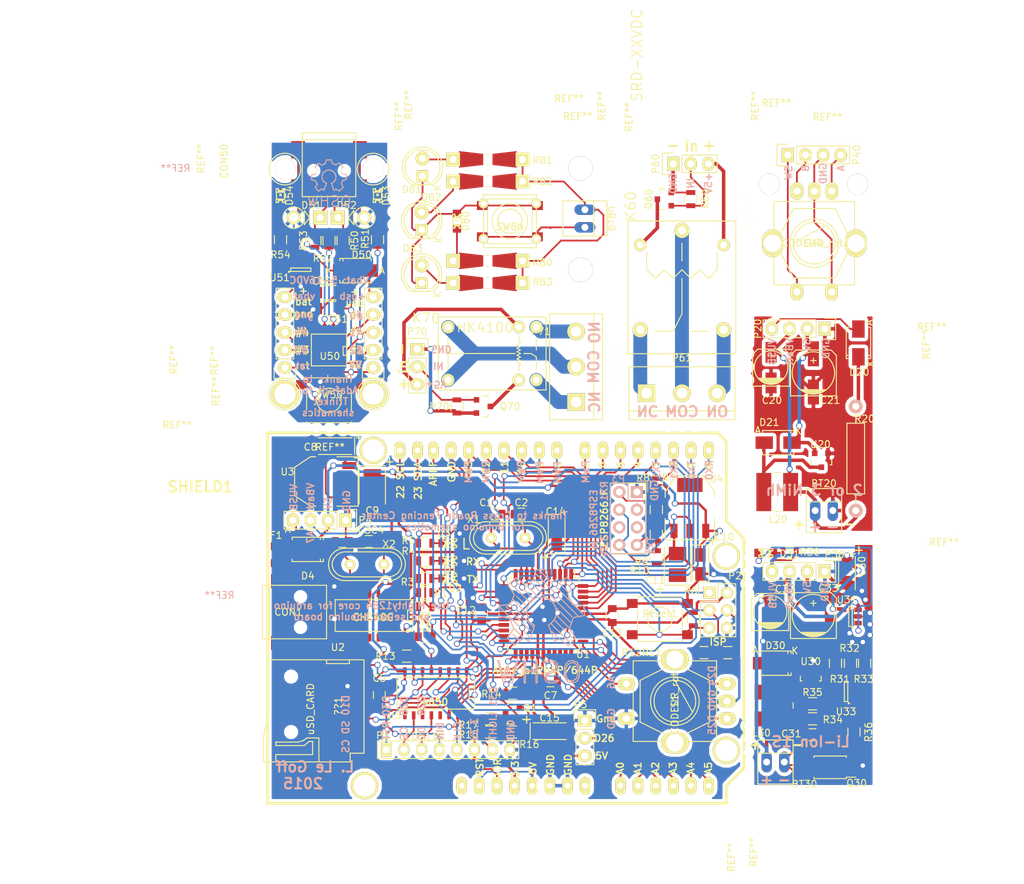
<source format=kicad_pcb>
(kicad_pcb (version 4) (host pcbnew "(after 2015-mar-04 BZR unknown)-product")
  (layers (0 F.Cu signal) (31 B.Cu signal) (34 B.Paste user) (35 F.Paste user) (36 B.SilkS user) (37 F.SilkS user) (38 B.Mask user) (39 F.Mask user) (44 Edge.Cuts user))
  (net 0 "")
  (net 1 "Net-(C1-Pad1)")
  (net 2 "Net-(C2-Pad1)")
  (net 3 "Net-(C3-Pad1)")
  (net 4 "Net-(C4-Pad1)")
  (net 5 +5V)
  (net 6 "Net-(CON1-Pad2)")
  (net 7 "Net-(CON1-Pad3)")
  (net 8 "Net-(??1-Pad3)")
  (net 9 "Net-(??1-Pad2)")
  (net 10 "Net-(??1-Pad5)")
  (net 11 "Net-(C11-Pad1)")
  (net 12 "Net-(P1-PadRST)")
  (net 13 "Net-(P1-PadCS)")
  (net 14 "Net-(P1-PadDC)")
  (net 15 "Net-(P3-Pad2)")
  (net 16 "Net-(R10-Pad1)")
  (net 17 "Net-(P3-Pad7)")
  (net 18 "Net-(CON1-Pad1)")
  (net 19 "Net-(P1-PadLED)")
  (net 20 "Net-(Q1-Pad3)")
  (net 21 /bobuino1/D12_MISO)
  (net 22 /bobuino1/D27)
  (net 23 /bobuino1/RST)
  (net 24 /bobuino1/DTR)
  (net 25 /bobuino1/AREF)
  (net 26 /bobuino1/V_USB)
  (net 27 /bobuino1/D13_SCK)
  (net 28 /bobuino1/D11_MOSI)
  (net 29 /bobuino1/A7)
  (net 30 /bobuino1/D0_RX0)
  (net 31 /bobuino1/TX)
  (net 32 /bobuino1/D1_TX0)
  (net 33 /bobuino1/RX)
  (net 34 /bobuino1/D3_TX1)
  (net 35 /bobuino1/D2_RX1)
  (net 36 /bobuino1/D10_SS)
  (net 37 /bobuino1/D28)
  (net 38 /bobuino1/D25)
  (net 39 /bobuino1/D24)
  (net 40 /bobuino1/A6)
  (net 41 /bobuino1/A5)
  (net 42 /bobuino1/A4)
  (net 43 /bobuino1/A3)
  (net 44 /bobuino1/A0)
  (net 45 /bobuino1/A1)
  (net 46 /bobuino1/A2)
  (net 47 /bobuino1/D4)
  (net 48 /bobuino1/D5)
  (net 49 /bobuino1/D6)
  (net 50 /bobuino1/D7)
  (net 51 /bobuino1/D8)
  (net 52 /bobuino1/D9)
  (net 53 /bobuino1/D23_SDA)
  (net 54 /bobuino1/D22_SCL)
  (net 55 /bobuino1/D30)
  (net 56 /bobuino1/D29)
  (net 57 "Net-(BT20-Pad1)")
  (net 58 "Net-(BT20-Pad2)")
  (net 59 "Net-(BT30-Pad1)")
  (net 60 "Net-(BT30-Pad2)")
  (net 61 "Net-(C21-Pad1)")
  (net 62 "Net-(C30-Pad2)")
  (net 63 "Net-(C30-Pad1)")
  (net 64 "Net-(C33-Pad1)")
  (net 65 "Net-(D20-Pad1)")
  (net 66 "Net-(D20-Pad2)")
  (net 67 "Net-(D31-Pad2)")
  (net 68 "Net-(D31-Pad1)")
  (net 69 "Net-(Q30-Pad4)")
  (net 70 "Net-(Q30-Pad5)")
  (net 71 "Net-(R31-Pad1)")
  (net 72 "Net-(R32-Pad1)")
  (net 73 "Net-(R33-Pad1)")
  (net 74 "Net-(R36-Pad1)")
  (net 75 "Net-(D1-Pad2)")
  (net 76 "Net-(D2-Pad2)")
  (net 77 "Net-(D3-Pad2)")
  (net 78 "Net-(D21-Pad2)")
  (net 79 "Net-(D30-Pad2)")
  (net 80 "Net-(C50-Pad1)")
  (net 81 "Net-(C50-Pad2)")
  (net 82 "Net-(C51-Pad1)")
  (net 83 "Net-(CON50-Pad1)")
  (net 84 "Net-(CON50-Pad2)")
  (net 85 "Net-(CON50-Pad3)")
  (net 86 "Net-(D53-Pad2)")
  (net 87 "Net-(D54-Pad2)")
  (net 88 "Net-(P40-Pad1)")
  (net 89 "Net-(P40-Pad2)")
  (net 90 "Net-(P40-Pad3)")
  (net 91 "Net-(P40-Pad4)")
  (net 92 "Net-(P50-Pad1)")
  (net 93 "Net-(P50-Pad2)")
  (net 94 "Net-(P50-Pad3)")
  (net 95 "Net-(P51-Pad2)")
  (net 96 "Net-(P51-Pad3)")
  (net 97 "Net-(P51-Pad4)")
  (net 98 "Net-(R34-Pad1)")
  (net 99 "Net-(K60-Pad1)")
  (net 100 "Net-(K60-Pad2)")
  (net 101 "Net-(K60-Pad3)")
  (net 102 "Net-(K60-Pad4)")
  (net 103 "Net-(K60-Pad5)")
  (net 104 "Net-(K70-Pad1)")
  (net 105 "Net-(K70-Pad2)")
  (net 106 "Net-(K70-Pad5)")
  (net 107 "Net-(K70-Pad4)")
  (net 108 "Net-(K70-Pad3)")
  (net 109 "Net-(P60-Pad1)")
  (net 110 "Net-(P60-Pad2)")
  (net 111 "Net-(P70-Pad1)")
  (net 112 "Net-(P70-Pad2)")
  (net 113 "Net-(BT80-Pad1)")
  (net 114 "Net-(BT80-Pad2)")
  (net 115 "Net-(D80-Pad2)")
  (net 116 "Net-(D80-Pad1)")
  (net 117 "Net-(D81-Pad2)")
  (net 118 "Net-(D82-Pad2)")
  (net 119 "Net-(D83-Pad2)")
  (net 120 /bobuino1/D31)
  (net 121 VCC)
  (net 122 /bobuino1/D26)
  (net 123 VSS)
  (module _LaurentPerso:SRD-XXVDC (layer F.Cu) (at 116.84 67.31 270)
    (fp_text reference K60 (at -11.684 7.366 270) (layer F.SilkS) (effects (font (size 1.5 1.5))))
    (fp_text value SRD-XXVDC (at -33.401 6.477 270) (layer F.SilkS) (effects (font (size 1.5 1.5))))
    (pad 1 thru_hole circle (at -8.2 0 270) (size 2.2 2.2) (drill 1.2) (layers *.Cu *.Mask F.SilkS) (net 99 "Net-(K60-Pad1)"))
    (pad 2 thru_hole circle (at -6.1 -6 270) (size 1.8 1.8) (drill 1) (layers *.Cu *.Mask F.SilkS) (net 100 "Net-(K60-Pad2)"))
    (pad 3 thru_hole circle (at 6.1 -6 270) (size 2.2 2.2) (drill 1.2) (layers *.Cu *.Mask F.SilkS) (net 101 "Net-(K60-Pad3)"))
    (pad 4 thru_hole circle (at 6.1 6 270) (size 2.2 2.2) (drill 1.2) (layers *.Cu *.Mask F.SilkS) (net 102 "Net-(K60-Pad4)"))
    (pad 5 thru_hole circle (at -6.1 6 270) (size 1.8 1.8) (drill 1) (layers *.Cu *.Mask F.SilkS) (net 103 "Net-(K60-Pad5)"))
  )
  (module Connect:1pin (layer F.Cu) (at 59.69 50.292 270)
    (fp_text reference REF** (at -1.524 12.065 270) (layer F.SilkS))
    (fp_text value 1pin)
    (pad 1 thru_hole circle (at 0 0 270) (size 3 3) (drill 3) (layers *.Cu *.Mask F.SilkS))
  )
  (module _LaurentPerso:CUT_TAB (layer F.Cu) (at 126.238 108.077 90)
    (fp_text reference REF** (at -41.275 -2.286 90) (layer F.SilkS))
    (fp_text value CUT_TAB)
    (pad "" np_thru_hole circle (at 0 0 90) (size 1 1) (drill 1) (layers *.Cu *.Mask F.SilkS))
    (pad "" np_thru_hole circle (at 1.905 0 90) (size 1 1) (drill 1) (layers *.Cu *.Mask F.SilkS))
    (pad "" np_thru_hole circle (at -1.905 0 90) (size 1 1) (drill 1) (layers *.Cu *.Mask F.SilkS))
  )
  (module Capacitors_SMD:C_0805 (layer F.Cu) (at 89.916 99.949)
    (fp_text reference C1 (at -1.27 -1.651) (layer F.SilkS))
    (fp_text value 22p)
    (pad 1 smd rect (at -1 0) (size 1 1.25) (layers F.Cu F.Paste F.Mask) (net 1 "Net-(C1-Pad1)"))
    (pad 2 smd rect (at 1 0) (size 1 1.25) (layers F.Cu F.Paste F.Mask) (net 121 VCC))
  )
  (module Capacitors_SMD:C_0805 (layer F.Cu) (at 93.726 99.949 180)
    (fp_text reference C2 (at 0 1.651 180) (layer F.SilkS))
    (fp_text value 22p)
    (pad 1 smd rect (at -1 0 180) (size 1 1.25) (layers F.Cu F.Paste F.Mask) (net 2 "Net-(C2-Pad1)"))
    (pad 2 smd rect (at 1 0 180) (size 1 1.25) (layers F.Cu F.Paste F.Mask) (net 121 VCC))
  )
  (module Capacitors_SMD:C_0805 (layer F.Cu) (at 67.945 103.886)
    (fp_text reference C3 (at 3.175 -1.651) (layer F.SilkS))
    (fp_text value 22p)
    (pad 1 smd rect (at -1 0) (size 1 1.25) (layers F.Cu F.Paste F.Mask) (net 3 "Net-(C3-Pad1)"))
    (pad 2 smd rect (at 1 0) (size 1 1.25) (layers F.Cu F.Paste F.Mask) (net 121 VCC))
  )
  (module Capacitors_SMD:C_0805 (layer F.Cu) (at 71.755 103.886 180)
    (fp_text reference C4 (at -1.27 1.651 180) (layer F.SilkS))
    (fp_text value 22p)
    (pad 1 smd rect (at -1 0 180) (size 1 1.25) (layers F.Cu F.Paste F.Mask) (net 4 "Net-(C4-Pad1)"))
    (pad 2 smd rect (at 1 0 180) (size 1 1.25) (layers F.Cu F.Paste F.Mask) (net 121 VCC))
  )
  (module Capacitors_SMD:C_0805 (layer F.Cu) (at 73.279 125.984 90)
    (fp_text reference C5 (at 2.413 0 180) (layer F.SilkS))
    (fp_text value 100n)
    (pad 1 smd rect (at -1 0 90) (size 1 1.25) (layers F.Cu F.Paste F.Mask) (net 123 VSS))
    (pad 2 smd rect (at 1 0 90) (size 1 1.25) (layers F.Cu F.Paste F.Mask) (net 121 VCC))
  )
  (module Capacitors_SMD:C_0805 (layer F.Cu) (at 79.883 117.602 180)
    (fp_text reference C6 (at 0 1.524 180) (layer F.SilkS))
    (fp_text value 100n)
    (pad 1 smd rect (at -1 0 180) (size 1 1.25) (layers F.Cu F.Paste F.Mask) (net 23 /bobuino1/RST))
    (pad 2 smd rect (at 1 0 180) (size 1 1.25) (layers F.Cu F.Paste F.Mask) (net 24 /bobuino1/DTR))
  )
  (module Capacitors_SMD:C_0805 (layer F.Cu) (at 97.917 123.952 180)
    (fp_text reference C7 (at 0 -2.1 180) (layer F.SilkS))
    (fp_text value 100n)
    (pad 1 smd rect (at -1 0 180) (size 1 1.25) (layers F.Cu F.Paste F.Mask) (net 25 /bobuino1/AREF))
    (pad 2 smd rect (at 1 0 180) (size 1 1.25) (layers F.Cu F.Paste F.Mask) (net 121 VCC))
  )
  (module Connect:USB_Mini-B (layer F.Cu) (at 61.087 114.046)
    (fp_text reference CON1 (at -0.889 0) (layer F.SilkS))
    (fp_text value USB-MINI-B)
    (pad 1 smd rect (at 3.44932 -1.6002) (size 2.30124 0.50038) (layers F.Cu F.Paste F.Mask) (net 18 "Net-(CON1-Pad1)"))
    (pad 2 smd rect (at 3.44932 -0.8001) (size 2.30124 0.50038) (layers F.Cu F.Paste F.Mask) (net 6 "Net-(CON1-Pad2)"))
    (pad 3 smd rect (at 3.44932 0) (size 2.30124 0.50038) (layers F.Cu F.Paste F.Mask) (net 7 "Net-(CON1-Pad3)"))
    (pad 4 smd rect (at 3.44932 0.8001) (size 2.30124 0.50038) (layers F.Cu F.Paste F.Mask))
    (pad 5 smd rect (at 3.44932 1.6002) (size 2.30124 0.50038) (layers F.Cu F.Paste F.Mask) (net 121 VCC))
    (pad 6 smd rect (at 3.35026 -4.45008) (size 2.49936 1.99898) (layers F.Cu F.Paste F.Mask) (net 121 VCC))
    (pad 7 smd rect (at -2.14884 -4.45008) (size 2.49936 1.99898) (layers F.Cu F.Paste F.Mask) (net 121 VCC))
    (pad 8 smd rect (at 3.35026 4.45008) (size 2.49936 1.99898) (layers F.Cu F.Paste F.Mask) (net 121 VCC))
    (pad 9 smd rect (at -2.14884 4.45008) (size 2.49936 1.99898) (layers F.Cu F.Paste F.Mask) (net 121 VCC))
    (pad "" np_thru_hole circle (at 0.8509 -2.19964) (size 0.89916 0.89916) (drill 0.89916) (layers *.Cu *.Mask F.SilkS))
    (pad 2 np_thru_hole circle (at 0.8509 2.19964) (size 0.89916 0.89916) (drill 0.89916) (layers *.Cu *.Mask F.SilkS) (net 6 "Net-(CON1-Pad2)"))
  )
  (module LEDs:LED-0805 (layer F.Cu) (at 83.439 106.68 180)
    (fp_text reference D1 (at -0.127 -1.27 180) (layer F.SilkS))
    (fp_text value RX)
    (pad 1 smd rect (at -1.04902 0 180) (size 1.19888 1.19888) (layers F.Cu F.Paste F.Mask) (net 121 VCC))
    (pad 2 smd rect (at 1.04902 0 180) (size 1.19888 1.19888) (layers F.Cu F.Paste F.Mask) (net 75 "Net-(D1-Pad2)"))
  )
  (module LEDs:LED-0805 (layer F.Cu) (at 83.439 109.22 180)
    (fp_text reference D2 (at -0.762 -1.397 180) (layer F.SilkS))
    (fp_text value TX)
    (pad 1 smd rect (at -1.04902 0 180) (size 1.19888 1.19888) (layers F.Cu F.Paste F.Mask) (net 121 VCC))
    (pad 2 smd rect (at 1.04902 0 180) (size 1.19888 1.19888) (layers F.Cu F.Paste F.Mask) (net 76 "Net-(D2-Pad2)"))
  )
  (module LEDs:LED-0805 (layer F.Cu) (at 83.439 104.14 180)
    (fp_text reference D3 (at 0.889 1.397 180) (layer F.SilkS))
    (fp_text value L)
    (pad 1 smd rect (at -1.04902 0 180) (size 1.19888 1.19888) (layers F.Cu F.Paste F.Mask) (net 121 VCC))
    (pad 2 smd rect (at 1.04902 0 180) (size 1.19888 1.19888) (layers F.Cu F.Paste F.Mask) (net 77 "Net-(D3-Pad2)"))
  )
  (module Resistors_SMD:R_0805 (layer F.Cu) (at 79.883 111.252 180)
    (fp_text reference R1 (at -2.286 -0.127 180) (layer F.SilkS))
    (fp_text value 1k)
    (pad 1 smd rect (at -0.95 0 180) (size 0.7 1.3) (layers F.Cu F.Paste F.Mask) (net 30 /bobuino1/D0_RX0))
    (pad 2 smd rect (at 0.95 0 180) (size 0.7 1.3) (layers F.Cu F.Paste F.Mask) (net 31 /bobuino1/TX))
  )
  (module Resistors_SMD:R_0805 (layer F.Cu) (at 79.883 113.284 180)
    (fp_text reference R2 (at 0 -1.651 180) (layer F.SilkS))
    (fp_text value 1k)
    (pad 1 smd rect (at -0.95 0 180) (size 0.7 1.3) (layers F.Cu F.Paste F.Mask) (net 32 /bobuino1/D1_TX0))
    (pad 2 smd rect (at 0.95 0 180) (size 0.7 1.3) (layers F.Cu F.Paste F.Mask) (net 33 /bobuino1/RX))
  )
  (module Resistors_SMD:R_0805 (layer F.Cu) (at 79.883 109.22)
    (fp_text reference R3 (at -2.54 0.508) (layer F.SilkS))
    (fp_text value 1k)
    (pad 1 smd rect (at -0.95 0) (size 0.7 1.3) (layers F.Cu F.Paste F.Mask) (net 31 /bobuino1/TX))
    (pad 2 smd rect (at 0.95 0) (size 0.7 1.3) (layers F.Cu F.Paste F.Mask) (net 76 "Net-(D2-Pad2)"))
  )
  (module Resistors_SMD:R_0805 (layer F.Cu) (at 79.883 106.68)
    (fp_text reference R4 (at -2.413 -1.397 180) (layer F.SilkS))
    (fp_text value 1k)
    (pad 1 smd rect (at -0.95 0) (size 0.7 1.3) (layers F.Cu F.Paste F.Mask) (net 32 /bobuino1/D1_TX0))
    (pad 2 smd rect (at 0.95 0) (size 0.7 1.3) (layers F.Cu F.Paste F.Mask) (net 75 "Net-(D1-Pad2)"))
  )
  (module Resistors_SMD:R_0805 (layer F.Cu) (at 79.883 104.14)
    (fp_text reference R5 (at -2.413 -0.381) (layer F.SilkS))
    (fp_text value 1k)
    (pad 1 smd rect (at -0.95 0) (size 0.7 1.3) (layers F.Cu F.Paste F.Mask) (net 27 /bobuino1/D13_SCK))
    (pad 2 smd rect (at 0.95 0) (size 0.7 1.3) (layers F.Cu F.Paste F.Mask) (net 77 "Net-(D3-Pad2)"))
  )
  (module Resistors_SMD:R_0805 (layer F.Cu) (at 118.491 115.062 270)
    (fp_text reference R6 (at -4.064 0.381 360) (layer F.SilkS))
    (fp_text value 10k)
    (pad 1 smd rect (at -0.95 0 270) (size 0.7 1.3) (layers F.Cu F.Paste F.Mask) (net 5 +5V))
    (pad 2 smd rect (at 0.95 0 270) (size 0.7 1.3) (layers F.Cu F.Paste F.Mask) (net 23 /bobuino1/RST))
  )
  (module _LaurentPerso:ARDUINO_SHIELD_R3 (layer F.Cu) (at 57.1881 141.5796)
    (fp_text reference SHIELD1 (at -9.6901 -45.5676) (layer F.SilkS) (effects (font (thickness 0.3048))))
    (fp_text value ARDUINO_SHIELD_R3 hide)
    (pad AD5 thru_hole oval (at 63.5 -2.54 90) (size 2.54 1.524) (drill 0.8128) (layers *.Cu *.Mask F.SilkS) (net 41 /bobuino1/A5))
    (pad AD4 thru_hole oval (at 60.96 -2.54 90) (size 2.54 1.524) (drill 0.8128) (layers *.Cu *.Mask F.SilkS) (net 42 /bobuino1/A4))
    (pad AD3 thru_hole oval (at 58.42 -2.54 90) (size 2.54 1.524) (drill 0.8128) (layers *.Cu *.Mask F.SilkS) (net 43 /bobuino1/A3))
    (pad AD0 thru_hole oval (at 50.8 -2.54 90) (size 2.54 1.524) (drill 0.8128) (layers *.Cu *.Mask F.SilkS) (net 44 /bobuino1/A0))
    (pad AD1 thru_hole oval (at 53.34 -2.54 90) (size 2.54 1.524) (drill 0.8128) (layers *.Cu *.Mask F.SilkS) (net 45 /bobuino1/A1))
    (pad AD2 thru_hole oval (at 55.88 -2.54 90) (size 2.54 1.524) (drill 0.8128) (layers *.Cu *.Mask F.SilkS) (net 46 /bobuino1/A2))
    (pad V_IN thru_hole oval (at 45.72 -2.54 90) (size 2.54 1.524) (drill 0.8128) (layers *.Cu *.Mask F.SilkS))
    (pad GND2 thru_hole oval (at 43.18 -2.54 90) (size 2.54 1.524) (drill 0.8128) (layers *.Cu *.Mask F.SilkS) (net 121 VCC))
    (pad GND1 thru_hole oval (at 40.64 -2.54 90) (size 2.54 1.524) (drill 0.8128) (layers *.Cu *.Mask F.SilkS) (net 121 VCC))
    (pad 3V3 thru_hole oval (at 35.56 -2.54 90) (size 2.54 1.524) (drill 0.8128) (layers *.Cu *.Mask F.SilkS) (net 123 VSS))
    (pad RST thru_hole oval (at 33.02 -2.54 90) (size 2.54 1.524) (drill 0.8128) (layers *.Cu *.Mask F.SilkS) (net 23 /bobuino1/RST))
    (pad 0 thru_hole oval (at 63.5 -50.8 90) (size 2.54 1.524) (drill 0.8128) (layers *.Cu *.Mask F.SilkS) (net 30 /bobuino1/D0_RX0))
    (pad 1 thru_hole oval (at 60.96 -50.8 90) (size 2.54 1.524) (drill 0.8128) (layers *.Cu *.Mask F.SilkS) (net 32 /bobuino1/D1_TX0))
    (pad 2 thru_hole oval (at 58.42 -50.8 90) (size 2.54 1.524) (drill 0.8128) (layers *.Cu *.Mask F.SilkS) (net 35 /bobuino1/D2_RX1))
    (pad 3 thru_hole oval (at 55.88 -50.8 90) (size 2.54 1.524) (drill 0.8128) (layers *.Cu *.Mask F.SilkS) (net 34 /bobuino1/D3_TX1))
    (pad 4 thru_hole oval (at 53.34 -50.8 90) (size 2.54 1.524) (drill 0.8128) (layers *.Cu *.Mask F.SilkS) (net 47 /bobuino1/D4))
    (pad 5 thru_hole oval (at 50.8 -50.8 90) (size 2.54 1.524) (drill 0.8128) (layers *.Cu *.Mask F.SilkS) (net 48 /bobuino1/D5))
    (pad 6 thru_hole oval (at 48.26 -50.8 90) (size 2.54 1.524) (drill 0.8128) (layers *.Cu *.Mask F.SilkS) (net 49 /bobuino1/D6))
    (pad 7 thru_hole oval (at 45.72 -50.8 90) (size 2.54 1.524) (drill 0.8128) (layers *.Cu *.Mask F.SilkS) (net 50 /bobuino1/D7))
    (pad 8 thru_hole oval (at 41.656 -50.8 90) (size 2.54 1.524) (drill 0.8128) (layers *.Cu *.Mask F.SilkS) (net 51 /bobuino1/D8))
    (pad 9 thru_hole oval (at 39.116 -50.8 90) (size 2.54 1.524) (drill 0.8128) (layers *.Cu *.Mask F.SilkS) (net 52 /bobuino1/D9))
    (pad 10 thru_hole oval (at 36.576 -50.8 90) (size 2.54 1.524) (drill 0.8128) (layers *.Cu *.Mask F.SilkS) (net 36 /bobuino1/D10_SS))
    (pad 11 thru_hole oval (at 34.036 -50.8 90) (size 2.54 1.524) (drill 0.8128) (layers *.Cu *.Mask F.SilkS) (net 28 /bobuino1/D11_MOSI))
    (pad 12 thru_hole oval (at 31.496 -50.8 90) (size 2.54 1.524) (drill 0.8128) (layers *.Cu *.Mask F.SilkS) (net 21 /bobuino1/D12_MISO))
    (pad 13 thru_hole oval (at 28.956 -50.8 90) (size 2.54 1.524) (drill 0.8128) (layers *.Cu *.Mask F.SilkS) (net 27 /bobuino1/D13_SCK))
    (pad GND3 thru_hole oval (at 26.416 -50.8 90) (size 2.54 1.524) (drill 0.8128) (layers *.Cu *.Mask F.SilkS) (net 121 VCC))
    (pad AREF thru_hole oval (at 23.876 -50.8 90) (size 2.54 1.524) (drill 0.8128) (layers *.Cu *.Mask F.SilkS) (net 25 /bobuino1/AREF))
    (pad 5V thru_hole oval (at 38.1 -2.54 90) (size 2.54 1.524) (drill 0.8128) (layers *.Cu *.Mask F.SilkS) (net 5 +5V))
    (pad "" thru_hole circle (at 66.04 -7.62 90) (size 3.937 3.937) (drill 3.175) (layers *.Cu *.Mask F.SilkS))
    (pad "" thru_hole circle (at 66.04 -35.56 90) (size 3.937 3.937) (drill 3.175) (layers *.Cu *.Mask F.SilkS))
    (pad "" thru_hole circle (at 15.24 -50.8 90) (size 3.937 3.937) (drill 3.175) (layers *.Cu *.Mask F.SilkS))
    (pad "" thru_hole circle (at 13.97 -2.54 90) (size 3.937 3.937) (drill 3.175) (layers *.Cu *.Mask F.SilkS))
    (pad IORE thru_hole oval (at 30.48 -2.54 90) (size 2.54 1.524) (drill 0.8128) (layers *.Cu *.Mask F.SilkS) (net 5 +5V))
    (pad NC thru_hole oval (at 27.94 -2.54 90) (size 2.54 1.524) (drill 0.8128) (layers *.Cu *.Mask F.SilkS))
    (pad SDA thru_hole oval (at 21.59 -50.8 90) (size 2.54 1.524) (drill 0.8128) (layers *.Cu *.Mask F.SilkS) (net 53 /bobuino1/D23_SDA))
    (pad SCL thru_hole oval (at 19.05 -50.8 90) (size 2.54 1.524) (drill 0.8128) (layers *.Cu *.Mask F.SilkS) (net 54 /bobuino1/D22_SCL))
  )
  (module Housings_QFP:TQFP-44_10x10mm_Pitch0.8mm (layer F.Cu) (at 96.901 114.3 270)
    (fp_text reference U1 (at 5.842 -5.715 360) (layer F.SilkS))
    (fp_text value ATMEGA1284-A)
    (pad 1 smd rect (at -5.7 -4 270) (size 1.5 0.55) (layers F.Cu F.Paste F.Mask) (net 28 /bobuino1/D11_MOSI))
    (pad 2 smd rect (at -5.7 -3.2 270) (size 1.5 0.55) (layers F.Cu F.Paste F.Mask) (net 21 /bobuino1/D12_MISO))
    (pad 3 smd rect (at -5.7 -2.4 270) (size 1.5 0.55) (layers F.Cu F.Paste F.Mask) (net 27 /bobuino1/D13_SCK))
    (pad 4 smd rect (at -5.7 -1.6 270) (size 1.5 0.55) (layers F.Cu F.Paste F.Mask) (net 23 /bobuino1/RST))
    (pad 5 smd rect (at -5.7 -0.8 270) (size 1.5 0.55) (layers F.Cu F.Paste F.Mask) (net 5 +5V))
    (pad 6 smd rect (at -5.7 0 270) (size 1.5 0.55) (layers F.Cu F.Paste F.Mask) (net 121 VCC))
    (pad 7 smd rect (at -5.7 0.8 270) (size 1.5 0.55) (layers F.Cu F.Paste F.Mask) (net 2 "Net-(C2-Pad1)"))
    (pad 8 smd rect (at -5.7 1.6 270) (size 1.5 0.55) (layers F.Cu F.Paste F.Mask) (net 1 "Net-(C1-Pad1)"))
    (pad 9 smd rect (at -5.7 2.4 270) (size 1.5 0.55) (layers F.Cu F.Paste F.Mask) (net 30 /bobuino1/D0_RX0))
    (pad 10 smd rect (at -5.7 3.2 270) (size 1.5 0.55) (layers F.Cu F.Paste F.Mask) (net 32 /bobuino1/D1_TX0))
    (pad 11 smd rect (at -5.7 4 270) (size 1.5 0.55) (layers F.Cu F.Paste F.Mask) (net 35 /bobuino1/D2_RX1))
    (pad 12 smd rect (at -4 5.7) (size 1.5 0.55) (layers F.Cu F.Paste F.Mask) (net 34 /bobuino1/D3_TX1))
    (pad 13 smd rect (at -3.2 5.7) (size 1.5 0.55) (layers F.Cu F.Paste F.Mask) (net 55 /bobuino1/D30))
    (pad 14 smd rect (at -2.4 5.7) (size 1.5 0.55) (layers F.Cu F.Paste F.Mask) (net 51 /bobuino1/D8))
    (pad 15 smd rect (at -1.6 5.7) (size 1.5 0.55) (layers F.Cu F.Paste F.Mask) (net 52 /bobuino1/D9))
    (pad 16 smd rect (at -0.8 5.7) (size 1.5 0.55) (layers F.Cu F.Paste F.Mask) (net 120 /bobuino1/D31))
    (pad 17 smd rect (at 0 5.7) (size 1.5 0.55) (layers F.Cu F.Paste F.Mask) (net 5 +5V))
    (pad 18 smd rect (at 0.8 5.7) (size 1.5 0.55) (layers F.Cu F.Paste F.Mask) (net 121 VCC))
    (pad 19 smd rect (at 1.6 5.7) (size 1.5 0.55) (layers F.Cu F.Paste F.Mask) (net 54 /bobuino1/D22_SCL))
    (pad 20 smd rect (at 2.4 5.7) (size 1.5 0.55) (layers F.Cu F.Paste F.Mask) (net 53 /bobuino1/D23_SDA))
    (pad 21 smd rect (at 3.2 5.7) (size 1.5 0.55) (layers F.Cu F.Paste F.Mask) (net 39 /bobuino1/D24))
    (pad 22 smd rect (at 4 5.7) (size 1.5 0.55) (layers F.Cu F.Paste F.Mask) (net 38 /bobuino1/D25))
    (pad 23 smd rect (at 5.7 4 270) (size 1.5 0.55) (layers F.Cu F.Paste F.Mask) (net 122 /bobuino1/D26))
    (pad 24 smd rect (at 5.7 3.2 270) (size 1.5 0.55) (layers F.Cu F.Paste F.Mask) (net 22 /bobuino1/D27))
    (pad 25 smd rect (at 5.7 2.4 270) (size 1.5 0.55) (layers F.Cu F.Paste F.Mask) (net 37 /bobuino1/D28))
    (pad 26 smd rect (at 5.7 1.6 270) (size 1.5 0.55) (layers F.Cu F.Paste F.Mask) (net 56 /bobuino1/D29))
    (pad 27 smd rect (at 5.7 0.8 270) (size 1.5 0.55) (layers F.Cu F.Paste F.Mask) (net 5 +5V))
    (pad 28 smd rect (at 5.7 0 270) (size 1.5 0.55) (layers F.Cu F.Paste F.Mask) (net 121 VCC))
    (pad 29 smd rect (at 5.7 -0.8 270) (size 1.5 0.55) (layers F.Cu F.Paste F.Mask) (net 25 /bobuino1/AREF))
    (pad 30 smd rect (at 5.7 -1.6 270) (size 1.5 0.55) (layers F.Cu F.Paste F.Mask) (net 44 /bobuino1/A0))
    (pad 31 smd rect (at 5.7 -2.4 270) (size 1.5 0.55) (layers F.Cu F.Paste F.Mask) (net 45 /bobuino1/A1))
    (pad 32 smd rect (at 5.7 -3.2 270) (size 1.5 0.55) (layers F.Cu F.Paste F.Mask) (net 46 /bobuino1/A2))
    (pad 33 smd rect (at 5.7 -4 270) (size 1.5 0.55) (layers F.Cu F.Paste F.Mask) (net 43 /bobuino1/A3))
    (pad 34 smd rect (at 4 -5.7) (size 1.5 0.55) (layers F.Cu F.Paste F.Mask) (net 42 /bobuino1/A4))
    (pad 35 smd rect (at 3.2 -5.7) (size 1.5 0.55) (layers F.Cu F.Paste F.Mask) (net 41 /bobuino1/A5))
    (pad 36 smd rect (at 2.4 -5.7) (size 1.5 0.55) (layers F.Cu F.Paste F.Mask) (net 40 /bobuino1/A6))
    (pad 37 smd rect (at 1.6 -5.7) (size 1.5 0.55) (layers F.Cu F.Paste F.Mask) (net 29 /bobuino1/A7))
    (pad 38 smd rect (at 0.8 -5.7) (size 1.5 0.55) (layers F.Cu F.Paste F.Mask) (net 5 +5V))
    (pad 39 smd rect (at 0 -5.7) (size 1.5 0.55) (layers F.Cu F.Paste F.Mask) (net 121 VCC))
    (pad 40 smd rect (at -0.8 -5.7) (size 1.5 0.55) (layers F.Cu F.Paste F.Mask) (net 47 /bobuino1/D4))
    (pad 41 smd rect (at -1.6 -5.7) (size 1.5 0.55) (layers F.Cu F.Paste F.Mask) (net 48 /bobuino1/D5))
    (pad 42 smd rect (at -2.4 -5.7) (size 1.5 0.55) (layers F.Cu F.Paste F.Mask) (net 49 /bobuino1/D6))
    (pad 43 smd rect (at -3.2 -5.7) (size 1.5 0.55) (layers F.Cu F.Paste F.Mask) (net 50 /bobuino1/D7))
    (pad 44 smd rect (at -4 -5.7) (size 1.5 0.55) (layers F.Cu F.Paste F.Mask) (net 36 /bobuino1/D10_SS))
  )
  (module SMD_Packages:SO-16-N (layer F.Cu) (at 72.517 114.554 180)
    (fp_text reference U2 (at 5.207 -4.572 180) (layer F.SilkS))
    (fp_text value CH340G)
    (pad 16 smd rect (at -4.445 -3.175 180) (size 0.508 1.143) (layers F.Cu F.Paste F.Mask) (net 5 +5V))
    (pad 14 smd rect (at -1.905 -3.175 180) (size 0.508 1.143) (layers F.Cu F.Paste F.Mask))
    (pad 13 smd rect (at -0.635 -3.175 180) (size 0.508 1.143) (layers F.Cu F.Paste F.Mask) (net 24 /bobuino1/DTR))
    (pad 12 smd rect (at 0.635 -3.175 180) (size 0.508 1.143) (layers F.Cu F.Paste F.Mask))
    (pad 11 smd rect (at 1.905 -3.175 180) (size 0.508 1.143) (layers F.Cu F.Paste F.Mask))
    (pad 10 smd rect (at 3.175 -3.175 180) (size 0.508 1.143) (layers F.Cu F.Paste F.Mask))
    (pad 9 smd rect (at 4.445 -3.175 180) (size 0.508 1.143) (layers F.Cu F.Paste F.Mask))
    (pad 8 smd rect (at 4.445 3.175 180) (size 0.508 1.143) (layers F.Cu F.Paste F.Mask) (net 3 "Net-(C3-Pad1)"))
    (pad 7 smd rect (at 3.175 3.175 180) (size 0.508 1.143) (layers F.Cu F.Paste F.Mask) (net 4 "Net-(C4-Pad1)"))
    (pad 6 smd rect (at 1.905 3.175 180) (size 0.508 1.143) (layers F.Cu F.Paste F.Mask) (net 6 "Net-(CON1-Pad2)"))
    (pad 5 smd rect (at 0.635 3.175 180) (size 0.508 1.143) (layers F.Cu F.Paste F.Mask) (net 7 "Net-(CON1-Pad3)"))
    (pad 4 smd rect (at -0.635 3.175 180) (size 0.508 1.143) (layers F.Cu F.Paste F.Mask) (net 123 VSS))
    (pad 3 smd rect (at -1.905 3.175 180) (size 0.508 1.143) (layers F.Cu F.Paste F.Mask) (net 33 /bobuino1/RX))
    (pad 2 smd rect (at -3.175 3.175 180) (size 0.508 1.143) (layers F.Cu F.Paste F.Mask) (net 31 /bobuino1/TX))
    (pad 1 smd rect (at -4.445 3.175 180) (size 0.508 1.143) (layers F.Cu F.Paste F.Mask) (net 121 VCC))
    (pad 15 smd rect (at -3.175 -3.175 180) (size 0.508 1.143) (layers F.Cu F.Paste F.Mask))
  )
  (module Crystals:Crystal_HC49-U_Vertical (layer F.Cu) (at 91.821 103.378 180)
    (fp_text reference X1 (at 4.953 2.667 180) (layer F.SilkS))
    (fp_text value 16Mhz)
    (pad 1 thru_hole circle (at -2.44094 0 180) (size 1.50114 1.50114) (drill 0.8001) (layers *.Cu *.Mask F.SilkS) (net 2 "Net-(C2-Pad1)"))
    (pad 2 thru_hole circle (at 2.44094 0 180) (size 1.50114 1.50114) (drill 0.8001) (layers *.Cu *.Mask F.SilkS) (net 1 "Net-(C1-Pad1)"))
  )
  (module Crystals:Crystal_HC49-U_Vertical (layer F.Cu) (at 71.501 107.188)
    (fp_text reference X2 (at 3.175 -2.921) (layer F.SilkS))
    (fp_text value 12Mhz)
    (pad 1 thru_hole circle (at -2.44094 0) (size 1.50114 1.50114) (drill 0.8001) (layers *.Cu *.Mask F.SilkS) (net 3 "Net-(C3-Pad1)"))
    (pad 2 thru_hole circle (at 2.44094 0) (size 1.50114 1.50114) (drill 0.8001) (layers *.Cu *.Mask F.SilkS) (net 4 "Net-(C4-Pad1)"))
  )
  (module _LaurentPerso:MicroSD_alliexpress (layer F.Cu) (at 60.579 128.27 270)
    (fp_text reference ??1 (at -0.7 -6.8 270) (layer F.SilkS))
    (fp_text value uSD_CARD (at -0.254 -2.794 270) (layer F.SilkS))
    (pad 3 smd rect (at 0 -10.5 270) (size 0.7 1.6) (layers F.Cu F.Paste F.Mask) (net 8 "Net-(??1-Pad3)"))
    (pad 2 smd rect (at 1.1 -10.5 270) (size 0.7 1.6) (layers F.Cu F.Paste F.Mask) (net 9 "Net-(??1-Pad2)"))
    (pad 1 smd rect (at 2.2 -10.5 270) (size 0.7 1.6) (layers F.Cu F.Paste F.Mask))
    (pad 4 smd rect (at -1.1 -10.5 270) (size 0.7 1.6) (layers F.Cu F.Paste F.Mask) (net 123 VSS))
    (pad 5 smd rect (at -2.2 -10.5 270) (size 0.7 1.6) (layers F.Cu F.Paste F.Mask) (net 10 "Net-(??1-Pad5)"))
    (pad 6 smd rect (at -3.3 -10.5 270) (size 0.7 1.6) (layers F.Cu F.Paste F.Mask) (net 121 VCC))
    (pad 7 smd rect (at -4.4 -10.5 270) (size 0.7 1.6) (layers F.Cu F.Paste F.Mask) (net 21 /bobuino1/D12_MISO))
    (pad 8 smd rect (at -5.5 -10.5 270) (size 0.7 1.6) (layers F.Cu F.Paste F.Mask))
    (pad 9 smd rect (at -6.6 -10.5 270) (size 0.7 1.6) (layers F.Cu F.Paste F.Mask) (net 22 /bobuino1/D27))
    (pad "" smd rect (at -7.75 -0.4 270) (size 1.2 2.2) (layers F.Cu F.Paste F.Mask))
    (pad "" smd rect (at 7.75 -0.4 270) (size 1.2 2.2) (layers F.Cu F.Paste F.Mask))
    (pad "" smd rect (at -7.85 -9.7 270) (size 1.1 1.4) (layers F.Cu F.Paste F.Mask))
    (pad "" smd rect (at 6.85 -10 270) (size 1.6 1.4) (layers F.Cu F.Paste F.Mask))
    (pad "" np_thru_hole circle (at -4.93 0 270) (size 1 1) (drill 1) (layers *.Cu *.Mask F.SilkS))
    (pad "" np_thru_hole circle (at 3.05 0 270) (size 1 1) (drill 1) (layers *.Cu *.Mask F.SilkS))
  )
  (module Capacitors_Tantalum_SMD:TantalC_SizeA_EIA-3216_Reflow (layer F.Cu) (at 66.929 90.17 180)
    (fp_text reference C8 (at 3.556 -0.127 180) (layer F.SilkS))
    (fp_text value 10u)
    (fp_text user + (at -3.429 1.27 180) (layer F.SilkS))
    (pad 2 smd rect (at 1.3589 0 180) (size 1.95072 1.50114) (layers F.Cu F.Paste F.Mask) (net 121 VCC))
    (pad 1 smd rect (at -1.3589 0 180) (size 1.95072 1.50114) (layers F.Cu F.Paste F.Mask) (net 5 +5V))
  )
  (module Capacitors_Tantalum_SMD:TantalC_SizeB_EIA-3528_Reflow (layer F.Cu) (at 72.263 96.012 270)
    (fp_text reference C9 (at 3.429 0 360) (layer F.SilkS))
    (fp_text value 47u)
    (fp_text user + (at -3.556 -2.413 270) (layer F.SilkS))
    (pad 2 smd rect (at 1.5494 0 270) (size 1.95072 2.49936) (layers F.Cu F.Paste F.Mask) (net 121 VCC))
    (pad 1 smd rect (at -1.5494 0 270) (size 1.95072 2.49936) (layers F.Cu F.Paste F.Mask) (net 123 VSS))
  )
  (module Capacitors_Tantalum_SMD:TantalC_SizeA_EIA-3216_Reflow (layer F.Cu) (at 119.507 107.188 270)
    (fp_text reference C10 (at -3.937 -3.429 360) (layer F.SilkS))
    (fp_text value 10u)
    (fp_text user + (at -3.302 -1.651 270) (layer F.SilkS))
    (pad 2 smd rect (at 1.3589 0 270) (size 1.95072 1.50114) (layers F.Cu F.Paste F.Mask) (net 121 VCC))
    (pad 1 smd rect (at -1.3589 0 270) (size 1.95072 1.50114) (layers F.Cu F.Paste F.Mask) (net 5 +5V))
  )
  (module Capacitors_Tantalum_SMD:TantalC_SizeB_EIA-3528_Reflow (layer F.Cu) (at 116.205 107.188 90)
    (fp_text reference C11 (at -2.286 -3.175 180) (layer F.SilkS))
    (fp_text value 47u)
    (fp_text user + (at -3.59918 -2.49936 90) (layer F.SilkS))
    (pad 2 smd rect (at 1.5494 0 90) (size 1.95072 2.49936) (layers F.Cu F.Paste F.Mask) (net 121 VCC))
    (pad 1 smd rect (at -1.5494 0 90) (size 1.95072 2.49936) (layers F.Cu F.Paste F.Mask) (net 11 "Net-(C11-Pad1)"))
  )
  (module Pin_Headers:Pin_Header_Straight_2x03 (layer F.Cu) (at 120.777 111.252)
    (fp_text reference P2 (at 3.683 -2.413) (layer F.SilkS))
    (fp_text value CONN_02X03)
    (pad 1 thru_hole rect (at 0 0) (size 1.7272 1.7272) (drill 1.016) (layers *.Cu *.Mask F.SilkS) (net 21 /bobuino1/D12_MISO))
    (pad 2 thru_hole oval (at 2.54 0) (size 1.7272 1.7272) (drill 1.016) (layers *.Cu *.Mask F.SilkS) (net 5 +5V))
    (pad 3 thru_hole oval (at 0 2.54) (size 1.7272 1.7272) (drill 1.016) (layers *.Cu *.Mask F.SilkS) (net 27 /bobuino1/D13_SCK))
    (pad 4 thru_hole oval (at 2.54 2.54) (size 1.7272 1.7272) (drill 1.016) (layers *.Cu *.Mask F.SilkS) (net 28 /bobuino1/D11_MOSI))
    (pad 5 thru_hole oval (at 0 5.08) (size 1.7272 1.7272) (drill 1.016) (layers *.Cu *.Mask F.SilkS) (net 23 /bobuino1/RST))
    (pad 6 thru_hole oval (at 2.54 5.08) (size 1.7272 1.7272) (drill 1.016) (layers *.Cu *.Mask F.SilkS) (net 121 VCC))
  )
  (module Pin_Headers:Pin_Header_Straight_2x04 (layer B.Cu) (at 110.363 96.774 180)
    (fp_text reference P3 (at 2.667 1.905 180) (layer B.SilkS) (effects (justify mirror)))
    (fp_text value CONN_02X04)
    (pad 1 thru_hole rect (at 0 0 180) (size 1.7272 1.7272) (drill 1.016) (layers *.Cu *.Mask B.SilkS) (net 121 VCC))
    (pad 2 thru_hole oval (at 2.54 0 180) (size 1.7272 1.7272) (drill 1.016) (layers *.Cu *.Mask B.SilkS) (net 15 "Net-(P3-Pad2)"))
    (pad 3 thru_hole oval (at 0 -2.54 180) (size 1.7272 1.7272) (drill 1.016) (layers *.Cu *.Mask B.SilkS))
    (pad 4 thru_hole oval (at 2.54 -2.54 180) (size 1.7272 1.7272) (drill 1.016) (layers *.Cu *.Mask B.SilkS) (net 11 "Net-(C11-Pad1)"))
    (pad 5 thru_hole oval (at 0 -5.08 180) (size 1.7272 1.7272) (drill 1.016) (layers *.Cu *.Mask B.SilkS))
    (pad 6 thru_hole oval (at 2.54 -5.08 180) (size 1.7272 1.7272) (drill 1.016) (layers *.Cu *.Mask B.SilkS))
    (pad 7 thru_hole oval (at 0 -7.62 180) (size 1.7272 1.7272) (drill 1.016) (layers *.Cu *.Mask B.SilkS) (net 17 "Net-(P3-Pad7)"))
    (pad 8 thru_hole oval (at 2.54 -7.62 180) (size 1.7272 1.7272) (drill 1.016) (layers *.Cu *.Mask B.SilkS) (net 11 "Net-(C11-Pad1)"))
  )
  (module Resistors_SMD:R_0805 (layer F.Cu) (at 113.157 99.314 90)
    (fp_text reference R7 (at 4.572 1.778 180) (layer F.SilkS))
    (fp_text value 1k)
    (pad 1 smd rect (at -0.95 0 90) (size 0.7 1.3) (layers F.Cu F.Paste F.Mask) (net 17 "Net-(P3-Pad7)"))
    (pad 2 smd rect (at 0.95 0 90) (size 0.7 1.3) (layers F.Cu F.Paste F.Mask) (net 34 /bobuino1/D3_TX1))
  )
  (module Resistors_SMD:R_0805 (layer F.Cu) (at 113.157 95.758 90)
    (fp_text reference R8 (at 1.016 -1.905 180) (layer F.SilkS))
    (fp_text value 1k)
    (pad 1 smd rect (at -0.95 0 90) (size 0.7 1.3) (layers F.Cu F.Paste F.Mask) (net 15 "Net-(P3-Pad2)"))
    (pad 2 smd rect (at 0.95 0 90) (size 0.7 1.3) (layers F.Cu F.Paste F.Mask) (net 35 /bobuino1/D2_RX1))
  )
  (module Resistors_SMD:R_0805 (layer F.Cu) (at 113.157 102.87 270)
    (fp_text reference R9 (at 3.937 2.159 360) (layer F.SilkS))
    (fp_text value 1k)
    (pad 1 smd rect (at -0.95 0 270) (size 0.7 1.3) (layers F.Cu F.Paste F.Mask) (net 17 "Net-(P3-Pad7)"))
    (pad 2 smd rect (at 0.95 0 270) (size 0.7 1.3) (layers F.Cu F.Paste F.Mask) (net 16 "Net-(R10-Pad1)"))
  )
  (module SMD_Packages:SOT-223 (layer F.Cu) (at 65.659 95.25 90)
    (fp_text reference U3 (at 1.397 -5.588 180) (layer F.SilkS))
    (fp_text value AP1117)
    (pad 4 smd rect (at 0 -3.302 90) (size 3.6576 2.032) (layers F.Cu F.Paste F.Mask))
    (pad 2 smd rect (at 0 3.302 90) (size 1.016 2.032) (layers F.Cu F.Paste F.Mask) (net 123 VSS))
    (pad 3 smd rect (at 2.286 3.302 90) (size 1.016 2.032) (layers F.Cu F.Paste F.Mask) (net 5 +5V))
    (pad 1 smd rect (at -2.286 3.302 90) (size 1.016 2.032) (layers F.Cu F.Paste F.Mask) (net 121 VCC))
  )
  (module SMD_Packages:SOT-223 (layer F.Cu) (at 117.983 99.06)
    (fp_text reference U4 (at 3.81 -4.191) (layer F.SilkS))
    (fp_text value AP1117)
    (pad 4 smd rect (at 0 -3.302) (size 3.6576 2.032) (layers F.Cu F.Paste F.Mask))
    (pad 2 smd rect (at 0 3.302) (size 1.016 2.032) (layers F.Cu F.Paste F.Mask) (net 11 "Net-(C11-Pad1)"))
    (pad 3 smd rect (at 2.286 3.302) (size 1.016 2.032) (layers F.Cu F.Paste F.Mask) (net 5 +5V))
    (pad 1 smd rect (at -2.286 3.302) (size 1.016 2.032) (layers F.Cu F.Paste F.Mask) (net 121 VCC))
  )
  (module SMD_Packages:SO-16-N (layer F.Cu) (at 81.407 125.73 180)
    (fp_text reference U5 (at 5.969 -3.175 180) (layer F.SilkS))
    (fp_text value 4050)
    (pad 16 smd rect (at -4.445 -3.175 180) (size 0.508 1.143) (layers F.Cu F.Paste F.Mask))
    (pad 14 smd rect (at -1.905 -3.175 180) (size 0.508 1.143) (layers F.Cu F.Paste F.Mask) (net 55 /bobuino1/D30))
    (pad 13 smd rect (at -0.635 -3.175 180) (size 0.508 1.143) (layers F.Cu F.Paste F.Mask))
    (pad 12 smd rect (at 0.635 -3.175 180) (size 0.508 1.143) (layers F.Cu F.Paste F.Mask) (net 14 "Net-(P1-PadDC)"))
    (pad 11 smd rect (at 1.905 -3.175 180) (size 0.508 1.143) (layers F.Cu F.Paste F.Mask) (net 56 /bobuino1/D29))
    (pad 10 smd rect (at 3.175 -3.175 180) (size 0.508 1.143) (layers F.Cu F.Paste F.Mask) (net 13 "Net-(P1-PadCS)"))
    (pad 9 smd rect (at 4.445 -3.175 180) (size 0.508 1.143) (layers F.Cu F.Paste F.Mask) (net 37 /bobuino1/D28))
    (pad 8 smd rect (at 4.445 3.175 180) (size 0.508 1.143) (layers F.Cu F.Paste F.Mask) (net 123 VSS))
    (pad 7 smd rect (at 3.175 3.175 180) (size 0.508 1.143) (layers F.Cu F.Paste F.Mask) (net 36 /bobuino1/D10_SS))
    (pad 6 smd rect (at 1.905 3.175 180) (size 0.508 1.143) (layers F.Cu F.Paste F.Mask) (net 9 "Net-(??1-Pad2)"))
    (pad 5 smd rect (at 0.635 3.175 180) (size 0.508 1.143) (layers F.Cu F.Paste F.Mask) (net 27 /bobuino1/D13_SCK))
    (pad 4 smd rect (at -0.635 3.175 180) (size 0.508 1.143) (layers F.Cu F.Paste F.Mask) (net 10 "Net-(??1-Pad5)"))
    (pad 3 smd rect (at -1.905 3.175 180) (size 0.508 1.143) (layers F.Cu F.Paste F.Mask) (net 28 /bobuino1/D11_MOSI))
    (pad 2 smd rect (at -3.175 3.175 180) (size 0.508 1.143) (layers F.Cu F.Paste F.Mask) (net 8 "Net-(??1-Pad3)"))
    (pad 1 smd rect (at -4.445 3.175 180) (size 0.508 1.143) (layers F.Cu F.Paste F.Mask) (net 121 VCC))
    (pad 15 smd rect (at -3.175 -3.175 180) (size 0.508 1.143) (layers F.Cu F.Paste F.Mask) (net 12 "Net-(P1-PadRST)"))
  )
  (module _LaurentPerso:LCD5110_ali (layer F.Cu) (at 83.185 133.858)
    (fp_text reference P1 (at -9.398 -2.032) (layer F.SilkS))
    (fp_text value LCD5110 (at -3.81 -1.905) (layer F.SilkS))
    (pad RST thru_hole rect (at -8.89 0) (size 1.5 2) (drill 1) (layers *.Cu *.Mask F.SilkS) (net 12 "Net-(P1-PadRST)"))
    (pad CS thru_hole oval (at -6.35 0) (size 1.5 2) (drill 1) (layers *.Cu *.Mask F.SilkS) (net 13 "Net-(P1-PadCS)"))
    (pad DC thru_hole oval (at -3.81 0) (size 1.5 2) (drill 1) (layers *.Cu *.Mask F.SilkS) (net 14 "Net-(P1-PadDC)"))
    (pad DIN thru_hole oval (at -1.27 0) (size 1.5 2) (drill 1) (layers *.Cu *.Mask F.SilkS) (net 8 "Net-(??1-Pad3)"))
    (pad CLK thru_hole oval (at 1.27 0) (size 1.5 2) (drill 1) (layers *.Cu *.Mask F.SilkS) (net 10 "Net-(??1-Pad5)"))
    (pad VCC thru_hole oval (at 3.81 0) (size 1.5 2) (drill 1) (layers *.Cu *.Mask F.SilkS) (net 123 VSS))
    (pad LED thru_hole oval (at 6.35 0) (size 1.5 2) (drill 1) (layers *.Cu *.Mask F.SilkS) (net 19 "Net-(P1-PadLED)"))
    (pad GND thru_hole oval (at 8.89 0) (size 1.5 2) (drill 1) (layers *.Cu *.Mask F.SilkS) (net 121 VCC))
  )
  (module Resistors_SMD:R_0805 (layer F.Cu) (at 113.157 106.172 270)
    (fp_text reference R10 (at 1.905 2.413 360) (layer F.SilkS))
    (fp_text value 1k)
    (pad 1 smd rect (at -0.95 0 270) (size 0.7 1.3) (layers F.Cu F.Paste F.Mask) (net 16 "Net-(R10-Pad1)"))
    (pad 2 smd rect (at 0.95 0 270) (size 0.7 1.3) (layers F.Cu F.Paste F.Mask) (net 121 VCC))
  )
  (module _LaurentPerso:ENCODEUR_rotatif (layer F.Cu) (at 115.824 126.873 90)
    (fp_text reference S1 (at 0 0 90) (layer F.SilkS))
    (fp_text value ENCODEUR_rotatif (at 0 0 90) (layer F.SilkS))
    (pad 1 thru_hole oval (at 0 7.5 90) (size 1.8 2.5) (drill 1) (layers *.Cu *.Mask F.SilkS) (net 121 VCC))
    (pad 2 thru_hole oval (at -2.5 7.5 90) (size 1.8 2.5) (drill 1) (layers *.Cu *.Mask F.SilkS) (net 38 /bobuino1/D25))
    (pad 3 thru_hole oval (at 2.5 7.5 90) (size 1.8 2.5) (drill 1) (layers *.Cu *.Mask F.SilkS) (net 39 /bobuino1/D24))
    (pad 4 thru_hole oval (at -2.5 -7 90) (size 1.8 2.5) (drill 1) (layers *.Cu *.Mask F.SilkS) (net 121 VCC))
    (pad 5 thru_hole oval (at 2.5 -7 90) (size 1.8 2.5) (drill 1) (layers *.Cu *.Mask F.SilkS) (net 40 /bobuino1/A6))
    (pad "" thru_hole oval (at 6 0 90) (size 3 4) (drill 2.5) (layers *.Cu *.Mask F.SilkS))
    (pad "" thru_hole oval (at -6 0 90) (size 3 4) (drill 2.5) (layers *.Cu *.Mask F.SilkS))
  )
  (module Capacitors_SMD:C_0805 (layer F.Cu) (at 88.011 114.3 270)
    (fp_text reference C12 (at -0.508 2.286 360) (layer F.SilkS))
    (fp_text value 100n)
    (pad 1 smd rect (at -1 0 270) (size 1 1.25) (layers F.Cu F.Paste F.Mask) (net 5 +5V))
    (pad 2 smd rect (at 1 0 270) (size 1 1.25) (layers F.Cu F.Paste F.Mask) (net 121 VCC))
  )
  (module Capacitors_SMD:C_0805 (layer F.Cu) (at 106.807 114.554 90)
    (fp_text reference C13 (at -2.54 0 180) (layer F.SilkS))
    (fp_text value 100n)
    (pad 1 smd rect (at -1 0 90) (size 1 1.25) (layers F.Cu F.Paste F.Mask) (net 5 +5V))
    (pad 2 smd rect (at 1 0 90) (size 1 1.25) (layers F.Cu F.Paste F.Mask) (net 121 VCC))
  )
  (module Capacitors_Tantalum_SMD:TantalC_SizeA_EIA-3216_Reflow (layer F.Cu) (at 98.806 102.87 90)
    (fp_text reference C14 (at 3.302 -0.127 180) (layer F.SilkS))
    (fp_text value 10u)
    (fp_text user + (at -3.29946 -1.69926 90) (layer F.SilkS))
    (pad 2 smd rect (at 1.3589 0 90) (size 1.95072 1.50114) (layers F.Cu F.Paste F.Mask) (net 121 VCC))
    (pad 1 smd rect (at -1.3589 0 90) (size 1.95072 1.50114) (layers F.Cu F.Paste F.Mask) (net 5 +5V))
  )
  (module Socket_Strips:Socket_Strip_Straight_1x04 (layer F.Cu) (at 68.453 100.838 180)
    (fp_text reference P4 (at -2.794 0 180) (layer F.SilkS))
    (fp_text value power)
    (pad 1 thru_hole rect (at 0 0 180) (size 1.7272 2.032) (drill 1.016) (layers *.Cu *.Mask F.SilkS) (net 121 VCC))
    (pad 2 thru_hole oval (at 2.54 0 180) (size 1.7272 2.032) (drill 1.016) (layers *.Cu *.Mask F.SilkS) (net 5 +5V))
    (pad 3 thru_hole oval (at 5.08 0 180) (size 1.7272 2.032) (drill 1.016) (layers *.Cu *.Mask F.SilkS) (net 29 /bobuino1/A7))
    (pad 4 thru_hole oval (at 7.62 0 180) (size 1.7272 2.032) (drill 1.016) (layers *.Cu *.Mask F.SilkS) (net 26 /bobuino1/V_USB))
  )
  (module Fuse_Holders_and_Fuses:Fuse_SMD1206_Reflow (layer F.Cu) (at 58.674 105.791 90)
    (fp_text reference F1 (at 2.794 -0.254 180) (layer F.SilkS))
    (fp_text value FUSE)
    (pad 1 smd rect (at -1.20396 0 180) (size 2.02946 1.14046) (layers F.Cu F.Paste F.Mask) (net 18 "Net-(CON1-Pad1)"))
    (pad 2 smd rect (at 1.20396 0 180) (size 2.02946 1.14046) (layers F.Cu F.Paste F.Mask) (net 26 /bobuino1/V_USB))
  )
  (module Capacitors_Tantalum_SMD:TantalC_SizeA_EIA-3216_Reflow (layer F.Cu) (at 97.79 131.191)
    (fp_text reference C15 (at 0 -1.905) (layer F.SilkS))
    (fp_text value 10u)
    (fp_text user + (at -3.29946 -1.69926) (layer F.SilkS))
    (pad 2 smd rect (at 1.3589 0) (size 1.95072 1.50114) (layers F.Cu F.Paste F.Mask) (net 121 VCC))
    (pad 1 smd rect (at -1.3589 0) (size 1.95072 1.50114) (layers F.Cu F.Paste F.Mask) (net 5 +5V))
  )
  (module Resistors_SMD:R_0805 (layer F.Cu) (at 123.444 119.888)
    (fp_text reference R11 (at -10.922 0) (layer F.SilkS))
    (fp_text value 10k)
    (pad 1 smd rect (at -0.95 0) (size 0.7 1.3) (layers F.Cu F.Paste F.Mask) (net 5 +5V))
    (pad 2 smd rect (at 0.95 0) (size 0.7 1.3) (layers F.Cu F.Paste F.Mask) (net 28 /bobuino1/D11_MOSI))
  )
  (module Resistors_SMD:R_0805 (layer F.Cu) (at 120.015 119.888 180)
    (fp_text reference R12 (at 10.414 0 180) (layer F.SilkS))
    (fp_text value 10k)
    (pad 1 smd rect (at -0.95 0 180) (size 0.7 1.3) (layers F.Cu F.Paste F.Mask) (net 5 +5V))
    (pad 2 smd rect (at 0.95 0 180) (size 0.7 1.3) (layers F.Cu F.Paste F.Mask) (net 27 /bobuino1/D13_SCK))
  )
  (module Resistors_SMD:R_0805 (layer F.Cu) (at 77.216 120.396)
    (fp_text reference R13 (at -3.048 0) (layer F.SilkS))
    (fp_text value 10k)
    (pad 1 smd rect (at -0.95 0) (size 0.7 1.3) (layers F.Cu F.Paste F.Mask) (net 5 +5V))
    (pad 2 smd rect (at 0.95 0) (size 0.7 1.3) (layers F.Cu F.Paste F.Mask) (net 36 /bobuino1/D10_SS))
  )
  (module Resistors_SMD:R_0805 (layer F.Cu) (at 92.456 125.73 180)
    (fp_text reference R14 (at 3.048 -0.127 180) (layer F.SilkS))
    (fp_text value 10k)
    (pad 1 smd rect (at -0.95 0 180) (size 0.7 1.3) (layers F.Cu F.Paste F.Mask) (net 5 +5V))
    (pad 2 smd rect (at 0.95 0 180) (size 0.7 1.3) (layers F.Cu F.Paste F.Mask) (net 37 /bobuino1/D28))
  )
  (module Housings_SOT-23_SOT-143_TSOT-6:SOT-23 (layer F.Cu) (at 92.456 128.651 90)
    (fp_text reference Q1 (at 0.762 2.54 180) (layer F.SilkS))
    (fp_text value BSS138)
    (pad 1 smd rect (at -0.95 1.00076 90) (size 0.8001 0.8001) (layers F.Cu F.Paste F.Mask) (net 120 /bobuino1/D31))
    (pad 2 smd rect (at 0.95 1.00076 90) (size 0.8001 0.8001) (layers F.Cu F.Paste F.Mask) (net 121 VCC))
    (pad 3 smd rect (at 0 -0.99822 90) (size 0.8001 0.8001) (layers F.Cu F.Paste F.Mask) (net 20 "Net-(Q1-Pad3)"))
  )
  (module Resistors_SMD:R_0805 (layer F.Cu) (at 89.154 131.318 180)
    (fp_text reference R15 (at 3.048 -0.381 180) (layer F.SilkS))
    (fp_text value 0)
    (pad 1 smd rect (at -0.95 0 180) (size 0.7 1.3) (layers F.Cu F.Paste F.Mask) (net 20 "Net-(Q1-Pad3)"))
    (pad 2 smd rect (at 0.95 0 180) (size 0.7 1.3) (layers F.Cu F.Paste F.Mask) (net 19 "Net-(P1-PadLED)"))
  )
  (module Resistors_SMD:R_0805 (layer F.Cu) (at 92.456 131.318)
    (fp_text reference R16 (at 2.413 1.778) (layer F.SilkS))
    (fp_text value 10k)
    (pad 1 smd rect (at -0.95 0) (size 0.7 1.3) (layers F.Cu F.Paste F.Mask) (net 120 /bobuino1/D31))
    (pad 2 smd rect (at 0.95 0) (size 0.7 1.3) (layers F.Cu F.Paste F.Mask) (net 121 VCC))
  )
  (module Resistors_SMD:R_0805 (layer F.Cu) (at 89.154 129.413)
    (fp_text reference R17 (at -3.048 0.889) (layer F.SilkS))
    (fp_text value 10k)
    (pad 1 smd rect (at -0.95 0) (size 0.7 1.3) (layers F.Cu F.Paste F.Mask) (net 123 VSS))
    (pad 2 smd rect (at 0.95 0) (size 0.7 1.3) (layers F.Cu F.Paste F.Mask) (net 20 "Net-(Q1-Pad3)"))
  )
  (module Connect:PINHEAD1-2 (layer F.Cu) (at 137.287 99.441)
    (fp_text reference BT20 (at 0 -3.9) (layer F.SilkS))
    (fp_text value "2-3 NIMH")
    (pad 1 thru_hole oval (at -1.27 0) (size 1.50622 3.01498) (drill 0.99822) (layers *.Cu *.Mask) (net 57 "Net-(BT20-Pad1)"))
    (pad 2 thru_hole oval (at 1.27 0) (size 1.50622 3.01498) (drill 0.99822) (layers *.Cu *.Mask) (net 58 "Net-(BT20-Pad2)"))
  )
  (module Connect:PINHEAD1-2 (layer F.Cu) (at 130.302 135.636)
    (fp_text reference BT30 (at 4.191 3.175) (layer F.SilkS))
    (fp_text value LiPo)
    (pad 1 thru_hole oval (at -1.27 0) (size 1.50622 3.01498) (drill 0.99822) (layers *.Cu *.Mask) (net 59 "Net-(BT30-Pad1)"))
    (pad 2 thru_hole oval (at 1.27 0) (size 1.50622 3.01498) (drill 0.99822) (layers *.Cu *.Mask) (net 60 "Net-(BT30-Pad2)"))
  )
  (module Capacitors_Tantalum_SMD:TantalC_SizeA_EIA-3216_Reflow (layer F.Cu) (at 140.589 108.458 270)
    (fp_text reference C30 (at -1.016 -2.159 450) (layer F.SilkS))
    (fp_text value 4.7u)
    (fp_text user + (at -3.29946 -1.69926 270) (layer F.SilkS))
    (pad 2 smd rect (at 1.3589 0 270) (size 1.95072 1.50114) (layers F.Cu F.Paste F.Mask) (net 62 "Net-(C30-Pad2)"))
    (pad 1 smd rect (at -1.3589 0 270) (size 1.95072 1.50114) (layers F.Cu F.Paste F.Mask) (net 63 "Net-(C30-Pad1)"))
  )
  (module Capacitors_SMD:C_0805 (layer F.Cu) (at 135.636 131.699)
    (fp_text reference C31 (at -3.048 -0.127) (layer F.SilkS))
    (fp_text value 100n)
    (pad 1 smd rect (at -1 0) (size 1 1.25) (layers F.Cu F.Paste F.Mask) (net 59 "Net-(BT30-Pad1)"))
    (pad 2 smd rect (at 1 0) (size 1 1.25) (layers F.Cu F.Paste F.Mask) (net 60 "Net-(BT30-Pad2)"))
  )
  (module LEDs:LED-0805 (layer F.Cu) (at 128.905 105.537)
    (fp_text reference D31 (at 3.429 0.127) (layer F.SilkS))
    (fp_text value LED)
    (pad 2 smd rect (at 1.04902 0 180) (size 1.19888 1.19888) (layers F.Cu F.Paste F.Mask) (net 67 "Net-(D31-Pad2)"))
    (pad 1 smd rect (at -1.04902 0 180) (size 1.19888 1.19888) (layers F.Cu F.Paste F.Mask) (net 68 "Net-(D31-Pad1)"))
  )
  (module Socket_Strips:Socket_Strip_Straight_1x04 (layer F.Cu) (at 137.414 73.279 180)
    (fp_text reference P20 (at 9.652 0 270) (layer F.SilkS))
    (fp_text value CONN_01X04)
    (pad 1 thru_hole rect (at 0 0 180) (size 1.7272 2.032) (drill 1.016) (layers *.Cu *.Mask F.SilkS) (net 58 "Net-(BT20-Pad2)"))
    (pad 2 thru_hole oval (at 2.54 0 180) (size 1.7272 2.032) (drill 1.016) (layers *.Cu *.Mask F.SilkS) (net 61 "Net-(C21-Pad1)"))
    (pad 3 thru_hole oval (at 5.08 0 180) (size 1.7272 2.032) (drill 1.016) (layers *.Cu *.Mask F.SilkS) (net 57 "Net-(BT20-Pad1)"))
    (pad 4 thru_hole oval (at 7.62 0 180) (size 1.7272 2.032) (drill 1.016) (layers *.Cu *.Mask F.SilkS) (net 66 "Net-(D20-Pad2)"))
  )
  (module Socket_Strips:Socket_Strip_Straight_1x04 (layer F.Cu) (at 137.414 108.204 180)
    (fp_text reference P30 (at -1.397 2.413 180) (layer F.SilkS))
    (fp_text value CONN_01X04)
    (pad 1 thru_hole rect (at 0 0 180) (size 1.7272 2.032) (drill 1.016) (layers *.Cu *.Mask F.SilkS) (net 62 "Net-(C30-Pad2)"))
    (pad 2 thru_hole oval (at 2.54 0 180) (size 1.7272 2.032) (drill 1.016) (layers *.Cu *.Mask F.SilkS) (net 64 "Net-(C33-Pad1)"))
    (pad 3 thru_hole oval (at 5.08 0 180) (size 1.7272 2.032) (drill 1.016) (layers *.Cu *.Mask F.SilkS) (net 59 "Net-(BT30-Pad1)"))
    (pad 4 thru_hole oval (at 7.62 0 180) (size 1.7272 2.032) (drill 1.016) (layers *.Cu *.Mask F.SilkS) (net 63 "Net-(C30-Pad1)"))
  )
  (module Housings_SSOP:TSSOP-8_4.4x3mm_Pitch0.65mm (layer F.Cu) (at 138.176 136.398 180)
    (fp_text reference Q30 (at -3.81 -2.286 180) (layer F.SilkS))
    (fp_text value ML8205A)
    (pad 1 smd rect (at -2.95 -0.975 180) (size 1.45 0.45) (layers F.Cu F.Paste F.Mask))
    (pad 2 smd rect (at -2.95 -0.325 180) (size 1.45 0.45) (layers F.Cu F.Paste F.Mask) (net 62 "Net-(C30-Pad2)"))
    (pad 3 smd rect (at -2.95 0.325 180) (size 1.45 0.45) (layers F.Cu F.Paste F.Mask) (net 62 "Net-(C30-Pad2)"))
    (pad 4 smd rect (at -2.95 0.975 180) (size 1.45 0.45) (layers F.Cu F.Paste F.Mask) (net 69 "Net-(Q30-Pad4)"))
    (pad 5 smd rect (at 2.95 0.975 180) (size 1.45 0.45) (layers F.Cu F.Paste F.Mask) (net 70 "Net-(Q30-Pad5)"))
    (pad 6 smd rect (at 2.95 0.325 180) (size 1.45 0.45) (layers F.Cu F.Paste F.Mask) (net 60 "Net-(BT30-Pad2)"))
    (pad 7 smd rect (at 2.95 -0.325 180) (size 1.45 0.45) (layers F.Cu F.Paste F.Mask) (net 60 "Net-(BT30-Pad2)"))
    (pad 8 smd rect (at 2.95 -0.975 180) (size 1.45 0.45) (layers F.Cu F.Paste F.Mask))
  )
  (module Resistors_ThroughHole:Resistor_Horizontal_RM15mm (layer F.Cu) (at 141.859 91.948 90)
    (fp_text reference R20 (at 5.715 1.27 180) (layer F.SilkS))
    (fp_text value "10 1/2W")
    (pad 1 thru_hole circle (at -7.5 0 90) (size 1.99898 1.99898) (drill 1.00076) (layers *.Cu *.SilkS *.Mask) (net 57 "Net-(BT20-Pad1)"))
    (pad 2 thru_hole circle (at 7.5 0 90) (size 1.99898 1.99898) (drill 1.00076) (layers *.Cu *.SilkS *.Mask) (net 65 "Net-(D20-Pad1)"))
  )
  (module Resistors_SMD:R_0805 (layer F.Cu) (at 132.334 105.537 180)
    (fp_text reference R30 (at -2.921 0.127 180) (layer F.SilkS))
    (fp_text value 1k)
    (pad 1 smd rect (at -0.95 0 180) (size 0.7 1.3) (layers F.Cu F.Paste F.Mask) (net 63 "Net-(C30-Pad1)"))
    (pad 2 smd rect (at 0.95 0 180) (size 0.7 1.3) (layers F.Cu F.Paste F.Mask) (net 67 "Net-(D31-Pad2)"))
  )
  (module Resistors_SMD:R_0805 (layer F.Cu) (at 138.938 121.412 270)
    (fp_text reference R31 (at 2.286 -0.635 360) (layer F.SilkS))
    (fp_text value 1k)
    (pad 1 smd rect (at -0.95 0 270) (size 0.7 1.3) (layers F.Cu F.Paste F.Mask) (net 71 "Net-(R31-Pad1)"))
    (pad 2 smd rect (at 0.95 0 270) (size 0.7 1.3) (layers F.Cu F.Paste F.Mask) (net 62 "Net-(C30-Pad2)"))
  )
  (module Resistors_SMD:R_0805 (layer F.Cu) (at 141.097 121.412 90)
    (fp_text reference R32 (at 2.159 -0.127 180) (layer F.SilkS))
    (fp_text value 1k)
    (pad 1 smd rect (at -0.95 0 90) (size 0.7 1.3) (layers F.Cu F.Paste F.Mask) (net 72 "Net-(R32-Pad1)"))
    (pad 2 smd rect (at 0.95 0 90) (size 0.7 1.3) (layers F.Cu F.Paste F.Mask) (net 71 "Net-(R31-Pad1)"))
  )
  (module Resistors_SMD:R_0805 (layer F.Cu) (at 143.129 121.412 270)
    (fp_text reference R33 (at 2.286 0.127 360) (layer F.SilkS))
    (fp_text value 1k)
    (pad 1 smd rect (at -0.95 0 270) (size 0.7 1.3) (layers F.Cu F.Paste F.Mask) (net 73 "Net-(R33-Pad1)"))
    (pad 2 smd rect (at 0.95 0 270) (size 0.7 1.3) (layers F.Cu F.Paste F.Mask) (net 72 "Net-(R32-Pad1)"))
  )
  (module Resistors_SMD:R_0805 (layer F.Cu) (at 135.636 129.413 180)
    (fp_text reference R34 (at -2.921 -0.127 180) (layer F.SilkS))
    (fp_text value 1k)
    (pad 1 smd rect (at -0.95 0 180) (size 0.7 1.3) (layers F.Cu F.Paste F.Mask) (net 98 "Net-(R34-Pad1)"))
    (pad 2 smd rect (at 0.95 0 180) (size 0.7 1.3) (layers F.Cu F.Paste F.Mask) (net 59 "Net-(BT30-Pad1)"))
  )
  (module Resistors_SMD:R_0805 (layer F.Cu) (at 135.636 127.254 180)
    (fp_text reference R35 (at 0 1.651 180) (layer F.SilkS))
    (fp_text value 1k)
    (pad 1 smd rect (at -0.95 0 180) (size 0.7 1.3) (layers F.Cu F.Paste F.Mask) (net 98 "Net-(R34-Pad1)"))
    (pad 2 smd rect (at 0.95 0 180) (size 0.7 1.3) (layers F.Cu F.Paste F.Mask) (net 59 "Net-(BT30-Pad1)"))
  )
  (module Resistors_SMD:R_0805 (layer F.Cu) (at 141.605 131.318 270)
    (fp_text reference R36 (at 0 -2.1 270) (layer F.SilkS))
    (fp_text value 1k)
    (pad 1 smd rect (at -0.95 0 270) (size 0.7 1.3) (layers F.Cu F.Paste F.Mask) (net 74 "Net-(R36-Pad1)"))
    (pad 2 smd rect (at 0.95 0 270) (size 0.7 1.3) (layers F.Cu F.Paste F.Mask) (net 62 "Net-(C30-Pad2)"))
  )
  (module Housings_SOT-23_SOT-143_TSOT-6:SOT-23 (layer F.Cu) (at 136.906 92.202 180)
    (fp_text reference U20 (at 0.127 2.286 180) (layer F.SilkS))
    (fp_text value BL8530)
    (pad 1 smd rect (at -0.95 1.00076 180) (size 0.8001 0.8001) (layers F.Cu F.Paste F.Mask) (net 58 "Net-(BT20-Pad2)"))
    (pad 2 smd rect (at 0.95 1.00076 180) (size 0.8001 0.8001) (layers F.Cu F.Paste F.Mask) (net 61 "Net-(C21-Pad1)"))
    (pad 3 smd rect (at 0 -0.99822 180) (size 0.8001 0.8001) (layers F.Cu F.Paste F.Mask) (net 78 "Net-(D21-Pad2)"))
  )
  (module Housings_SOT-23_SOT-143_TSOT-6:SOT-23 (layer F.Cu) (at 135.382 123.317 180)
    (fp_text reference U30 (at 0 2.159 180) (layer F.SilkS))
    (fp_text value BL8530)
    (pad 1 smd rect (at -0.95 1.00076 180) (size 0.8001 0.8001) (layers F.Cu F.Paste F.Mask) (net 62 "Net-(C30-Pad2)"))
    (pad 2 smd rect (at 0.95 1.00076 180) (size 0.8001 0.8001) (layers F.Cu F.Paste F.Mask) (net 64 "Net-(C33-Pad1)"))
    (pad 3 smd rect (at 0 -0.99822 180) (size 0.8001 0.8001) (layers F.Cu F.Paste F.Mask) (net 79 "Net-(D30-Pad2)"))
  )
  (module Housings_SOT-23_SOT-143_TSOT-6:SOT-23-5 (layer F.Cu) (at 141.097 114.681 180)
    (fp_text reference U31 (at 0.508 2.413 180) (layer F.SilkS))
    (fp_text value MCP73831)
    (pad 1 smd rect (at -1.1 -0.95 180) (size 1.06 0.65) (layers F.Cu F.Paste F.Mask) (net 68 "Net-(D31-Pad1)"))
    (pad 2 smd rect (at -1.1 0 180) (size 1.06 0.65) (layers F.Cu F.Paste F.Mask) (net 62 "Net-(C30-Pad2)"))
    (pad 3 smd rect (at -1.1 0.95 180) (size 1.06 0.65) (layers F.Cu F.Paste F.Mask) (net 59 "Net-(BT30-Pad1)"))
    (pad 4 smd rect (at 1.1 0.95 180) (size 1.06 0.65) (layers F.Cu F.Paste F.Mask) (net 63 "Net-(C30-Pad1)"))
    (pad 5 smd rect (at 1.1 -0.95 180) (size 1.06 0.65) (layers F.Cu F.Paste F.Mask) (net 73 "Net-(R33-Pad1)"))
  )
  (module Housings_SOT-23_SOT-143_TSOT-6:SOT-23-6 (layer F.Cu) (at 140.462 125.476 180)
    (fp_text reference U33 (at 0 -2.9 180) (layer F.SilkS))
    (fp_text value DW01)
    (pad 1 smd rect (at -1.1 -0.95 180) (size 1.06 0.65) (layers F.Cu F.Paste F.Mask) (net 70 "Net-(Q30-Pad5)"))
    (pad 2 smd rect (at -1.1 0 180) (size 1.06 0.65) (layers F.Cu F.Paste F.Mask) (net 74 "Net-(R36-Pad1)"))
    (pad 3 smd rect (at -1.1 0.95 180) (size 1.06 0.65) (layers F.Cu F.Paste F.Mask) (net 69 "Net-(Q30-Pad4)"))
    (pad 4 smd rect (at 1.1 0.95 180) (size 1.06 0.65) (layers F.Cu F.Paste F.Mask))
    (pad 6 smd rect (at 1.1 -0.95 180) (size 1.06 0.65) (layers F.Cu F.Paste F.Mask) (net 60 "Net-(BT30-Pad2)"))
    (pad 5 smd rect (at 1.1 0 180) (size 1.06 0.65) (layers F.Cu F.Paste F.Mask) (net 98 "Net-(R34-Pad1)"))
  )
  (module Choke_SMD:Choke_SMD_Wuerth-WE-PD2-Typ-MS (layer F.Cu) (at 130.556 96.774 180)
    (fp_text reference L20 (at -0.127 -3.937 180) (layer F.SilkS))
    (fp_text value 47uH)
    (pad 1 smd rect (at -1.9304 0 180) (size 2.14884 5.4991) (layers F.Cu F.Paste F.Mask) (net 57 "Net-(BT20-Pad1)"))
    (pad 2 smd rect (at 1.9304 0 180) (size 2.14884 5.4991) (layers F.Cu F.Paste F.Mask) (net 78 "Net-(D21-Pad2)"))
  )
  (module Choke_SMD:Choke_SMD_Wuerth-WE-PD2-Typ-MS (layer F.Cu) (at 130.048 127.508 90)
    (fp_text reference L30 (at -3.937 -1.778 180) (layer F.SilkS))
    (fp_text value 47uH)
    (pad 1 smd rect (at -1.9304 0 90) (size 2.14884 5.4991) (layers F.Cu F.Paste F.Mask) (net 59 "Net-(BT30-Pad1)"))
    (pad 2 smd rect (at 1.9304 0 90) (size 2.14884 5.4991) (layers F.Cu F.Paste F.Mask) (net 79 "Net-(D30-Pad2)"))
  )
  (module _LaurentPerso:CUT_TAB (layer F.Cu) (at 126.238 132.334 90)
    (fp_text reference REF** (at -16.256 0.889 90) (layer F.SilkS))
    (fp_text value CUT_TAB)
    (pad "" np_thru_hole circle (at 0 0 90) (size 1 1) (drill 1) (layers *.Cu *.Mask F.SilkS))
    (pad "" np_thru_hole circle (at 1.905 0 90) (size 1 1) (drill 1) (layers *.Cu *.Mask F.SilkS))
    (pad "" np_thru_hole circle (at -1.905 0 90) (size 1 1) (drill 1) (layers *.Cu *.Mask F.SilkS))
  )
  (module _LaurentPerso:CUT_TAB (layer F.Cu) (at 135.763 103.378)
    (fp_text reference REF** (at 18.796 0.635) (layer F.SilkS))
    (fp_text value CUT_TAB)
    (pad "" np_thru_hole circle (at 0 0) (size 1 1) (drill 1) (layers *.Cu *.Mask F.SilkS))
    (pad "" np_thru_hole circle (at 1.905 0) (size 1 1) (drill 1) (layers *.Cu *.Mask F.SilkS))
    (pad "" np_thru_hole circle (at -1.905 0) (size 1 1) (drill 1) (layers *.Cu *.Mask F.SilkS))
  )
  (module Capacitors_SMD:c_elec_5x5.7 (layer F.Cu) (at 129.667 78.867 90)
    (fp_text reference C20 (at -4.699 0.127 180) (layer F.SilkS))
    (fp_text value 47u)
    (pad 1 smd rect (at 2.19964 0 90) (size 2.99974 1.6002) (layers F.Cu F.Paste F.Mask) (net 57 "Net-(BT20-Pad1)"))
    (pad 2 smd rect (at -2.19964 0 90) (size 2.99974 1.6002) (layers F.Cu F.Paste F.Mask) (net 58 "Net-(BT20-Pad2)"))
  )
  (module Capacitors_SMD:c_elec_6.3x5.7 (layer F.Cu) (at 135.763 79.629 90)
    (fp_text reference C21 (at -3.937 2.413 180) (layer F.SilkS))
    (fp_text value 100u)
    (pad 1 smd rect (at 2.75082 0 90) (size 3.59918 1.6002) (layers F.Cu F.Paste F.Mask) (net 61 "Net-(C21-Pad1)"))
    (pad 2 smd rect (at -2.75082 0 90) (size 3.59918 1.6002) (layers F.Cu F.Paste F.Mask) (net 58 "Net-(BT20-Pad2)"))
  )
  (module Capacitors_SMD:c_elec_5x5.7 (layer F.Cu) (at 129.54 114.046 90)
    (fp_text reference C32 (at 3.302 2.159 180) (layer F.SilkS))
    (fp_text value 47u)
    (pad 1 smd rect (at 2.19964 0 90) (size 2.99974 1.6002) (layers F.Cu F.Paste F.Mask) (net 59 "Net-(BT30-Pad1)"))
    (pad 2 smd rect (at -2.19964 0 90) (size 2.99974 1.6002) (layers F.Cu F.Paste F.Mask) (net 62 "Net-(C30-Pad2)"))
  )
  (module Capacitors_SMD:c_elec_6.3x5.7 (layer F.Cu) (at 135.763 114.554 90)
    (fp_text reference C33 (at 3.937 2.159 180) (layer F.SilkS))
    (fp_text value 100u)
    (pad 1 smd rect (at 2.75082 0 90) (size 3.59918 1.6002) (layers F.Cu F.Paste F.Mask) (net 64 "Net-(C33-Pad1)"))
    (pad 2 smd rect (at -2.75082 0 90) (size 3.59918 1.6002) (layers F.Cu F.Paste F.Mask) (net 62 "Net-(C30-Pad2)"))
  )
  (module _LaurentPerso:CUT_TAB (layer F.Cu) (at 135.636 70.485)
    (fp_text reference REF** (at 17.145 2.54) (layer F.SilkS))
    (fp_text value CUT_TAB)
    (pad "" np_thru_hole circle (at 0 0) (size 1 1) (drill 1) (layers *.Cu *.Mask F.SilkS))
    (pad "" np_thru_hole circle (at 1.905 0) (size 1 1) (drill 1) (layers *.Cu *.Mask F.SilkS))
    (pad "" np_thru_hole circle (at -1.905 0) (size 1 1) (drill 1) (layers *.Cu *.Mask F.SilkS))
  )
  (module _LaurentPerso:CUT_TAB (layer F.Cu) (at 126.238 78.74 90)
    (fp_text reference REF** (at 3.175 25.781 90) (layer F.SilkS))
    (fp_text value CUT_TAB)
    (pad "" np_thru_hole circle (at 0 0 90) (size 1 1) (drill 1) (layers *.Cu *.Mask F.SilkS))
    (pad "" np_thru_hole circle (at 1.905 0 90) (size 1 1) (drill 1) (layers *.Cu *.Mask F.SilkS))
    (pad "" np_thru_hole circle (at -1.905 0 90) (size 1 1) (drill 1) (layers *.Cu *.Mask F.SilkS))
  )
  (module _LaurentPerso:CUT_TAB (layer F.Cu) (at 126.238 56.388 90)
    (fp_text reference REF** (at 15.24 1.143 90) (layer F.SilkS))
    (fp_text value CUT_TAB)
    (pad "" np_thru_hole circle (at 0 0 90) (size 1 1) (drill 1) (layers *.Cu *.Mask F.SilkS))
    (pad "" np_thru_hole circle (at 1.905 0 90) (size 1 1) (drill 1) (layers *.Cu *.Mask F.SilkS))
    (pad "" np_thru_hole circle (at -1.905 0 90) (size 1 1) (drill 1) (layers *.Cu *.Mask F.SilkS))
  )
  (module Capacitors_SMD:C_1206 (layer F.Cu) (at 66.04 68.072)
    (fp_text reference C50 (at -1.016 -1.651) (layer F.SilkS))
    (fp_text value CP_Small)
    (pad 1 smd rect (at -1.5 0) (size 1 1.6) (layers F.Cu F.Paste F.Mask) (net 80 "Net-(C50-Pad1)"))
    (pad 2 smd rect (at 1.5 0) (size 1 1.6) (layers F.Cu F.Paste F.Mask) (net 81 "Net-(C50-Pad2)"))
  )
  (module Capacitors_SMD:C_1206 (layer F.Cu) (at 66.04 70.358 180)
    (fp_text reference C51 (at -1.27 -1.524 180) (layer F.SilkS))
    (fp_text value CP_Small)
    (pad 1 smd rect (at -1.5 0 180) (size 1 1.6) (layers F.Cu F.Paste F.Mask) (net 82 "Net-(C51-Pad1)"))
    (pad 2 smd rect (at 1.5 0 180) (size 1 1.6) (layers F.Cu F.Paste F.Mask) (net 81 "Net-(C50-Pad2)"))
  )
  (module Connect:USB_Mini-B (layer F.Cu) (at 66.04 49.657 270)
    (fp_text reference CON50 (at -0.508 15.113 270) (layer F.SilkS))
    (fp_text value USB-MINI-B)
    (pad 1 smd rect (at 3.44932 -1.6002 270) (size 2.30124 0.50038) (layers F.Cu F.Paste F.Mask) (net 83 "Net-(CON50-Pad1)"))
    (pad 2 smd rect (at 3.44932 -0.8001 270) (size 2.30124 0.50038) (layers F.Cu F.Paste F.Mask) (net 84 "Net-(CON50-Pad2)"))
    (pad 3 smd rect (at 3.44932 0 270) (size 2.30124 0.50038) (layers F.Cu F.Paste F.Mask) (net 85 "Net-(CON50-Pad3)"))
    (pad 4 smd rect (at 3.44932 0.8001 270) (size 2.30124 0.50038) (layers F.Cu F.Paste F.Mask))
    (pad 5 smd rect (at 3.44932 1.6002 270) (size 2.30124 0.50038) (layers F.Cu F.Paste F.Mask) (net 81 "Net-(C50-Pad2)"))
    (pad 6 smd rect (at 3.35026 -4.45008 270) (size 2.49936 1.99898) (layers F.Cu F.Paste F.Mask) (net 81 "Net-(C50-Pad2)"))
    (pad 7 smd rect (at -2.14884 -4.45008 270) (size 2.49936 1.99898) (layers F.Cu F.Paste F.Mask) (net 81 "Net-(C50-Pad2)"))
    (pad 8 smd rect (at 3.35026 4.45008 270) (size 2.49936 1.99898) (layers F.Cu F.Paste F.Mask) (net 81 "Net-(C50-Pad2)"))
    (pad 9 smd rect (at -2.14884 4.45008 270) (size 2.49936 1.99898) (layers F.Cu F.Paste F.Mask) (net 81 "Net-(C50-Pad2)"))
    (pad "" np_thru_hole circle (at 0.8509 -2.19964 270) (size 0.89916 0.89916) (drill 0.89916) (layers *.Cu *.Mask F.SilkS))
    (pad 2 np_thru_hole circle (at 0.8509 2.19964 270) (size 0.89916 0.89916) (drill 0.89916) (layers *.Cu *.Mask F.SilkS) (net 84 "Net-(CON50-Pad2)"))
  )
  (module Diodes_SMD:Diode-SMA_Standard (layer F.Cu) (at 62.992 105.029 180)
    (fp_text reference D4 (at 0 -3.81 180) (layer F.SilkS))
    (fp_text value 1N5819)
    (fp_text user K (at -2.9 2.95 180) (layer F.SilkS))
    (fp_text user A (at 2.9 2.9 180) (layer F.SilkS))
    (pad 1 smd rect (at -1.99898 0 180) (size 2.49936 1.80086) (layers F.Cu F.Paste F.Mask) (net 5 +5V))
    (pad 2 smd rect (at 1.99898 0 180) (size 2.49936 1.80086) (layers F.Cu F.Paste F.Mask) (net 26 /bobuino1/V_USB))
  )
  (module Diodes_SMD:Diode-SMA_Standard (layer F.Cu) (at 142.24 75.311 90)
    (fp_text reference D20 (at -4.191 0.127 180) (layer F.SilkS))
    (fp_text value 1N5819)
    (fp_text user K (at -2.921 1.778 90) (layer F.SilkS))
    (fp_text user A (at 2.921 1.524 90) (layer F.SilkS))
    (pad 1 smd rect (at -1.99898 0 90) (size 2.49936 1.80086) (layers F.Cu F.Paste F.Mask) (net 65 "Net-(D20-Pad1)"))
    (pad 2 smd rect (at 1.99898 0 90) (size 2.49936 1.80086) (layers F.Cu F.Paste F.Mask) (net 66 "Net-(D20-Pad2)"))
  )
  (module Diodes_SMD:Diode-SMA_Standard (layer F.Cu) (at 130.683 89.662 180)
    (fp_text reference D21 (at 1.27 2.921 180) (layer F.SilkS))
    (fp_text value 1N5819)
    (fp_text user K (at -2.921 1.651 180) (layer F.SilkS))
    (fp_text user A (at 2.921 1.778 180) (layer F.SilkS))
    (pad 1 smd rect (at -1.99898 0 180) (size 2.49936 1.80086) (layers F.Cu F.Paste F.Mask) (net 61 "Net-(C21-Pad1)"))
    (pad 2 smd rect (at 1.99898 0 180) (size 2.49936 1.80086) (layers F.Cu F.Paste F.Mask) (net 78 "Net-(D21-Pad2)"))
  )
  (module Diodes_SMD:Diode-SMA_Standard (layer F.Cu) (at 130.302 121.412 180)
    (fp_text reference D30 (at 0 2.54 180) (layer F.SilkS))
    (fp_text value 1N5819)
    (fp_text user K (at -2.794 1.778 180) (layer F.SilkS))
    (fp_text user A (at 2.921 1.905 180) (layer F.SilkS))
    (pad 1 smd rect (at -1.99898 0 180) (size 2.49936 1.80086) (layers F.Cu F.Paste F.Mask) (net 64 "Net-(C33-Pad1)"))
    (pad 2 smd rect (at 1.99898 0 180) (size 2.49936 1.80086) (layers F.Cu F.Paste F.Mask) (net 79 "Net-(D30-Pad2)"))
  )
  (module Diodes_SMD:Diode-SMA_Standard (layer F.Cu) (at 69.85 64.897)
    (fp_text reference D50 (at 0.889 -2.286) (layer F.SilkS))
    (fp_text value 1N4001)
    (fp_text user K (at -3.81 0) (layer F.SilkS))
    (fp_text user A (at 3.81 0) (layer F.SilkS))
    (pad 1 smd rect (at -1.99898 0) (size 2.49936 1.80086) (layers F.Cu F.Paste F.Mask) (net 82 "Net-(C51-Pad1)"))
    (pad 2 smd rect (at 1.99898 0) (size 2.49936 1.80086) (layers F.Cu F.Paste F.Mask) (net 83 "Net-(CON50-Pad1)"))
  )
  (module Diodes_ThroughHole:Diode_DO-41_SOD81_Vertical_KathodeUp (layer F.Cu) (at 64.77 57.277 180)
    (fp_text reference D51 (at 1.27 1.778 180) (layer F.SilkS))
    (fp_text value zener3.3)
    (pad 2 thru_hole circle (at 3.81 0) (size 1.99898 1.99898) (drill 1.27) (layers *.Cu *.Mask F.SilkS) (net 81 "Net-(C50-Pad2)"))
    (pad 1 thru_hole rect (at 0 0) (size 1.99898 1.99898) (drill 1.00076) (layers *.Cu *.Mask F.SilkS) (net 85 "Net-(CON50-Pad3)"))
  )
  (module Diodes_ThroughHole:Diode_DO-41_SOD81_Vertical_KathodeUp (layer F.Cu) (at 67.31 57.277)
    (fp_text reference D52 (at 1.27 -1.778) (layer F.SilkS))
    (fp_text value zener3.3)
    (pad 2 thru_hole circle (at 3.81 0 180) (size 1.99898 1.99898) (drill 1.27) (layers *.Cu *.Mask F.SilkS) (net 81 "Net-(C50-Pad2)"))
    (pad 1 thru_hole rect (at 0 0 180) (size 1.99898 1.99898) (drill 1.00076) (layers *.Cu *.Mask F.SilkS) (net 84 "Net-(CON50-Pad2)"))
  )
  (module LEDs:LED-0805 (layer F.Cu) (at 73.025 54.102 270)
    (fp_text reference D53 (at 0 -1.27 270) (layer F.SilkS))
    (fp_text value LED)
    (pad 2 smd rect (at 1.04902 0 90) (size 1.19888 1.19888) (layers F.Cu F.Paste F.Mask) (net 86 "Net-(D53-Pad2)"))
    (pad 1 smd rect (at -1.04902 0 90) (size 1.19888 1.19888) (layers F.Cu F.Paste F.Mask) (net 81 "Net-(C50-Pad2)"))
  )
  (module LEDs:LED-0805 (layer F.Cu) (at 59.055 54.102 270)
    (fp_text reference D54 (at 0 -1.27 270) (layer F.SilkS))
    (fp_text value LED)
    (pad 2 smd rect (at 1.04902 0 90) (size 1.19888 1.19888) (layers F.Cu F.Paste F.Mask) (net 87 "Net-(D54-Pad2)"))
    (pad 1 smd rect (at -1.04902 0 90) (size 1.19888 1.19888) (layers F.Cu F.Paste F.Mask) (net 81 "Net-(C50-Pad2)"))
  )
  (module Pin_Headers:Pin_Header_Straight_1x04 (layer F.Cu) (at 132.08 48.26 90)
    (fp_text reference P40 (at 0 9.906 90) (layer F.SilkS))
    (fp_text value CONN_01X04)
    (pad 1 thru_hole rect (at 0 0 90) (size 2.032 1.7272) (drill 1.016) (layers *.Cu *.Mask F.SilkS) (net 88 "Net-(P40-Pad1)"))
    (pad 2 thru_hole oval (at 0 2.54 90) (size 2.032 1.7272) (drill 1.016) (layers *.Cu *.Mask F.SilkS) (net 89 "Net-(P40-Pad2)"))
    (pad 3 thru_hole oval (at 0 5.08 90) (size 2.032 1.7272) (drill 1.016) (layers *.Cu *.Mask F.SilkS) (net 90 "Net-(P40-Pad3)"))
    (pad 4 thru_hole oval (at 0 7.62 90) (size 2.032 1.7272) (drill 1.016) (layers *.Cu *.Mask F.SilkS) (net 91 "Net-(P40-Pad4)"))
  )
  (module Pin_Headers:Pin_Header_Straight_1x05 (layer F.Cu) (at 59.69 78.867 180)
    (fp_text reference P50 (at 0 -5.1 180) (layer F.SilkS))
    (fp_text value CONN_01X05)
    (pad 1 thru_hole oval (at 0 0 180) (size 2.032 1.7272) (drill 1.016) (layers *.Cu *.Mask F.SilkS) (net 92 "Net-(P50-Pad1)"))
    (pad 2 thru_hole oval (at 0 2.54 180) (size 2.032 1.7272) (drill 1.016) (layers *.Cu *.Mask F.SilkS) (net 93 "Net-(P50-Pad2)"))
    (pad 3 thru_hole oval (at 0 5.08 180) (size 2.032 1.7272) (drill 1.016) (layers *.Cu *.Mask F.SilkS) (net 94 "Net-(P50-Pad3)"))
    (pad 4 thru_hole oval (at 0 7.62 180) (size 2.032 1.7272) (drill 1.016) (layers *.Cu *.Mask F.SilkS) (net 81 "Net-(C50-Pad2)"))
    (pad 5 thru_hole oval (at 0 10.16 180) (size 2.032 1.7272) (drill 1.016) (layers *.Cu *.Mask F.SilkS) (net 80 "Net-(C50-Pad1)"))
  )
  (module Pin_Headers:Pin_Header_Straight_1x05 (layer F.Cu) (at 72.39 78.867 180)
    (fp_text reference P51 (at 0 -5.1 180) (layer F.SilkS))
    (fp_text value CONN_01X05)
    (pad 1 thru_hole oval (at 0 0 180) (size 2.032 1.7272) (drill 1.016) (layers *.Cu *.Mask F.SilkS) (net 82 "Net-(C51-Pad1)"))
    (pad 2 thru_hole oval (at 0 2.54 180) (size 2.032 1.7272) (drill 1.016) (layers *.Cu *.Mask F.SilkS) (net 95 "Net-(P51-Pad2)"))
    (pad 3 thru_hole oval (at 0 5.08 180) (size 2.032 1.7272) (drill 1.016) (layers *.Cu *.Mask F.SilkS) (net 96 "Net-(P51-Pad3)"))
    (pad 4 thru_hole oval (at 0 7.62 180) (size 2.032 1.7272) (drill 1.016) (layers *.Cu *.Mask F.SilkS) (net 97 "Net-(P51-Pad4)"))
    (pad 5 thru_hole oval (at 0 10.16 180) (size 2.032 1.7272) (drill 1.016) (layers *.Cu *.Mask F.SilkS) (net 83 "Net-(CON50-Pad1)"))
  )
  (module Resistors_SMD:R_0805 (layer F.Cu) (at 68.072 60.579 90)
    (fp_text reference R50 (at 0 1.651 90) (layer F.SilkS))
    (fp_text value 2.2k)
    (pad 1 smd rect (at -0.95 0 90) (size 0.7 1.3) (layers F.Cu F.Paste F.Mask) (net 82 "Net-(C51-Pad1)"))
    (pad 2 smd rect (at 0.95 0 90) (size 0.7 1.3) (layers F.Cu F.Paste F.Mask) (net 84 "Net-(CON50-Pad2)"))
  )
  (module Resistors_SMD:R_0805 (layer F.Cu) (at 73.025 60.452 90)
    (fp_text reference R51 (at 0.127 -1.778 270) (layer F.SilkS))
    (fp_text value 1k)
    (pad 1 smd rect (at -0.95 0 90) (size 0.7 1.3) (layers F.Cu F.Paste F.Mask) (net 96 "Net-(P51-Pad3)"))
    (pad 2 smd rect (at 0.95 0 90) (size 0.7 1.3) (layers F.Cu F.Paste F.Mask) (net 86 "Net-(D53-Pad2)"))
  )
  (module Resistors_SMD:R_0805 (layer F.Cu) (at 66.04 60.579 90)
    (fp_text reference R52 (at -2.54 -0.889 180) (layer F.SilkS))
    (fp_text value 68)
    (pad 1 smd rect (at -0.95 0 90) (size 0.7 1.3) (layers F.Cu F.Paste F.Mask) (net 93 "Net-(P50-Pad2)"))
    (pad 2 smd rect (at 0.95 0 90) (size 0.7 1.3) (layers F.Cu F.Paste F.Mask) (net 84 "Net-(CON50-Pad2)"))
  )
  (module Resistors_SMD:R_0805 (layer F.Cu) (at 64.008 60.579 270)
    (fp_text reference R53 (at 0 1.651 270) (layer F.SilkS))
    (fp_text value 68)
    (pad 1 smd rect (at -0.95 0 270) (size 0.7 1.3) (layers F.Cu F.Paste F.Mask) (net 85 "Net-(CON50-Pad3)"))
    (pad 2 smd rect (at 0.95 0 270) (size 0.7 1.3) (layers F.Cu F.Paste F.Mask) (net 94 "Net-(P50-Pad3)"))
  )
  (module Resistors_SMD:R_0805 (layer F.Cu) (at 59.055 60.452 90)
    (fp_text reference R54 (at -2.159 0 180) (layer F.SilkS))
    (fp_text value 1k)
    (pad 1 smd rect (at -0.95 0 90) (size 0.7 1.3) (layers F.Cu F.Paste F.Mask) (net 82 "Net-(C51-Pad1)"))
    (pad 2 smd rect (at 0.95 0 90) (size 0.7 1.3) (layers F.Cu F.Paste F.Mask) (net 87 "Net-(D54-Pad2)"))
  )
  (module _LaurentPerso:ENCODEUR_rotatif (layer F.Cu) (at 135.89 60.96 180)
    (fp_text reference S40 (at 0 0 180) (layer F.SilkS))
    (fp_text value ENCODEUR_rotatif (at 0 0 180) (layer F.SilkS))
    (pad 1 thru_hole oval (at 0 7.5 180) (size 1.8 2.5) (drill 1) (layers *.Cu *.Mask F.SilkS) (net 90 "Net-(P40-Pad3)"))
    (pad 2 thru_hole oval (at -2.5 7.5 180) (size 1.8 2.5) (drill 1) (layers *.Cu *.Mask F.SilkS) (net 91 "Net-(P40-Pad4)"))
    (pad 3 thru_hole oval (at 2.5 7.5 180) (size 1.8 2.5) (drill 1) (layers *.Cu *.Mask F.SilkS) (net 89 "Net-(P40-Pad2)"))
    (pad 4 thru_hole oval (at -2.5 -7 180) (size 1.8 2.5) (drill 1) (layers *.Cu *.Mask F.SilkS) (net 90 "Net-(P40-Pad3)"))
    (pad 5 thru_hole oval (at 2.5 -7 180) (size 1.8 2.5) (drill 1) (layers *.Cu *.Mask F.SilkS) (net 88 "Net-(P40-Pad1)"))
    (pad "" thru_hole oval (at 6 0 180) (size 3 4) (drill 2.5) (layers *.Cu *.Mask F.SilkS))
    (pad "" thru_hole oval (at -6 0 180) (size 3 4) (drill 2.5) (layers *.Cu *.Mask F.SilkS))
  )
  (module Housings_SOT-23_SOT-143_TSOT-6:SOT-23-5 (layer F.Cu) (at 61.976 64.77 90)
    (fp_text reference U51 (at -1.143 -3.048 180) (layer F.SilkS))
    (fp_text value MIC5225)
    (pad 1 smd rect (at -1.1 -0.95 90) (size 1.06 0.65) (layers F.Cu F.Paste F.Mask) (net 80 "Net-(C50-Pad1)"))
    (pad 2 smd rect (at -1.1 0 90) (size 1.06 0.65) (layers F.Cu F.Paste F.Mask) (net 81 "Net-(C50-Pad2)"))
    (pad 3 smd rect (at -1.1 0.95 90) (size 1.06 0.65) (layers F.Cu F.Paste F.Mask) (net 80 "Net-(C50-Pad1)"))
    (pad 4 smd rect (at 1.1 0.95 90) (size 1.06 0.65) (layers F.Cu F.Paste F.Mask))
    (pad 5 smd rect (at 1.1 -0.95 90) (size 1.06 0.65) (layers F.Cu F.Paste F.Mask) (net 82 "Net-(C51-Pad1)"))
  )
  (module SMD_Packages:SOIC-8-N (layer F.Cu) (at 66.04 76.327 180)
    (fp_text reference U50 (at -0.127 -0.889 180) (layer F.SilkS))
    (fp_text value ATTINY85-S)
    (pad 8 smd rect (at -1.905 -3.175 180) (size 0.508 1.143) (layers F.Cu F.Paste F.Mask) (net 82 "Net-(C51-Pad1)"))
    (pad 7 smd rect (at -0.635 -3.175 180) (size 0.508 1.143) (layers F.Cu F.Paste F.Mask) (net 95 "Net-(P51-Pad2)"))
    (pad 6 smd rect (at 0.635 -3.175 180) (size 0.508 1.143) (layers F.Cu F.Paste F.Mask) (net 96 "Net-(P51-Pad3)"))
    (pad 5 smd rect (at 1.905 -3.175 180) (size 0.508 1.143) (layers F.Cu F.Paste F.Mask) (net 97 "Net-(P51-Pad4)"))
    (pad 4 smd rect (at 1.905 3.175 180) (size 0.508 1.143) (layers F.Cu F.Paste F.Mask) (net 81 "Net-(C50-Pad2)"))
    (pad 3 smd rect (at 0.635 3.175 180) (size 0.508 1.143) (layers F.Cu F.Paste F.Mask) (net 94 "Net-(P50-Pad3)"))
    (pad 2 smd rect (at -0.635 3.175 180) (size 0.508 1.143) (layers F.Cu F.Paste F.Mask) (net 93 "Net-(P50-Pad2)"))
    (pad 1 smd rect (at -1.905 3.175 180) (size 0.508 1.143) (layers F.Cu F.Paste F.Mask) (net 92 "Net-(P50-Pad1)"))
  )
  (module Connect:1pin (layer F.Cu) (at 72.39 50.292 270)
    (fp_text reference REF** (at -7.62 -3.683 270) (layer F.SilkS))
    (fp_text value 1pin)
    (pad 1 thru_hole circle (at 0 0 270) (size 3 3) (drill 3) (layers *.Cu *.Mask F.SilkS))
  )
  (module Connect:1pin (layer F.Cu) (at 72.39 82.677 270)
    (fp_text reference REF** (at -4.826 22.86 270) (layer F.SilkS))
    (fp_text value 1pin)
    (pad 1 thru_hole circle (at 0 0 270) (size 4.064 4.064) (drill 3.048) (layers *.Cu *.Mask F.SilkS))
  )
  (module Connect:1pin (layer F.Cu) (at 59.69 82.677 270)
    (fp_text reference REF** (at -0.381 9.906 270) (layer F.SilkS))
    (fp_text value 1pin)
    (pad 1 thru_hole circle (at 0 0 270) (size 4.064 4.064) (drill 3.048) (layers *.Cu *.Mask F.SilkS))
  )
  (module Mounting_Holes:MountingHole_3mm (layer F.Cu) (at 142.113 52.451)
    (fp_text reference REF** (at -4.318 -9.652) (layer F.SilkS))
    (fp_text value MountingHole_3mm)
    (pad 1 thru_hole circle (at 0 0) (size 3 3) (drill 3) (layers))
  )
  (module Mounting_Holes:MountingHole_3mm (layer F.Cu) (at 129.413 52.451)
    (fp_text reference REF** (at 1.016 -11.684) (layer F.SilkS))
    (fp_text value MountingHole_3mm)
    (pad 1 thru_hole circle (at 0 0) (size 3 3) (drill 3) (layers))
  )
  (module _LaurentPerso:CUT_TAB (layer F.Cu) (at 66.167 87.757)
    (fp_text reference REF** (at 0 2.54) (layer F.SilkS))
    (fp_text value CUT_TAB)
    (pad "" np_thru_hole circle (at 0 0) (size 1 1) (drill 1) (layers *.Cu *.Mask F.SilkS))
    (pad "" np_thru_hole circle (at 1.905 0) (size 1 1) (drill 1) (layers *.Cu *.Mask F.SilkS))
    (pad "" np_thru_hole circle (at -1.905 0) (size 1 1) (drill 1) (layers *.Cu *.Mask F.SilkS))
  )
  (module _LaurentPerso:CUT_TAB (layer F.Cu) (at 75.438 56.388 90)
    (fp_text reference REF** (at 15.367 2.032 90) (layer F.SilkS))
    (fp_text value CUT_TAB)
    (pad "" np_thru_hole circle (at 0 0 90) (size 1 1) (drill 1) (layers *.Cu *.Mask F.SilkS))
    (pad "" np_thru_hole circle (at 1.905 0 90) (size 1 1) (drill 1) (layers *.Cu *.Mask F.SilkS))
    (pad "" np_thru_hole circle (at -1.905 0 90) (size 1 1) (drill 1) (layers *.Cu *.Mask F.SilkS))
  )
  (module _LaurentPerso:CUT_TAB (layer F.Cu) (at 75.438 78.74 90)
    (fp_text reference REF** (at 1.016 -31.75 90) (layer F.SilkS))
    (fp_text value CUT_TAB)
    (pad "" np_thru_hole circle (at 0 0 90) (size 1 1) (drill 1) (layers *.Cu *.Mask F.SilkS))
    (pad "" np_thru_hole circle (at 1.905 0 90) (size 1 1) (drill 1) (layers *.Cu *.Mask F.SilkS))
    (pad "" np_thru_hole circle (at -1.905 0 90) (size 1 1) (drill 1) (layers *.Cu *.Mask F.SilkS))
  )
  (module Buttons_Switches_SMD:SW_SPST_PTS645 (layer F.Cu) (at 113.665 115.062)
    (fp_text reference Reset1 (at 0 -0.8) (layer F.SilkS))
    (fp_text value SW_PUSH)
    (pad 2 smd rect (at -3.975 2.25) (size 1.55 1.3) (layers F.Cu F.Paste F.Mask) (net 23 /bobuino1/RST))
    (pad 1 smd rect (at -3.975 -2.25) (size 1.55 1.3) (layers F.Cu F.Paste F.Mask) (net 121 VCC))
    (pad 1 smd rect (at 3.975 -2.25) (size 1.55 1.3) (layers F.Cu F.Paste F.Mask) (net 121 VCC))
    (pad 2 smd rect (at 3.975 2.25) (size 1.55 1.3) (layers F.Cu F.Paste F.Mask) (net 23 /bobuino1/RST))
  )
  (module Buttons_Switches_SMD:SW_SPST_PTS645 (layer F.Cu) (at 66.04 83.566)
    (fp_text reference SW50 (at 0 -0.8) (layer F.SilkS))
    (fp_text value SW_PUSH)
    (pad 2 smd rect (at -3.975 2.25) (size 1.55 1.3) (layers F.Cu F.Paste F.Mask) (net 92 "Net-(P50-Pad1)"))
    (pad 1 smd rect (at -3.975 -2.25) (size 1.55 1.3) (layers F.Cu F.Paste F.Mask) (net 81 "Net-(C50-Pad2)"))
    (pad 1 smd rect (at 3.975 -2.25) (size 1.55 1.3) (layers F.Cu F.Paste F.Mask) (net 81 "Net-(C50-Pad2)"))
    (pad 2 smd rect (at 3.975 2.25) (size 1.55 1.3) (layers F.Cu F.Paste F.Mask) (net 92 "Net-(P50-Pad1)"))
  )
  (module _LaurentPerso:HK4100F (layer F.Cu) (at 89.535 76.835 180)
    (fp_text reference K70 (at 9.525 5.08 180) (layer F.SilkS) (effects (font (size 1.4 1.4))))
    (fp_text value HK4100F (at 0.4445 3.7465 180) (layer F.SilkS) (effects (font (size 1.4 1.4))))
    (pad 1 thru_hole circle (at 6.35 -3.81 180) (size 1.8 1.8) (drill 1) (layers *.Cu *.Mask F.SilkS) (net 104 "Net-(K70-Pad1)"))
    (pad 1 thru_hole circle (at 6.35 3.81 180) (size 1.8 1.8) (drill 1) (layers *.Cu *.Mask F.SilkS) (net 104 "Net-(K70-Pad1)"))
    (pad 2 thru_hole circle (at -3.81 3.81 180) (size 1.8 1.8) (drill 1) (layers *.Cu *.Mask F.SilkS) (net 105 "Net-(K70-Pad2)"))
    (pad 5 thru_hole circle (at -3.81 -3.81 180) (size 1.8 1.8) (drill 1) (layers *.Cu *.Mask F.SilkS) (net 106 "Net-(K70-Pad5)"))
    (pad 4 thru_hole circle (at -6.35 -3.81 180) (size 1.8 1.8) (drill 1) (layers *.Cu *.Mask F.SilkS) (net 107 "Net-(K70-Pad4)"))
    (pad 3 thru_hole circle (at -6.35 3.81 180) (size 1.8 1.8) (drill 1) (layers *.Cu *.Mask F.SilkS) (net 108 "Net-(K70-Pad3)"))
  )
  (module Pin_Headers:Pin_Header_Straight_1x03 (layer F.Cu) (at 115.57 49.53 90)
    (fp_text reference P60 (at 0 -2.54 90) (layer F.SilkS))
    (fp_text value CONN_01X03)
    (pad 1 thru_hole rect (at 0 0 90) (size 2.032 1.7272) (drill 1.016) (layers *.Cu *.Mask F.SilkS) (net 109 "Net-(P60-Pad1)"))
    (pad 2 thru_hole oval (at 0 2.54 90) (size 2.032 1.7272) (drill 1.016) (layers *.Cu *.Mask F.SilkS) (net 110 "Net-(P60-Pad2)"))
    (pad 3 thru_hole oval (at 0 5.08 90) (size 2.032 1.7272) (drill 1.016) (layers *.Cu *.Mask F.SilkS) (net 100 "Net-(K60-Pad2)"))
  )
  (module Connect:bornier3 (layer F.Cu) (at 116.84 82.55)
    (fp_text reference P61 (at 0 -5.08) (layer F.SilkS))
    (fp_text value CONN_01X03)
    (pad 1 thru_hole rect (at -5.08 0) (size 2.54 2.54) (drill 1.524) (layers *.Cu *.Mask F.SilkS) (net 102 "Net-(K60-Pad4)"))
    (pad 2 thru_hole circle (at 0 0) (size 2.54 2.54) (drill 1.524) (layers *.Cu *.Mask F.SilkS) (net 99 "Net-(K60-Pad1)"))
    (pad 3 thru_hole circle (at 5.08 0) (size 2.54 2.54) (drill 1.524) (layers *.Cu *.Mask F.SilkS) (net 101 "Net-(K60-Pad3)"))
  )
  (module Pin_Headers:Pin_Header_Straight_1x03 (layer F.Cu) (at 78.74 76.2)
    (fp_text reference P70 (at 0 -2.54) (layer F.SilkS))
    (fp_text value CONN_01X03)
    (pad 1 thru_hole rect (at 0 0) (size 2.032 1.7272) (drill 1.016) (layers *.Cu *.Mask F.SilkS) (net 111 "Net-(P70-Pad1)"))
    (pad 2 thru_hole oval (at 0 2.54) (size 2.032 1.7272) (drill 1.016) (layers *.Cu *.Mask F.SilkS) (net 112 "Net-(P70-Pad2)"))
    (pad 3 thru_hole oval (at 0 5.08) (size 2.032 1.7272) (drill 1.016) (layers *.Cu *.Mask F.SilkS) (net 105 "Net-(K70-Pad2)"))
  )
  (module Connect:bornier3 (layer F.Cu) (at 101.6 78.74 90)
    (fp_text reference P71 (at 5.08 -5.08 180) (layer F.SilkS))
    (fp_text value CONN_01X03)
    (pad 1 thru_hole rect (at -5.08 0 90) (size 2.54 2.54) (drill 1.524) (layers *.Cu *.Mask F.SilkS) (net 107 "Net-(K70-Pad4)"))
    (pad 2 thru_hole circle (at 0 0 90) (size 2.54 2.54) (drill 1.524) (layers *.Cu *.Mask F.SilkS) (net 104 "Net-(K70-Pad1)"))
    (pad 3 thru_hole circle (at 5.08 0 90) (size 2.54 2.54) (drill 1.524) (layers *.Cu *.Mask F.SilkS) (net 108 "Net-(K70-Pad3)"))
  )
  (module Housings_SOT-23_SOT-143_TSOT-6:SOT-23 (layer F.Cu) (at 114.3 54.61 90)
    (fp_text reference Q60 (at 0 -2.25 90) (layer F.SilkS))
    (fp_text value BSS138)
    (pad 1 smd rect (at -0.95 1.00076 90) (size 0.8001 0.8001) (layers F.Cu F.Paste F.Mask) (net 110 "Net-(P60-Pad2)"))
    (pad 2 smd rect (at 0.95 1.00076 90) (size 0.8001 0.8001) (layers F.Cu F.Paste F.Mask) (net 109 "Net-(P60-Pad1)"))
    (pad 3 smd rect (at 0 -0.99822 90) (size 0.8001 0.8001) (layers F.Cu F.Paste F.Mask) (net 103 "Net-(K60-Pad5)"))
  )
  (module Housings_SOT-23_SOT-143_TSOT-6:SOT-23 (layer F.Cu) (at 88.265 84.455 270)
    (fp_text reference Q70 (at 0 -3.81 360) (layer F.SilkS))
    (fp_text value BSS138)
    (pad 1 smd rect (at -0.95 1.00076 270) (size 0.8001 0.8001) (layers F.Cu F.Paste F.Mask) (net 112 "Net-(P70-Pad2)"))
    (pad 2 smd rect (at 0.95 1.00076 270) (size 0.8001 0.8001) (layers F.Cu F.Paste F.Mask) (net 111 "Net-(P70-Pad1)"))
    (pad 3 smd rect (at 0 -0.99822 270) (size 0.8001 0.8001) (layers F.Cu F.Paste F.Mask) (net 106 "Net-(K70-Pad5)"))
  )
  (module Resistors_SMD:R_0805 (layer F.Cu) (at 118.11 54.61 270)
    (fp_text reference R60 (at 0 -2.1 270) (layer F.SilkS))
    (fp_text value 10k)
    (pad 1 smd rect (at -0.95 0 270) (size 0.7 1.3) (layers F.Cu F.Paste F.Mask) (net 109 "Net-(P60-Pad1)"))
    (pad 2 smd rect (at 0.95 0 270) (size 0.7 1.3) (layers F.Cu F.Paste F.Mask) (net 110 "Net-(P60-Pad2)"))
  )
  (module Resistors_SMD:R_0805 (layer F.Cu) (at 84.455 84.455 90)
    (fp_text reference R70 (at 0 -2.54 180) (layer F.SilkS))
    (fp_text value 10k)
    (pad 1 smd rect (at -0.95 0 90) (size 0.7 1.3) (layers F.Cu F.Paste F.Mask) (net 111 "Net-(P70-Pad1)"))
    (pad 2 smd rect (at 0.95 0 90) (size 0.7 1.3) (layers F.Cu F.Paste F.Mask) (net 112 "Net-(P70-Pad2)"))
  )
  (module _LaurentPerso:CUT_TAB (layer F.Cu) (at 107.442 78.74 90)
    (fp_text reference REF** (at 35.941 1.778 90) (layer F.SilkS))
    (fp_text value CUT_TAB)
    (pad "" np_thru_hole circle (at 0 0 90) (size 1 1) (drill 1) (layers *.Cu *.Mask F.SilkS))
    (pad "" np_thru_hole circle (at 1.905 0 90) (size 1 1) (drill 1) (layers *.Cu *.Mask F.SilkS))
    (pad "" np_thru_hole circle (at -1.905 0 90) (size 1 1) (drill 1) (layers *.Cu *.Mask F.SilkS))
  )
  (module _LaurentPerso:CUT_TAB (layer F.Cu) (at 116.84 87.757)
    (fp_text reference REF** (at -72.644 -0.635) (layer F.SilkS))
    (fp_text value CUT_TAB)
    (pad "" np_thru_hole circle (at 0 0) (size 1 1) (drill 1) (layers *.Cu *.Mask F.SilkS))
    (pad "" np_thru_hole circle (at 1.905 0) (size 1 1) (drill 1) (layers *.Cu *.Mask F.SilkS))
    (pad "" np_thru_hole circle (at -1.905 0) (size 1 1) (drill 1) (layers *.Cu *.Mask F.SilkS))
  )
  (module _LaurentPerso:CUT_TAB (layer F.Cu) (at 107.442 56.261 90)
    (fp_text reference REF** (at 15.113 -2.159 90) (layer F.SilkS))
    (fp_text value CUT_TAB)
    (pad "" np_thru_hole circle (at 0 0 90) (size 1 1) (drill 1) (layers *.Cu *.Mask F.SilkS))
    (pad "" np_thru_hole circle (at 1.905 0 90) (size 1 1) (drill 1) (layers *.Cu *.Mask F.SilkS))
    (pad "" np_thru_hole circle (at -1.905 0 90) (size 1 1) (drill 1) (layers *.Cu *.Mask F.SilkS))
  )
  (module Symbols:Symbol_OSHW-Logo_SilkScreen_BIG (layer B.Cu) (at 96.52 94.742 180)
    (fp_text reference REF** (at 46.228 -16.891 180) (layer B.SilkS) (effects (justify mirror)))
    (fp_text value Symbol_OSHW-Logo_SilkScreen_BIG)
  )
  (module Symbols:Symbol_OSHW-Logo_SilkScreen (layer B.Cu) (at 66.04 51.435 180)
    (fp_text reference REF** (at 22.098 1.27 180) (layer B.SilkS) (effects (justify mirror)))
    (fp_text value Symbol_OSHW-Logo_SilkScreen)
  )
  (module LEDs:LED-0805 (layer F.Cu) (at 84.455 57.785 270)
    (fp_text reference D80 (at 0 -1.27 270) (layer F.SilkS))
    (fp_text value LED)
    (pad 2 smd rect (at 1.04902 0 90) (size 1.19888 1.19888) (layers F.Cu F.Paste F.Mask) (net 115 "Net-(D80-Pad2)"))
    (pad 1 smd rect (at -1.04902 0 90) (size 1.19888 1.19888) (layers F.Cu F.Paste F.Mask) (net 116 "Net-(D80-Pad1)"))
  )
  (module LEDs:LED-5MM (layer F.Cu) (at 79.502 51.308 90)
    (fp_text reference D81 (at -1.905 -1.524 180) (layer F.SilkS))
    (fp_text value LED)
    (fp_text user K (at -1.651 2.159 90) (layer F.SilkS))
    (pad 1 thru_hole rect (at -0.00134 0 180) (size 1.69926 1.69926) (drill 1.00076) (layers *.Cu *.Mask F.SilkS) (net 116 "Net-(D80-Pad1)"))
    (pad 2 thru_hole circle (at 2.53866 0 90) (size 1.99898 1.99898) (drill 1.00076) (layers *.Cu *.Mask F.SilkS) (net 117 "Net-(D81-Pad2)"))
  )
  (module LEDs:LED-5MM (layer F.Cu) (at 79.375 59.055 90)
    (fp_text reference D82 (at 4.699 1.397 180) (layer F.SilkS))
    (fp_text value LED)
    (fp_text user K (at -1.397 2.413 90) (layer F.SilkS))
    (pad 1 thru_hole rect (at -0.00134 0 180) (size 1.69926 1.69926) (drill 1.00076) (layers *.Cu *.Mask F.SilkS) (net 116 "Net-(D80-Pad1)"))
    (pad 2 thru_hole circle (at 2.53866 0 90) (size 1.99898 1.99898) (drill 1.00076) (layers *.Cu *.Mask F.SilkS) (net 118 "Net-(D82-Pad2)"))
  )
  (module LEDs:LED-5MM (layer F.Cu) (at 79.375 66.675 90)
    (fp_text reference D83 (at 4.953 -1.27 180) (layer F.SilkS))
    (fp_text value LED)
    (fp_text user K (at -1.651 2.286 90) (layer F.SilkS))
    (pad 1 thru_hole rect (at -0.00134 0 180) (size 1.69926 1.69926) (drill 1.00076) (layers *.Cu *.Mask F.SilkS) (net 116 "Net-(D80-Pad1)"))
    (pad 2 thru_hole circle (at 2.53866 0 90) (size 1.99898 1.99898) (drill 1.00076) (layers *.Cu *.Mask F.SilkS) (net 119 "Net-(D83-Pad2)"))
  )
  (module Buttons_Switches_SMD:SW_SPST_PTS645 (layer F.Cu) (at 92.075 57.785 180)
    (fp_text reference SW80 (at 0 -0.8 180) (layer F.SilkS))
    (fp_text value SW_PUSH)
    (pad 2 smd rect (at -3.975 2.25 180) (size 1.55 1.3) (layers F.Cu F.Paste F.Mask) (net 116 "Net-(D80-Pad1)"))
    (pad 1 smd rect (at -3.975 -2.25 180) (size 1.55 1.3) (layers F.Cu F.Paste F.Mask) (net 114 "Net-(BT80-Pad2)"))
    (pad 1 smd rect (at 3.975 -2.25 180) (size 1.55 1.3) (layers F.Cu F.Paste F.Mask) (net 114 "Net-(BT80-Pad2)"))
    (pad 2 smd rect (at 3.975 2.25 180) (size 1.55 1.3) (layers F.Cu F.Paste F.Mask) (net 116 "Net-(D80-Pad1)"))
  )
  (module Connect:PINHEAD1-2 (layer F.Cu) (at 102.87 57.404 270)
    (fp_text reference BT80 (at 0 -3.9 270) (layer F.SilkS))
    (fp_text value CR2032)
    (pad 1 thru_hole oval (at -1.27 0 270) (size 1.50622 3.01498) (drill 0.99822) (layers *.Cu *.Mask) (net 113 "Net-(BT80-Pad1)"))
    (pad 2 thru_hole oval (at 1.27 0 270) (size 1.50622 3.01498) (drill 0.99822) (layers *.Cu *.Mask) (net 114 "Net-(BT80-Pad2)"))
  )
  (module Mounting_Holes:MountingHole_3-5mm (layer F.Cu) (at 102.235 50.165)
    (fp_text reference REF** (at -0.381 -7.493) (layer F.SilkS))
    (fp_text value MountingHole_3-5mm)
    (pad 1 thru_hole circle (at 0 0) (size 3.5 3.5) (drill 3.5) (layers))
  )
  (module Mounting_Holes:MountingHole_3-5mm (layer F.Cu) (at 102.235 64.77)
    (fp_text reference REF** (at -1.651 -24.638) (layer F.SilkS))
    (fp_text value MountingHole_3-5mm)
    (pad 1 thru_hole circle (at 0 0) (size 3.5 3.5) (drill 3.5) (layers))
  )
  (module Resistors_Universal:Resistor_SMD+THTuniversal_0805to1206_RM10_HandSoldering (layer F.Cu) (at 88.9 63.5 180)
    (fp_text reference R80 (at -7.874 -0.254 180) (layer F.SilkS))
    (fp_text value R)
    (pad 1 smd trapezoid (at -2.413 0 180) (size 3.50012 1.99898) (rect_delta 0.39878 0) (layers F.Cu F.Paste F.Mask) (net 113 "Net-(BT80-Pad1)"))
    (pad 2 smd trapezoid (at 2.413 0) (size 3.50012 1.99898) (rect_delta 0.39878 0) (layers F.Cu F.Paste F.Mask) (net 115 "Net-(D80-Pad2)"))
    (pad 1 thru_hole rect (at -5.00126 0) (size 1.99898 1.99898) (drill 1.00076) (layers *.Cu *.Mask F.SilkS) (net 113 "Net-(BT80-Pad1)"))
    (pad 2 thru_hole rect (at 5.00126 0) (size 1.99898 1.99898) (drill 1.00076) (layers *.Cu *.Mask F.SilkS) (net 115 "Net-(D80-Pad2)"))
  )
  (module Resistors_Universal:Resistor_SMD+THTuniversal_0805to1206_RM10_HandSoldering (layer F.Cu) (at 88.9 48.895 180)
    (fp_text reference R81 (at -7.874 -0.127 180) (layer F.SilkS))
    (fp_text value R)
    (pad 1 smd trapezoid (at -2.413 0 180) (size 3.50012 1.99898) (rect_delta 0.39878 0) (layers F.Cu F.Paste F.Mask) (net 113 "Net-(BT80-Pad1)"))
    (pad 2 smd trapezoid (at 2.413 0) (size 3.50012 1.99898) (rect_delta 0.39878 0) (layers F.Cu F.Paste F.Mask) (net 117 "Net-(D81-Pad2)"))
    (pad 1 thru_hole rect (at -5.00126 0) (size 1.99898 1.99898) (drill 1.00076) (layers *.Cu *.Mask F.SilkS) (net 113 "Net-(BT80-Pad1)"))
    (pad 2 thru_hole rect (at 5.00126 0) (size 1.99898 1.99898) (drill 1.00076) (layers *.Cu *.Mask F.SilkS) (net 117 "Net-(D81-Pad2)"))
  )
  (module Resistors_Universal:Resistor_SMD+THTuniversal_0805to1206_RM10_HandSoldering (layer F.Cu) (at 88.9 52.07 180)
    (fp_text reference R82 (at -7.874 0 180) (layer F.SilkS))
    (fp_text value R)
    (pad 1 smd trapezoid (at -2.413 0 180) (size 3.50012 1.99898) (rect_delta 0.39878 0) (layers F.Cu F.Paste F.Mask) (net 113 "Net-(BT80-Pad1)"))
    (pad 2 smd trapezoid (at 2.413 0) (size 3.50012 1.99898) (rect_delta 0.39878 0) (layers F.Cu F.Paste F.Mask) (net 118 "Net-(D82-Pad2)"))
    (pad 1 thru_hole rect (at -5.00126 0) (size 1.99898 1.99898) (drill 1.00076) (layers *.Cu *.Mask F.SilkS) (net 113 "Net-(BT80-Pad1)"))
    (pad 2 thru_hole rect (at 5.00126 0) (size 1.99898 1.99898) (drill 1.00076) (layers *.Cu *.Mask F.SilkS) (net 118 "Net-(D82-Pad2)"))
  )
  (module Resistors_Universal:Resistor_SMD+THTuniversal_0805to1206_RM10_HandSoldering (layer F.Cu) (at 88.9 66.675 180)
    (fp_text reference R83 (at -7.874 0.127 180) (layer F.SilkS))
    (fp_text value R)
    (pad 1 smd trapezoid (at -2.413 0 180) (size 3.50012 1.99898) (rect_delta 0.39878 0) (layers F.Cu F.Paste F.Mask) (net 113 "Net-(BT80-Pad1)"))
    (pad 2 smd trapezoid (at 2.413 0) (size 3.50012 1.99898) (rect_delta 0.39878 0) (layers F.Cu F.Paste F.Mask) (net 119 "Net-(D83-Pad2)"))
    (pad 1 thru_hole rect (at -5.00126 0) (size 1.99898 1.99898) (drill 1.00076) (layers *.Cu *.Mask F.SilkS) (net 113 "Net-(BT80-Pad1)"))
    (pad 2 thru_hole rect (at 5.00126 0) (size 1.99898 1.99898) (drill 1.00076) (layers *.Cu *.Mask F.SilkS) (net 119 "Net-(D83-Pad2)"))
  )
  (module Buttons_Switches_ThroughHole:SW_PUSH_SMALL (layer F.Cu) (at 92.075 57.785 180)
    (fp_text reference SW81 (at 0 -0.762 180) (layer F.SilkS))
    (fp_text value SW_PUSH)
    (pad 1 thru_hole circle (at 3.81 -2.54 180) (size 1.397 1.397) (drill 0.8128) (layers *.Cu *.Mask F.SilkS) (net 114 "Net-(BT80-Pad2)"))
    (pad 2 thru_hole circle (at 3.81 2.54 180) (size 1.397 1.397) (drill 0.8128) (layers *.Cu *.Mask F.SilkS) (net 116 "Net-(D80-Pad1)"))
    (pad 1 thru_hole circle (at -3.81 -2.54 180) (size 1.397 1.397) (drill 0.8128) (layers *.Cu *.Mask F.SilkS) (net 114 "Net-(BT80-Pad2)"))
    (pad 2 thru_hole circle (at -3.81 2.54 180) (size 1.397 1.397) (drill 0.8128) (layers *.Cu *.Mask F.SilkS) (net 116 "Net-(D80-Pad1)"))
  )
  (module Pin_Headers:Pin_Header_Straight_1x03 (layer F.Cu) (at 102.87 129.667)
    (fp_text reference P5 (at -0.635 -2.286) (layer F.SilkS))
    (fp_text value CONN_01X03)
    (pad 1 thru_hole rect (at 0 0) (size 2.032 1.7272) (drill 1.016) (layers *.Cu *.Mask F.SilkS) (net 121 VCC))
    (pad 2 thru_hole oval (at 0 2.54) (size 2.032 1.7272) (drill 1.016) (layers *.Cu *.Mask F.SilkS) (net 122 /bobuino1/D26))
    (pad 3 thru_hole oval (at 0 5.08) (size 2.032 1.7272) (drill 1.016) (layers *.Cu *.Mask F.SilkS) (net 5 +5V))
  )
  (gr_text Gnd (at 105.918 129.413) (layer F.SilkS) (effects (font (size 1 1) (thickness 0.2))))
  (gr_text 5V (at 105.283 134.747) (layer F.SilkS) (effects (font (size 1 1) (thickness 0.2))))
  (gr_text D26 (at 105.664 132.207) (layer F.SilkS) (effects (font (size 1 1) (thickness 0.2))))
  (gr_text +usb (at 69.469 68.58) (layer B.SilkS) (effects (font (size 1 1) (thickness 0.2)) (justify mirror)))
  (gr_text rst (at 62.23 78.613) (layer B.SilkS) (effects (font (size 1 1) (thickness 0.2)) (justify mirror)))
  (gr_text 5V (at 69.85 78.486) (layer B.SilkS) (effects (font (size 1 1) (thickness 0.2)) (justify mirror)))
  (gr_text "#0" (at 69.977 71.374) (layer B.SilkS) (effects (font (size 1 1) (thickness 0.2)) (justify mirror)))
  (gr_text "#1" (at 69.977 73.787) (layer B.SilkS) (effects (font (size 1 1) (thickness 0.2)) (justify mirror)))
  (gr_text "#2" (at 69.977 76.327) (layer B.SilkS) (effects (font (size 1 1) (thickness 0.2)) (justify mirror)))
  (gr_text "#3" (at 61.976 76.327) (layer B.SilkS) (effects (font (size 1 1) (thickness 0.2)) (justify mirror)))
  (gr_text "#4" (at 61.976 73.66) (layer B.SilkS) (effects (font (size 1 1) (thickness 0.2)) (justify mirror)))
  (gr_text gnd (at 62.484 71.247) (layer B.SilkS) (effects (font (size 1 1) (thickness 0.2)) (justify mirror)))
  (gr_text vbat (at 62.484 68.58) (layer B.SilkS) (effects (font (size 1 1) (thickness 0.2)) (justify mirror)))
  (gr_text "Vbat: 5-16VDC" (at 66.04 66.294) (layer B.SilkS) (effects (font (size 1 1) (thickness 0.2)) (justify mirror)))
  (gr_text "Thanks to\nAdafruit for\nTrinket \nshematics" (at 65.913 82.931) (layer B.SilkS) (effects (font (size 1 1) (thickness 0.2)) (justify mirror)))
  (gr_text PWM (at 86.106 93.853 90) (layer B.SilkS) (effects (font (size 1 1) (thickness 0.2)) (justify mirror)))
  (gr_text PWM (at 88.646 93.853 90) (layer B.SilkS) (effects (font (size 1 1) (thickness 0.2)) (justify mirror)))
  (gr_text PWM (at 93.726 93.853 90) (layer B.SilkS) (effects (font (size 1 1) (thickness 0.2)) (justify mirror)))
  (gr_text PWM (at 96.393 93.98 90) (layer B.SilkS) (effects (font (size 1 1) (thickness 0.2)) (justify mirror)))
  (gr_text PWM (at 98.933 93.98 90) (layer B.SilkS) (effects (font (size 1 1) (thickness 0.2)) (justify mirror)))
  (gr_text PWM (at 102.997 93.853 90) (layer B.SilkS) (effects (font (size 1 1) (thickness 0.2)) (justify mirror)))
  (gr_text "Thanks to Cross Roads Fencing Center\nfor Bobuino shematics" (at 85.598 100.965) (layer B.SilkS) (effects (font (size 1 1) (thickness 0.2)) (justify mirror)))
  (gr_text "Use Mighty1284 core for arduino\nand select bobuino board" (at 70.739 113.919) (layer B.SilkS) (effects (font (size 1 1) (thickness 0.2)) (justify mirror)))
  (gr_text 4050 (at 81.28 127) (layer F.SilkS) (effects (font (size 1 1) (thickness 0.2))))
  (gr_text CH340G (at 72.39 114.808) (layer F.SilkS) (effects (font (size 1 1) (thickness 0.2))))
  (gr_text Atmega1284P/644P (at 97.155 122.428) (layer F.SilkS) (effects (font (size 1 1) (thickness 0.2))))
  (gr_text "L. Le Goff\n   2015" (at 64.008 137.541) (layer B.SilkS) (effects (font (size 1.5 1.5) (thickness 0.3)) (justify mirror)))
  (gr_line (start 125.73 59.69) (end 125.73 75.438) (angle 90) (layer Edge.Cuts) (width 0.0001))
  (gr_line (start 126.746 69.977) (end 126.746 59.69) (angle 90) (layer Edge.Cuts) (width 0.0001))
  (gr_line (start 126.746 45.974) (end 126.746 53.086) (angle 90) (layer Edge.Cuts) (width 0.0001))
  (gr_line (start 125.73 53.086) (end 125.73 45.974) (angle 90) (layer Edge.Cuts) (width 0.0001))
  (gr_line (start 126.746 82.042) (end 126.746 102.87) (angle 90) (layer Edge.Cuts) (width 0.0001))
  (gr_line (start 126.746 75.438) (end 126.746 70.993) (angle 90) (layer Edge.Cuts) (width 0.0001))
  (gr_line (start 125.73 82.042) (end 125.73 87.249) (angle 90) (layer Edge.Cuts) (width 0.0001))
  (gr_text VBatt (at 63.373 97.409 90) (layer B.SilkS) (effects (font (size 1 1) (thickness 0.2)) (justify mirror)))
  (gr_text - (at 131.572 138.176) (layer B.SilkS) (effects (font (size 1.5 1.5) (thickness 0.3)) (justify mirror)))
  (gr_text + (at 129.032 138.176) (layer B.SilkS) (effects (font (size 1.5 1.5) (thickness 0.3)) (justify mirror)))
  (gr_text - (at 138.557 101.727) (layer B.SilkS) (effects (font (size 1.5 1.5) (thickness 0.3)) (justify mirror)))
  (gr_text + (at 136.017 101.727) (layer B.SilkS) (effects (font (size 1.5 1.5) (thickness 0.3)) (justify mirror)))
  (gr_text NO (at 121.92 85.09 180) (layer B.SilkS) (effects (font (size 1.5 1.5) (thickness 0.3)) (justify mirror)))
  (gr_text NC (at 111.887 85.09 180) (layer B.SilkS) (effects (font (size 1.5 1.5) (thickness 0.3)) (justify mirror)))
  (gr_text COM (at 116.84 85.217) (layer B.SilkS) (effects (font (size 1.5 1.5) (thickness 0.3)) (justify mirror)))
  (gr_text COM (at 104.14 78.74 90) (layer B.SilkS) (effects (font (size 1.5 1.5) (thickness 0.3)) (justify mirror)))
  (gr_text NO (at 104.267 73.787 90) (layer B.SilkS) (effects (font (size 1.5 1.5) (thickness 0.3)) (justify mirror)))
  (gr_text NC (at 104.267 83.82 90) (layer B.SilkS) (effects (font (size 1.5 1.5) (thickness 0.3)) (justify mirror)))
  (gr_text - (at 133.604 133.096) (layer F.SilkS) (effects (font (size 1.5 1.5) (thickness 0.3))))
  (gr_text + (at 127.381 133.096) (layer F.SilkS) (effects (font (size 1.5 1.5) (thickness 0.3))))
  (gr_text + (at 133.731 101.346) (layer F.SilkS) (effects (font (size 1.5 1.5) (thickness 0.3))))
  (gr_text - (at 141.097 101.346) (layer F.SilkS) (effects (font (size 1.5 1.5) (thickness 0.3))))
  (gr_line (start 69.469 87.249) (end 70.612 87.249) (angle 90) (layer Edge.Cuts) (width 0.0001))
  (gr_line (start 72.644 85.217) (end 74.295 85.217) (angle 90) (layer Edge.Cuts) (width 0.0001))
  (gr_line (start 70.612 87.249) (end 72.644 85.217) (angle 90) (layer Edge.Cuts) (width 0.0001))
  (gr_text 5V (at 69.85 78.486) (layer F.SilkS) (effects (font (size 1 1) (thickness 0.2))))
  (gr_text rst (at 62.23 78.613) (layer F.SilkS) (effects (font (size 1 1) (thickness 0.2))))
  (gr_text "#4" (at 62.23 73.787) (layer F.SilkS) (effects (font (size 1 1) (thickness 0.2))))
  (gr_text "#3" (at 62.23 76.327) (layer F.SilkS) (effects (font (size 1 1) (thickness 0.2))))
  (gr_text "#2" (at 69.977 76.327) (layer F.SilkS) (effects (font (size 1 1) (thickness 0.2))))
  (gr_text "#1" (at 69.977 73.66) (layer F.SilkS) (effects (font (size 1 1) (thickness 0.2))))
  (gr_text "#0" (at 69.85 71.374) (layer F.SilkS) (effects (font (size 1 1) (thickness 0.2))))
  (gr_text "+\nusb" (at 69.723 68.707) (layer F.SilkS) (effects (font (size 1 1) (thickness 0.2))))
  (gr_text "+\nbat" (at 62.357 68.58) (layer F.SilkS) (effects (font (size 1 1) (thickness 0.2))))
  (gr_text gnd (at 62.357 71.12) (layer F.SilkS) (effects (font (size 1 1) (thickness 0.2))))
  (gr_text in (at 76.835 78.74 90) (layer F.SilkS) (effects (font (size 1.5 1.5) (thickness 0.3))))
  (gr_text in (at 118.237 46.99) (layer F.SilkS) (effects (font (size 1.5 1.5) (thickness 0.3))))
  (gr_text + (at 120.777 46.863) (layer F.SilkS) (effects (font (size 1.5 1.5) (thickness 0.3))))
  (gr_text - (at 115.57 46.863) (layer F.SilkS) (effects (font (size 1.5 1.5) (thickness 0.3))))
  (gr_text + (at 76.835 81.153) (layer F.SilkS) (effects (font (size 1.5 1.5) (thickness 0.3))))
  (gr_text - (at 76.454 76.2 90) (layer F.SilkS) (effects (font (size 1.5 1.5) (thickness 0.3))))
  (gr_text IN (at 81.788 78.613 180) (layer B.SilkS) (effects (font (size 1 1) (thickness 0.2)) (justify mirror)))
  (gr_text IN (at 118.11 52.324 90) (layer B.SilkS) (effects (font (size 1 1) (thickness 0.2)) (justify mirror)))
  (gr_text GND (at 82.169 76.2 180) (layer B.SilkS) (effects (font (size 1 1) (thickness 0.2)) (justify mirror)))
  (gr_text +5V (at 81.407 81.28 180) (layer B.SilkS) (effects (font (size 1 1) (thickness 0.2)) (justify mirror)))
  (gr_text +5V (at 120.65 52.324 90) (layer B.SilkS) (effects (font (size 1 1) (thickness 0.2)) (justify mirror)))
  (gr_text GND (at 115.57 52.324 90) (layer B.SilkS) (effects (font (size 1 1) (thickness 0.2)) (justify mirror)))
  (gr_text SW (at 132.207 50.8 90) (layer B.SilkS) (effects (font (size 1 1) (thickness 0.2)) (justify mirror)))
  (gr_text B (at 134.62 50.165 90) (layer B.SilkS) (effects (font (size 1 1) (thickness 0.2)) (justify mirror)))
  (gr_text A (at 139.7 50.165 90) (layer B.SilkS) (effects (font (size 1 1) (thickness 0.2)) (justify mirror)))
  (gr_text GND (at 137.16 50.927 90) (layer B.SilkS) (effects (font (size 1 1) (thickness 0.2)) (justify mirror)))
  (gr_text "2 or 3 NiMh" (at 135.89 96.52) (layer B.SilkS) (effects (font (size 1.5 1.5) (thickness 0.3)) (justify mirror)))
  (gr_text "Li-Ion 1S" (at 135.382 132.715) (layer B.SilkS) (effects (font (size 1.5 1.5) (thickness 0.3)) (justify mirror)))
  (gr_text VUSB (at 129.921 111.633 90) (layer B.SilkS) (effects (font (size 1 1) (thickness 0.2)) (justify mirror)))
  (gr_text VUSB (at 129.794 76.581 90) (layer B.SilkS) (effects (font (size 1 1) (thickness 0.2)) (justify mirror)))
  (gr_text VBatt (at 132.334 111.633 90) (layer B.SilkS) (effects (font (size 1 1) (thickness 0.2)) (justify mirror)))
  (gr_text 5V (at 134.874 110.49 90) (layer B.SilkS) (effects (font (size 1 1) (thickness 0.2)) (justify mirror)))
  (gr_text 5V (at 134.874 75.565 90) (layer B.SilkS) (effects (font (size 1 1) (thickness 0.2)) (justify mirror)))
  (gr_text GND (at 137.414 110.998 90) (layer B.SilkS) (effects (font (size 1 1) (thickness 0.2)) (justify mirror)))
  (gr_text GND (at 137.541 76.073 90) (layer B.SilkS) (effects (font (size 1 1) (thickness 0.2)) (justify mirror)))
  (gr_line (start 106.934 68.834) (end 106.934 59.563) (angle 90) (layer Edge.Cuts) (width 0.0001))
  (gr_line (start 107.95 59.563) (end 107.95 75.438) (angle 90) (layer Edge.Cuts) (width 0.0001))
  (gr_line (start 107.95 52.959) (end 107.95 45.974) (angle 90) (layer Edge.Cuts) (width 0.0001))
  (gr_line (start 107.95 45.974) (end 125.73 45.974) (angle 90) (layer Edge.Cuts) (width 0.0001))
  (gr_line (start 106.934 45.974) (end 75.946 45.974) (angle 90) (layer Edge.Cuts) (width 0.0001))
  (gr_line (start 106.934 52.959) (end 106.934 45.974) (angle 90) (layer Edge.Cuts) (width 0.0001))
  (gr_arc (start 107.442 52.959) (end 107.95 52.959) (angle 90) (layer Edge.Cuts) (width 0.0001))
  (gr_arc (start 107.442 52.959) (end 107.442 53.467) (angle 90) (layer Edge.Cuts) (width 0.0001))
  (gr_arc (start 107.442 59.563) (end 106.934 59.563) (angle 90) (layer Edge.Cuts) (width 0.0001))
  (gr_arc (start 107.442 59.563) (end 107.442 59.055) (angle 90) (layer Edge.Cuts) (width 0.0001))
  (gr_line (start 75.946 69.85) (end 106.934 69.85) (angle 90) (layer Edge.Cuts) (width 0.0001))
  (gr_line (start 75.946 68.834) (end 75.946 59.69) (angle 90) (layer Edge.Cuts) (width 0.0001))
  (gr_line (start 106.934 68.834) (end 75.946 68.834) (angle 90) (layer Edge.Cuts) (width 0.0001))
  (gr_line (start 74.93 59.69) (end 74.93 75.438) (angle 90) (layer Edge.Cuts) (width 0.0001))
  (gr_line (start 75.946 53.086) (end 75.946 45.974) (angle 90) (layer Edge.Cuts) (width 0.0001))
  (gr_line (start 74.93 45.974) (end 74.93 53.086) (angle 90) (layer Edge.Cuts) (width 0.0001))
  (gr_line (start 75.946 87.249) (end 106.934 87.249) (angle 90) (layer Edge.Cuts) (width 0.0001))
  (gr_line (start 113.538 88.265) (end 69.469 88.265) (angle 90) (layer Edge.Cuts) (width 0.0001))
  (gr_line (start 113.538 87.249) (end 107.95 87.249) (angle 90) (layer Edge.Cuts) (width 0.0001))
  (gr_line (start 120.142 87.249) (end 125.73 87.249) (angle 90) (layer Edge.Cuts) (width 0.0001))
  (gr_line (start 120.142 88.265) (end 121.92 88.265) (angle 90) (layer Edge.Cuts) (width 0.0001))
  (gr_arc (start 113.538 87.757) (end 114.046 87.757) (angle 90) (layer Edge.Cuts) (width 0.0001))
  (gr_arc (start 113.538 87.757) (end 113.538 87.249) (angle 90) (layer Edge.Cuts) (width 0.0001))
  (gr_arc (start 120.142 87.757) (end 120.142 88.265) (angle 90) (layer Edge.Cuts) (width 0.0001))
  (gr_arc (start 120.142 87.757) (end 119.634 87.757) (angle 90) (layer Edge.Cuts) (width 0.0001))
  (gr_line (start 107.95 82.042) (end 107.95 87.249) (angle 90) (layer Edge.Cuts) (width 0.0001))
  (gr_line (start 106.934 82.042) (end 106.934 87.249) (angle 90) (layer Edge.Cuts) (width 0.0001))
  (gr_line (start 106.934 75.438) (end 106.934 69.85) (angle 90) (layer Edge.Cuts) (width 0.0001))
  (gr_arc (start 107.442 75.438) (end 107.95 75.438) (angle 90) (layer Edge.Cuts) (width 0.0001))
  (gr_arc (start 107.442 75.438) (end 107.442 75.946) (angle 90) (layer Edge.Cuts) (width 0.0001))
  (gr_arc (start 107.442 82.042) (end 106.934 82.042) (angle 90) (layer Edge.Cuts) (width 0.0001))
  (gr_arc (start 107.442 82.042) (end 107.442 81.534) (angle 90) (layer Edge.Cuts) (width 0.0001))
  (gr_line (start 75.946 75.438) (end 75.946 69.85) (angle 90) (layer Edge.Cuts) (width 0.0001))
  (gr_line (start 75.946 82.042) (end 75.946 87.249) (angle 90) (layer Edge.Cuts) (width 0.0001))
  (gr_line (start 74.93 84.582) (end 74.93 82.042) (angle 90) (layer Edge.Cuts) (width 0.0001))
  (gr_line (start 57.912 85.217) (end 57.277 84.582) (angle 90) (layer Edge.Cuts) (width 0.0001))
  (gr_line (start 59.309 85.217) (end 57.912 85.217) (angle 90) (layer Edge.Cuts) (width 0.0001))
  (gr_line (start 61.341 87.249) (end 59.309 85.217) (angle 90) (layer Edge.Cuts) (width 0.0001))
  (gr_line (start 62.865 87.249) (end 61.341 87.249) (angle 90) (layer Edge.Cuts) (width 0.0001))
  (gr_line (start 74.295 85.217) (end 74.93 84.582) (angle 90) (layer Edge.Cuts) (width 0.0001))
  (gr_line (start 57.277 84.582) (end 57.277 45.974) (angle 90) (layer Edge.Cuts) (width 0.0001))
  (gr_line (start 62.865 88.265) (end 57.277 88.265) (angle 90) (layer Edge.Cuts) (width 0.0001))
  (gr_line (start 74.93 45.974) (end 57.277 45.974) (angle 90) (layer Edge.Cuts) (width 0.0001))
  (gr_arc (start 75.438 59.69) (end 74.93 59.69) (angle 90) (layer Edge.Cuts) (width 0.0001))
  (gr_arc (start 75.438 59.69) (end 75.438 59.182) (angle 90) (layer Edge.Cuts) (width 0.0001))
  (gr_arc (start 75.438 53.086) (end 75.946 53.086) (angle 90) (layer Edge.Cuts) (width 0.0001))
  (gr_arc (start 75.438 53.086) (end 75.438 53.594) (angle 90) (layer Edge.Cuts) (width 0.0001))
  (gr_arc (start 75.438 75.438) (end 75.946 75.438) (angle 90) (layer Edge.Cuts) (width 0.0001))
  (gr_arc (start 75.438 75.438) (end 75.438 75.946) (angle 90) (layer Edge.Cuts) (width 0.0001))
  (gr_arc (start 75.438 82.042) (end 75.438 81.534) (angle 90) (layer Edge.Cuts) (width 0.0001))
  (gr_arc (start 75.438 82.042) (end 74.93 82.042) (angle 90) (layer Edge.Cuts) (width 0.0001))
  (gr_arc (start 69.469 87.757) (end 69.469 88.265) (angle 90) (layer Edge.Cuts) (width 0.0001))
  (gr_arc (start 69.469 87.757) (end 68.961 87.757) (angle 90) (layer Edge.Cuts) (width 0.0001))
  (gr_arc (start 62.865 87.757) (end 63.373 87.757) (angle 90) (layer Edge.Cuts) (width 0.0001))
  (gr_arc (start 62.865 87.757) (end 62.865 87.249) (angle 90) (layer Edge.Cuts) (width 0.0001))
  (gr_line (start 144.78 69.977) (end 144.78 45.974) (angle 90) (layer Edge.Cuts) (width 0.0001))
  (gr_line (start 126.746 45.974) (end 144.78 45.974) (angle 90) (layer Edge.Cuts) (width 0.0001))
  (gr_line (start 132.461 102.87) (end 126.746 102.87) (angle 90) (layer Edge.Cuts) (width 0.0001))
  (gr_line (start 132.461 103.886) (end 126.746 103.886) (angle 90) (layer Edge.Cuts) (width 0.0001))
  (gr_line (start 144.78 103.886) (end 139.065 103.886) (angle 90) (layer Edge.Cuts) (width 0.0001))
  (gr_line (start 139.065 102.87) (end 144.78 102.87) (angle 90) (layer Edge.Cuts) (width 0.0001))
  (gr_line (start 126.746 70.993) (end 132.334 70.993) (angle 90) (layer Edge.Cuts) (width 0.0001))
  (gr_line (start 126.746 69.977) (end 132.334 69.977) (angle 90) (layer Edge.Cuts) (width 0.0001))
  (gr_line (start 138.938 70.993) (end 144.78 70.993) (angle 90) (layer Edge.Cuts) (width 0.0001))
  (gr_line (start 138.938 69.977) (end 144.78 69.977) (angle 90) (layer Edge.Cuts) (width 0.0001))
  (gr_arc (start 126.238 59.69) (end 126.238 59.182) (angle 90) (layer Edge.Cuts) (width 0.0001))
  (gr_arc (start 126.238 59.69) (end 125.73 59.69) (angle 90) (layer Edge.Cuts) (width 0.0001))
  (gr_arc (start 126.238 53.086) (end 126.746 53.086) (angle 90) (layer Edge.Cuts) (width 0.0001))
  (gr_arc (start 126.238 53.086) (end 126.238 53.594) (angle 90) (layer Edge.Cuts) (width 0.0001))
  (gr_arc (start 126.238 75.438) (end 126.746 75.438) (angle 90) (layer Edge.Cuts) (width 0.0001))
  (gr_arc (start 126.238 75.438) (end 126.238 75.946) (angle 90) (layer Edge.Cuts) (width 0.0001))
  (gr_arc (start 126.238 82.042) (end 125.73 82.042) (angle 90) (layer Edge.Cuts) (width 0.0001))
  (gr_arc (start 126.238 82.042) (end 126.238 81.534) (angle 90) (layer Edge.Cuts) (width 0.0001))
  (gr_arc (start 132.334 70.485) (end 132.842 70.485) (angle 90) (layer Edge.Cuts) (width 0.0001))
  (gr_arc (start 132.334 70.485) (end 132.334 69.977) (angle 90) (layer Edge.Cuts) (width 0.0001))
  (gr_arc (start 138.938 70.485) (end 138.43 70.485) (angle 90) (layer Edge.Cuts) (width 0.0001))
  (gr_arc (start 138.938 70.485) (end 138.938 70.993) (angle 90) (layer Edge.Cuts) (width 0.0001))
  (gr_line (start 144.78 70.993) (end 144.78 102.87) (angle 90) (layer Edge.Cuts) (width 0.0001))
  (gr_line (start 126.746 128.905) (end 126.746 111.379) (angle 90) (layer Edge.Cuts) (width 0.0001))
  (gr_line (start 126.746 139.446) (end 126.746 135.636) (angle 90) (layer Edge.Cuts) (width 0.0001))
  (gr_line (start 126.746 104.775) (end 126.746 103.886) (angle 90) (layer Edge.Cuts) (width 0.0001))
  (gr_line (start 126.746 139.446) (end 144.78 139.446) (angle 90) (layer Edge.Cuts) (width 0.0001))
  (gr_line (start 144.78 139.446) (end 144.78 103.886) (angle 90) (layer Edge.Cuts) (width 0.0001))
  (gr_line (start 57.277 141.478) (end 57.277 88.265) (angle 90) (layer Edge.Cuts) (width 0.0001))
  (gr_line (start 125.73 104.775) (end 125.73 103.505) (angle 90) (layer Edge.Cuts) (width 0.0001))
  (gr_line (start 125.73 128.905) (end 125.73 111.379) (angle 90) (layer Edge.Cuts) (width 0.0001))
  (gr_line (start 125.73 136.398) (end 125.73 135.636) (angle 90) (layer Edge.Cuts) (width 0.0001))
  (gr_arc (start 126.238 135.636) (end 125.73 135.636) (angle 90) (layer Edge.Cuts) (width 0.0001))
  (gr_arc (start 126.238 135.636) (end 126.238 135.128) (angle 90) (layer Edge.Cuts) (width 0.0001))
  (gr_arc (start 126.238 128.905) (end 126.746 128.905) (angle 90) (layer Edge.Cuts) (width 0.0001))
  (gr_arc (start 126.238 128.905) (end 126.238 129.413) (angle 90) (layer Edge.Cuts) (width 0.0001))
  (gr_arc (start 126.238 111.379) (end 125.73 111.379) (angle 90) (layer Edge.Cuts) (width 0.0001))
  (gr_arc (start 126.238 111.379) (end 126.238 110.871) (angle 90) (layer Edge.Cuts) (width 0.0001))
  (gr_arc (start 126.238 104.775) (end 126.746 104.775) (angle 90) (layer Edge.Cuts) (width 0.0001))
  (gr_arc (start 126.238 104.775) (end 126.238 105.283) (angle 90) (layer Edge.Cuts) (width 0.0001))
  (gr_arc (start 139.065 103.378) (end 139.065 103.886) (angle 90) (layer Edge.Cuts) (width 0.0001))
  (gr_arc (start 139.065 103.378) (end 138.557 103.378) (angle 90) (layer Edge.Cuts) (width 0.0001))
  (gr_arc (start 132.461 103.378) (end 132.969 103.378) (angle 90) (layer Edge.Cuts) (width 0.0001))
  (gr_arc (start 132.461 103.378) (end 132.461 102.87) (angle 90) (layer Edge.Cuts) (width 0.0001))
  (gr_line (start 123.19 141.478) (end 57.277 141.478) (angle 90) (layer Edge.Cuts) (width 0.0001))
  (gr_text TX (at 86.741 109.347) (layer F.SilkS) (effects (font (size 1 1) (thickness 0.2))))
  (gr_text RX (at 86.741 106.807) (layer F.SilkS) (effects (font (size 1 1) (thickness 0.2))))
  (gr_text L (at 85.725 104.267) (layer F.SilkS) (effects (font (size 1.5 1.5) (thickness 0.2))))
  (gr_text "ESP8266 M" (at 104.14 100.711 90) (layer B.SilkS) (effects (font (size 1 1) (thickness 0.2)) (justify mirror)))
  (gr_text ISP (at 122.047 118.364) (layer F.SilkS) (effects (font (size 1 1) (thickness 0.2))))
  (gr_text RX1 (at 115.697 93.599 90) (layer B.SilkS) (effects (font (size 1 1) (thickness 0.2)) (justify mirror)))
  (gr_text TX1 (at 113.157 93.599 90) (layer B.SilkS) (effects (font (size 1 1) (thickness 0.2)) (justify mirror)))
  (gr_text TX0 (at 118.237 93.599 90) (layer B.SilkS) (effects (font (size 1 1) (thickness 0.2)) (justify mirror)))
  (gr_text RX0 (at 120.777 93.599 90) (layer B.SilkS) (effects (font (size 1 1) (thickness 0.2)) (justify mirror)))
  (gr_text A7 (at 63.373 103.251 90) (layer B.SilkS) (effects (font (size 1 1) (thickness 0.2)) (justify mirror)))
  (gr_text "D10 SD CS" (at 68.453 130.175 90) (layer B.SilkS) (effects (font (size 1 1) (thickness 0.2)) (justify mirror)))
  (gr_text 3.3V (at 105.664 104.521 90) (layer B.SilkS) (effects (font (size 1 1) (thickness 0.2)) (justify mirror)))
  (gr_text TX1 (at 112.395 104.521 90) (layer B.SilkS) (effects (font (size 1 1) (thickness 0.2)) (justify mirror)))
  (gr_text RX1 (at 105.664 96.647 90) (layer B.SilkS) (effects (font (size 1 1) (thickness 0.2)) (justify mirror)))
  (gr_text GND (at 112.903 96.52 90) (layer B.SilkS) (effects (font (size 1 1) (thickness 0.2)) (justify mirror)))
  (gr_text GND (at 106.68 129.413 90) (layer B.SilkS) (effects (font (size 1 1) (thickness 0.2)) (justify mirror)))
  (gr_text GND (at 121.158 126.746 90) (layer B.SilkS) (effects (font (size 1 1) (thickness 0.2)) (justify mirror)))
  (gr_text D25 (at 121.158 130.302 90) (layer B.SilkS) (effects (font (size 1 1) (thickness 0.2)) (justify mirror)))
  (gr_text D24 (at 121.158 123.19 90) (layer B.SilkS) (effects (font (size 1 1) (thickness 0.2)) (justify mirror)))
  (gr_text A6 (at 106.68 124.206 90) (layer B.SilkS) (effects (font (size 1 1) (thickness 0.2)) (justify mirror)))
  (gr_text "D30 RST" (at 74.295 129.286 90) (layer B.SilkS) (effects (font (size 1 1) (thickness 0.2)) (justify mirror)))
  (gr_text "D29  DC" (at 79.375 129.286 90) (layer B.SilkS) (effects (font (size 1 1) (thickness 0.2)) (justify mirror)))
  (gr_text DIN (at 82.042 131.191 90) (layer B.SilkS) (effects (font (size 1 1) (thickness 0.2)) (justify mirror)))
  (gr_text "D28  CS" (at 76.835 129.286 90) (layer B.SilkS) (effects (font (size 1 1) (thickness 0.2)) (justify mirror)))
  (gr_text CLK (at 84.582 131.191 90) (layer B.SilkS) (effects (font (size 1 1) (thickness 0.2)) (justify mirror)))
  (gr_text 3.3V (at 86.995 130.937 90) (layer B.SilkS) (effects (font (size 1 1) (thickness 0.2)) (justify mirror)))
  (gr_text "D31 LIGHT" (at 89.662 128.651 90) (layer B.SilkS) (effects (font (size 1 1) (thickness 0.2)) (justify mirror)))
  (gr_text GND (at 92.202 131.064 90) (layer B.SilkS) (effects (font (size 1 1) (thickness 0.2)) (justify mirror)))
  (gr_text VUSB (at 60.96 97.536 90) (layer B.SilkS) (effects (font (size 1 1) (thickness 0.2)) (justify mirror)))
  (gr_text VBatt (at 132.334 76.581 90) (layer B.SilkS) (effects (font (size 1 1) (thickness 0.2)) (justify mirror)))
  (gr_text 5V (at 65.913 98.425 90) (layer B.SilkS) (effects (font (size 1 1) (thickness 0.2)) (justify mirror)))
  (gr_text GND (at 68.58 98.044 90) (layer B.SilkS) (effects (font (size 1 1) (thickness 0.2)) (justify mirror)))
  (gr_text A5 (at 120.65 136.525 90) (layer F.SilkS) (effects (font (size 1 1) (thickness 0.2))))
  (gr_text A4 (at 118.11 136.525 90) (layer F.SilkS) (effects (font (size 1 1) (thickness 0.2))))
  (gr_text A3 (at 115.57 136.525 90) (layer F.SilkS) (effects (font (size 1 1) (thickness 0.2))))
  (gr_text A2 (at 113.03 136.525 90) (layer F.SilkS) (effects (font (size 1 1) (thickness 0.2))))
  (gr_text A1 (at 110.49 136.525 90) (layer F.SilkS) (effects (font (size 1 1) (thickness 0.2))))
  (gr_text A0 (at 107.95 136.525 90) (layer F.SilkS) (effects (font (size 1 1) (thickness 0.2))))
  (gr_text RST (at 87.757 136.398 90) (layer F.SilkS) (effects (font (size 1 1) (thickness 0.2))))
  (gr_text IOR (at 90.297 136.398 90) (layer F.SilkS) (effects (font (size 1 1) (thickness 0.2))))
  (gr_text 3.3 (at 92.837 136.652 90) (layer F.SilkS) (effects (font (size 1 1) (thickness 0.2))))
  (gr_text 5V (at 95.377 136.525 90) (layer F.SilkS) (effects (font (size 1 1) (thickness 0.2))))
  (gr_text GND (at 97.917 136.017 90) (layer F.SilkS) (effects (font (size 1 1) (thickness 0.2))))
  (gr_text GND (at 100.457 136.017 90) (layer F.SilkS) (effects (font (size 1 1) (thickness 0.2))))
  (gr_text "22 SCL" (at 76.327 94.996 90) (layer F.SilkS) (effects (font (size 1 1) (thickness 0.2))))
  (gr_text "23 SDA" (at 78.867 95.123 90) (layer F.SilkS) (effects (font (size 1 1) (thickness 0.2))))
  (gr_text AREF (at 81.026 94.107 90) (layer F.SilkS) (effects (font (size 1 1) (thickness 0.2))))
  (gr_text GND (at 83.693 93.853 90) (layer F.SilkS) (effects (font (size 1 1) (thickness 0.2))))
  (gr_text 0 (at 120.65 92.837 90) (layer F.SilkS) (effects (font (size 1 1) (thickness 0.2))))
  (gr_text 13 (at 86.106 93.218 90) (layer F.SilkS) (effects (font (size 1 1) (thickness 0.2))))
  (gr_text 12 (at 88.646 93.218 90) (layer F.SilkS) (effects (font (size 1 1) (thickness 0.2))))
  (gr_text 11 (at 91.313 93.218 90) (layer F.SilkS) (effects (font (size 1 1) (thickness 0.2))))
  (gr_text 10 (at 93.726 93.218 90) (layer F.SilkS) (effects (font (size 1 1) (thickness 0.2))))
  (gr_text 9 (at 96.393 92.837 90) (layer F.SilkS) (effects (font (size 1 1) (thickness 0.2))))
  (gr_text 8 (at 98.933 92.837 90) (layer F.SilkS) (effects (font (size 1 1) (thickness 0.2))))
  (gr_text 7 (at 102.997 92.837 90) (layer F.SilkS) (effects (font (size 1 1) (thickness 0.2))))
  (gr_text 6 (at 105.41 92.837 90) (layer F.SilkS) (effects (font (size 1 1) (thickness 0.2))))
  (gr_text 5 (at 108.077 92.837 90) (layer F.SilkS) (effects (font (size 1 1) (thickness 0.2))))
  (gr_line (start 106.553 105.664) (end 106.553 95.504) (angle 90) (layer F.SilkS) (width 0.2))
  (gr_line (start 111.633 105.664) (end 106.553 105.664) (angle 90) (layer F.SilkS) (width 0.2))
  (gr_line (start 111.633 95.504) (end 111.633 105.664) (angle 90) (layer F.SilkS) (width 0.2))
  (gr_line (start 106.553 95.504) (end 111.633 95.504) (angle 90) (layer F.SilkS) (width 0.2))
  (gr_text "ESP8266 F" (at 105.664 100.584 90) (layer F.SilkS) (effects (font (size 1 1) (thickness 0.2))))
  (gr_text 4 (at 110.49 92.837 90) (layer F.SilkS) (effects (font (size 1 1) (thickness 0.2))))
  (gr_text 3 (at 113.157 92.837 90) (layer F.SilkS) (effects (font (size 1 1) (thickness 0.2))))
  (gr_text 2 (at 115.57 92.837 90) (layer F.SilkS) (effects (font (size 1 1) (thickness 0.2))))
  (gr_text 1 (at 118.11 92.837 90) (layer F.SilkS) (effects (font (size 1 1) (thickness 0.2))))
  (gr_line (start 123.19 138.938) (end 123.19 141.478) (angle 90) (layer Edge.Cuts) (width 0.0001))
  (gr_line (start 125.73 136.398) (end 123.19 138.938) (angle 90) (layer Edge.Cuts) (width 0.0001))
  (gr_line (start 123.19 100.965) (end 125.73 103.505) (angle 90) (layer Edge.Cuts) (width 0.0001))
  (gr_line (start 123.19 89.535) (end 123.19 100.965) (angle 90) (layer Edge.Cuts) (width 0.0001))
  (gr_line (start 121.92 88.265) (end 123.19 89.535) (angle 90) (layer Edge.Cuts) (width 0.0001))
  (segment (start 90.551 104.902) (end 94.615 104.902) (width 0.254) (layer F.Cu) (net 1))
  (segment (start 94.615 104.902) (end 95.301 105.588) (width 0.254) (layer F.Cu) (net 1))
  (segment (start 95.301 105.588) (end 95.301 108.6) (width 0.254) (layer F.Cu) (net 1))
  (segment (start 89.38006 103.73106) (end 90.551 104.902) (width 0.254) (layer F.Cu) (net 1))
  (segment (start 89.38006 103.378) (end 89.38006 103.73106) (width 0.254) (layer F.Cu) (net 1))
  (segment (start 89.38006 100.41306) (end 88.916 99.949) (width 0.254) (layer F.Cu) (net 1))
  (segment (start 89.38006 103.378) (end 89.38006 100.41306) (width 0.254) (layer F.Cu) (net 1))
  (segment (start 96.101 105.21706) (end 94.26194 103.378) (width 0.254) (layer F.Cu) (net 2))
  (segment (start 96.101 108.6) (end 96.101 105.21706) (width 0.254) (layer F.Cu) (net 2))
  (segment (start 94.26194 100.41306) (end 94.599 100.076) (width 0.254) (layer F.Cu) (net 2))
  (segment (start 94.26194 100.41306) (end 94.726 99.949) (width 0.254) (layer F.Cu) (net 2))
  (segment (start 94.26194 103.378) (end 94.26194 100.41306) (width 0.254) (layer F.Cu) (net 2))
  (segment (start 69.06006 108.86694) (end 68.072 109.855) (width 0.254) (layer F.Cu) (net 3))
  (segment (start 68.072 109.855) (end 68.072 111.379) (width 0.254) (layer F.Cu) (net 3))
  (segment (start 69.06006 107.188) (end 69.06006 108.86694) (width 0.254) (layer F.Cu) (net 3))
  (segment (start 66.945 104.664) (end 66.945 103.886) (width 0.254) (layer F.Cu) (net 3))
  (segment (start 69.06006 106.77906) (end 66.945 104.664) (width 0.254) (layer F.Cu) (net 3))
  (segment (start 69.06006 107.188) (end 69.06006 106.77906) (width 0.254) (layer F.Cu) (net 3))
  (segment (start 74.279 106.85094) (end 73.94194 107.188) (width 0.254) (layer F.Cu) (net 4))
  (segment (start 69.977 109.22) (end 69.342 109.855) (width 0.254) (layer F.Cu) (net 4))
  (segment (start 69.342 109.855) (end 69.342 111.379) (width 0.254) (layer F.Cu) (net 4))
  (segment (start 73.94194 108.55706) (end 73.279 109.22) (width 0.254) (layer F.Cu) (net 4))
  (segment (start 73.279 109.22) (end 69.977 109.22) (width 0.254) (layer F.Cu) (net 4))
  (segment (start 73.94194 107.188) (end 73.94194 108.55706) (width 0.254) (layer F.Cu) (net 4))
  (segment (start 73.94194 105.56494) (end 73.94194 107.188) (width 0.254) (layer F.Cu) (net 4))
  (segment (start 72.755 104.378) (end 73.94194 105.56494) (width 0.254) (layer F.Cu) (net 4))
  (segment (start 72.755 103.886) (end 72.755 104.378) (width 0.254) (layer F.Cu) (net 4))
  (segment (start 120.965 119.888) (end 120.965 122.113) (width 0.35) (layer F.Cu) (net 5))
  (segment (start 120.965 122.113) (end 119.38 123.698) (width 0.35) (layer F.Cu) (net 5))
  (segment (start 93.406 125.73) (end 93.406 124.907) (width 0.35) (layer F.Cu) (net 5))
  (segment (start 94.234 124.079) (end 95.504 124.079) (width 0.35) (layer F.Cu) (net 5))
  (segment (start 93.406 124.907) (end 94.234 124.079) (width 0.35) (layer F.Cu) (net 5))
  (segment (start 121.793 119.888) (end 122.494 119.888) (width 0.35) (layer F.Cu) (net 5))
  (segment (start 120.965 119.888) (end 121.793 119.888) (width 0.35) (layer F.Cu) (net 5))
  (segment (start 76.266 120.396) (end 76.266 119.695) (width 0.35) (layer F.Cu) (net 5))
  (segment (start 76.962 118.999) (end 76.962 117.729) (width 0.35) (layer F.Cu) (net 5))
  (segment (start 76.266 119.695) (end 76.962 118.999) (width 0.35) (layer F.Cu) (net 5))
  (segment (start 76.962 117.729) (end 76.962 116.332) (width 0.35) (layer F.Cu) (net 5))
  (segment (start 77.216 116.078) (end 77.978 116.078) (width 0.35) (layer B.Cu) (net 5))
  (via (at 77.216 116.078) (size 0.889) (layers F.Cu B.Cu) (net 5))
  (segment (start 76.962 116.332) (end 77.216 116.078) (width 0.35) (layer F.Cu) (net 5))
  (segment (start 75.184 93.853) (end 70.485 93.853) (width 0.35) (layer B.Cu) (net 5))
  (segment (start 69.596 92.964) (end 66.675 92.964) (width 0.35) (layer B.Cu) (net 5))
  (segment (start 70.485 93.853) (end 69.596 92.964) (width 0.35) (layer B.Cu) (net 5))
  (segment (start 65.913 100.838) (end 65.913 101.6) (width 0.254) (layer F.Cu) (net 5))
  (segment (start 97.701 108.6) (end 97.701 113.678) (width 0.254) (layer F.Cu) (net 5))
  (segment (start 68.2879 92.2909) (end 68.961 92.964) (width 0.254) (layer F.Cu) (net 5))
  (segment (start 68.2879 90.17) (end 68.2879 92.2909) (width 0.254) (layer F.Cu) (net 5))
  (segment (start 65.913 93.726) (end 65.913 100.838) (width 0.35) (layer B.Cu) (net 5))
  (segment (start 66.675 92.964) (end 65.913 93.726) (width 0.35) (layer B.Cu) (net 5))
  (via (at 66.675 92.964) (size 0.889) (layers F.Cu B.Cu) (net 5))
  (segment (start 68.961 92.964) (end 66.675 92.964) (width 0.35) (layer F.Cu) (net 5))
  (segment (start 118.999 113.604) (end 118.491 114.112) (width 0.35) (layer F.Cu) (net 5))
  (segment (start 118.999 112.776) (end 118.999 113.604) (width 0.35) (layer F.Cu) (net 5))
  (segment (start 119.253 112.522) (end 118.999 112.776) (width 0.35) (layer F.Cu) (net 5))
  (segment (start 122.047 112.522) (end 119.253 112.522) (width 0.254) (layer F.Cu) (net 5))
  (segment (start 123.317 111.252) (end 122.047 112.522) (width 0.35) (layer F.Cu) (net 5))
  (segment (start 120.015 106.934) (end 120.015 106.934) (width 0.254) (layer B.Cu) (net 5))
  (segment (start 123.19 110.109) (end 123.317 110.236) (width 0.35) (layer B.Cu) (net 5))
  (segment (start 122.682 109.601) (end 123.19 110.109) (width 0.35) (layer B.Cu) (net 5))
  (segment (start 123.317 110.236) (end 123.317 111.252) (width 0.254) (layer B.Cu) (net 5))
  (segment (start 120.015 106.807) (end 120.015 106.934) (width 0.35) (layer B.Cu) (net 5))
  (segment (start 120.015 104.648) (end 120.015 106.807) (width 0.35) (layer B.Cu) (net 5))
  (segment (start 122.301 102.362) (end 120.015 104.648) (width 0.35) (layer B.Cu) (net 5))
  (via (at 122.301 102.362) (size 0.889) (layers F.Cu B.Cu) (net 5))
  (segment (start 120.269 102.362) (end 122.301 102.362) (width 0.35) (layer F.Cu) (net 5))
  (segment (start 120.269 103.632) (end 119.507 104.394) (width 0.254) (layer F.Cu) (net 5))
  (segment (start 119.507 104.394) (end 119.507 105.8291) (width 0.254) (layer F.Cu) (net 5))
  (segment (start 120.269 102.362) (end 120.269 103.632) (width 0.254) (layer F.Cu) (net 5))
  (segment (start 106.353 115.1) (end 106.807 115.554) (width 0.254) (layer F.Cu) (net 5))
  (segment (start 98.806 104.775) (end 98.806 104.2289) (width 0.254) (layer F.Cu) (net 5))
  (segment (start 97.701 108.6) (end 97.701 105.918) (width 0.254) (layer F.Cu) (net 5))
  (segment (start 97.701 105.3339) (end 98.806 104.2289) (width 0.254) (layer F.Cu) (net 5))
  (segment (start 97.701 105.918) (end 97.701 105.3339) (width 0.254) (layer F.Cu) (net 5))
  (segment (start 97.701 114.3) (end 97.701 113.678) (width 0.254) (layer F.Cu) (net 5))
  (segment (start 97.663 114.3) (end 97.701 114.3) (width 0.254) (layer F.Cu) (net 5))
  (segment (start 97.701 114.3) (end 97.663 114.3) (width 0.254) (layer F.Cu) (net 5))
  (segment (start 96.012 114.3) (end 97.701 114.3) (width 0.35) (layer F.Cu) (net 5))
  (segment (start 95.123 114.3) (end 91.201 114.3) (width 0.35) (layer F.Cu) (net 5))
  (segment (start 95.123 114.3) (end 96.012 114.3) (width 0.35) (layer F.Cu) (net 5))
  (segment (start 96.101 114.3) (end 96.012 114.3) (width 0.254) (layer F.Cu) (net 5))
  (segment (start 102.601 115.1) (end 98.971 115.1) (width 0.254) (layer F.Cu) (net 5))
  (segment (start 116.221 115.554) (end 117.663 114.112) (width 0.35) (layer F.Cu) (net 5))
  (segment (start 117.663 114.112) (end 118.491 114.112) (width 0.35) (layer F.Cu) (net 5))
  (segment (start 106.807 115.554) (end 116.221 115.554) (width 0.35) (layer F.Cu) (net 5))
  (segment (start 98.463 115.1) (end 98.971 115.1) (width 0.254) (layer F.Cu) (net 5))
  (segment (start 88.773 137.033) (end 94.742 137.033) (width 0.254) (layer B.Cu) (net 5))
  (segment (start 94.742 137.033) (end 95.2881 137.5791) (width 0.254) (layer B.Cu) (net 5))
  (segment (start 95.2881 137.5791) (end 95.2881 139.0396) (width 0.254) (layer B.Cu) (net 5))
  (segment (start 87.6681 138.1379) (end 88.773 137.033) (width 0.254) (layer B.Cu) (net 5))
  (segment (start 87.6681 139.0396) (end 87.6681 138.1379) (width 0.254) (layer B.Cu) (net 5))
  (segment (start 119.253 98.425) (end 120.269 99.441) (width 0.35) (layer F.Cu) (net 5))
  (segment (start 115.824 98.425) (end 119.253 98.425) (width 0.35) (layer F.Cu) (net 5))
  (via (at 115.824 98.425) (size 0.889) (layers F.Cu B.Cu) (net 5))
  (segment (start 115.824 97.028) (end 115.824 98.425) (width 0.35) (layer B.Cu) (net 5))
  (segment (start 112.395 93.599) (end 115.824 97.028) (width 0.35) (layer B.Cu) (net 5))
  (segment (start 100.076 93.599) (end 112.395 93.599) (width 0.35) (layer B.Cu) (net 5))
  (segment (start 97.536 96.139) (end 100.076 93.599) (width 0.35) (layer B.Cu) (net 5))
  (segment (start 120.269 99.441) (end 120.269 102.362) (width 0.35) (layer F.Cu) (net 5))
  (segment (start 90.043 96.139) (end 97.536 96.139) (width 0.35) (layer B.Cu) (net 5))
  (segment (start 87.757 93.853) (end 90.043 96.139) (width 0.35) (layer B.Cu) (net 5))
  (segment (start 75.184 93.853) (end 87.757 93.853) (width 0.35) (layer B.Cu) (net 5))
  (segment (start 65.913 100.838) (end 65.913 100.076) (width 0.254) (layer B.Cu) (net 5))
  (segment (start 98.463 115.1) (end 102.601 115.1) (width 0.35) (layer F.Cu) (net 5))
  (segment (start 97.663 114.3) (end 98.463 115.1) (width 0.35) (layer F.Cu) (net 5))
  (segment (start 96.101 120) (end 96.101 114.3) (width 0.35) (layer F.Cu) (net 5))
  (segment (start 89.011 114.3) (end 88.011 113.3) (width 0.35) (layer F.Cu) (net 5))
  (segment (start 91.201 114.3) (end 89.011 114.3) (width 0.35) (layer F.Cu) (net 5))
  (segment (start 106.353 115.1) (end 106.807 115.554) (width 0.35) (layer F.Cu) (net 5))
  (segment (start 102.601 115.1) (end 106.353 115.1) (width 0.35) (layer F.Cu) (net 5))
  (segment (start 120.015 108.966) (end 120.65 109.601) (width 0.35) (layer B.Cu) (net 5))
  (segment (start 120.65 109.601) (end 122.682 109.601) (width 0.35) (layer B.Cu) (net 5))
  (segment (start 120.015 106.807) (end 120.015 108.966) (width 0.35) (layer B.Cu) (net 5))
  (segment (start 123.19 111.125) (end 123.317 111.252) (width 0.35) (layer B.Cu) (net 5))
  (segment (start 123.19 110.109) (end 123.19 111.125) (width 0.35) (layer B.Cu) (net 5))
  (segment (start 97.79 95.885) (end 97.536 96.139) (width 0.35) (layer F.Cu) (net 5))
  (segment (start 97.79 95.885) (end 99.949 95.885) (width 0.35) (layer F.Cu) (net 5))
  (segment (start 99.949 95.885) (end 100.457 96.393) (width 0.35) (layer F.Cu) (net 5))
  (segment (start 100.457 96.393) (end 100.457 103.505) (width 0.35) (layer F.Cu) (net 5))
  (segment (start 100.457 103.505) (end 99.7331 104.2289) (width 0.35) (layer F.Cu) (net 5))
  (segment (start 98.806 104.2289) (end 99.7331 104.2289) (width 0.35) (layer F.Cu) (net 5))
  (via (at 97.536 96.139) (size 0.889) (layers F.Cu B.Cu) (net 5))
  (segment (start 78.359 103.632) (end 77.47 102.743) (width 0.35) (layer B.Cu) (net 5))
  (via (at 77.47 102.743) (size 0.889) (layers F.Cu B.Cu) (net 5))
  (segment (start 77.47 102.743) (end 76.073 101.346) (width 0.35) (layer F.Cu) (net 5))
  (segment (start 76.073 101.346) (end 76.073 94.742) (width 0.35) (layer F.Cu) (net 5))
  (segment (start 76.073 94.742) (end 75.184 93.853) (width 0.35) (layer F.Cu) (net 5))
  (via (at 75.184 93.853) (size 0.889) (layers F.Cu B.Cu) (net 5))
  (segment (start 78.359 115.697) (end 77.978 116.078) (width 0.35) (layer B.Cu) (net 5))
  (segment (start 78.359 103.632) (end 78.359 115.697) (width 0.35) (layer B.Cu) (net 5))
  (segment (start 96.101 122.085) (end 95.504 122.682) (width 0.35) (layer F.Cu) (net 5))
  (segment (start 95.504 122.682) (end 95.504 124.079) (width 0.35) (layer F.Cu) (net 5))
  (segment (start 96.101 120) (end 96.101 122.085) (width 0.35) (layer F.Cu) (net 5))
  (segment (start 119.38 123.698) (end 114.046 123.698) (width 0.35) (layer F.Cu) (net 5))
  (segment (start 106.807 116.459) (end 106.807 115.554) (width 0.35) (layer F.Cu) (net 5))
  (segment (start 114.046 123.698) (end 106.807 116.459) (width 0.35) (layer F.Cu) (net 5))
  (segment (start 96.4311 129.4511) (end 96.4311 131.191) (width 0.35) (layer F.Cu) (net 5))
  (segment (start 95.504 128.524) (end 96.4311 129.4511) (width 0.35) (layer F.Cu) (net 5))
  (segment (start 95.504 124.079) (end 95.504 128.524) (width 0.35) (layer F.Cu) (net 5))
  (segment (start 95.2881 137.1219) (end 96.4311 135.9789) (width 0.35) (layer F.Cu) (net 5))
  (segment (start 96.4311 134.747) (end 96.4311 131.191) (width 0.35) (layer F.Cu) (net 5))
  (segment (start 96.4311 135.9789) (end 96.4311 134.747) (width 0.35) (layer F.Cu) (net 5))
  (segment (start 95.2881 139.0396) (end 95.2881 137.1219) (width 0.35) (layer F.Cu) (net 5))
  (segment (start 65.913 102.108) (end 65.913 100.838) (width 0.35) (layer F.Cu) (net 5))
  (segment (start 64.692 103.329) (end 65.913 102.108) (width 0.35) (layer F.Cu) (net 5))
  (segment (start 64.692 105.029) (end 64.692 103.329) (width 0.35) (layer F.Cu) (net 5))
  (segment (start 96.52 134.747) (end 96.4311 134.747) (width 0.35) (layer F.Cu) (net 5))
  (segment (start 96.4311 134.747) (end 96.52 134.747) (width 0.35) (layer F.Cu) (net 5))
  (segment (start 102.87 134.747) (end 96.4311 134.747) (width 0.35) (layer F.Cu) (net 5))
  (segment (start 69.7611 113.2459) (end 70.612 112.395) (width 0.254) (layer F.Cu) (net 6))
  (segment (start 70.612 112.395) (end 70.612 111.379) (width 0.254) (layer F.Cu) (net 6))
  (segment (start 64.53632 113.2459) (end 69.7611 113.2459) (width 0.254) (layer F.Cu) (net 6))
  (segment (start 70.485 114.046) (end 71.882 112.649) (width 0.254) (layer F.Cu) (net 7))
  (segment (start 71.882 112.649) (end 71.882 111.379) (width 0.254) (layer F.Cu) (net 7))
  (segment (start 64.53632 114.046) (end 70.485 114.046) (width 0.254) (layer F.Cu) (net 7))
  (segment (start 74.295 128.27) (end 74.295 130.302) (width 0.254) (layer F.Cu) (net 8))
  (segment (start 81.915 132.08) (end 81.915 133.858) (width 0.254) (layer B.Cu) (net 8))
  (segment (start 81.407 131.572) (end 81.915 132.08) (width 0.254) (layer B.Cu) (net 8))
  (segment (start 75.565 131.572) (end 81.407 131.572) (width 0.254) (layer B.Cu) (net 8))
  (via (at 75.565 131.572) (size 0.889) (layers F.Cu B.Cu) (net 8))
  (segment (start 74.295 130.302) (end 75.565 131.572) (width 0.254) (layer F.Cu) (net 8))
  (segment (start 71.079 128.27) (end 74.295 128.27) (width 0.254) (layer F.Cu) (net 8))
  (segment (start 83.82 124.333) (end 83.566 124.587) (width 0.254) (layer F.Cu) (net 8))
  (segment (start 84.328 124.333) (end 83.82 124.333) (width 0.254) (layer F.Cu) (net 8))
  (segment (start 84.582 124.079) (end 84.328 124.333) (width 0.254) (layer F.Cu) (net 8))
  (segment (start 75.184 128.143) (end 75.819 128.143) (width 0.254) (layer F.Cu) (net 8))
  (segment (start 82.169 126.492) (end 83.312 125.349) (width 0.254) (layer F.Cu) (net 8))
  (segment (start 79.629 126.492) (end 82.169 126.492) (width 0.254) (layer F.Cu) (net 8))
  (segment (start 78.994 127.127) (end 79.629 126.492) (width 0.254) (layer F.Cu) (net 8))
  (segment (start 76.835 127.127) (end 78.994 127.127) (width 0.254) (layer F.Cu) (net 8))
  (segment (start 75.819 128.143) (end 76.835 127.127) (width 0.254) (layer F.Cu) (net 8))
  (segment (start 74.93 128.27) (end 75.057 128.27) (width 0.254) (layer F.Cu) (net 8))
  (segment (start 75.057 128.27) (end 75.184 128.143) (width 0.254) (layer F.Cu) (net 8))
  (segment (start 74.295 128.27) (end 74.93 128.27) (width 0.254) (layer F.Cu) (net 8))
  (segment (start 84.582 122.555) (end 84.582 124.079) (width 0.254) (layer F.Cu) (net 8))
  (segment (start 83.312 124.841) (end 83.312 125.349) (width 0.254) (layer F.Cu) (net 8))
  (segment (start 83.566 124.587) (end 83.312 124.841) (width 0.254) (layer F.Cu) (net 8))
  (segment (start 72.601 129.37) (end 71.079 129.37) (width 0.254) (layer F.Cu) (net 9))
  (segment (start 72.771 129.54) (end 72.601 129.37) (width 0.254) (layer F.Cu) (net 9))
  (via (at 72.771 129.54) (size 0.889) (layers F.Cu B.Cu) (net 9))
  (segment (start 79.502 124.587) (end 78.486 125.603) (width 0.254) (layer F.Cu) (net 9))
  (via (at 78.486 125.603) (size 0.889) (layers F.Cu B.Cu) (net 9))
  (segment (start 78.486 125.603) (end 74.549 129.54) (width 0.254) (layer B.Cu) (net 9))
  (segment (start 74.549 129.54) (end 72.771 129.54) (width 0.254) (layer B.Cu) (net 9))
  (segment (start 79.502 122.555) (end 79.502 124.587) (width 0.254) (layer F.Cu) (net 9))
  (segment (start 71.079 126.07) (end 75.184 126.07) (width 0.254) (layer F.Cu) (net 10))
  (segment (start 75.651 126.07) (end 76.073 126.492) (width 0.254) (layer F.Cu) (net 10))
  (segment (start 76.073 126.492) (end 78.867 126.492) (width 0.254) (layer F.Cu) (net 10))
  (segment (start 78.867 126.492) (end 79.502 125.857) (width 0.254) (layer F.Cu) (net 10))
  (segment (start 75.184 126.07) (end 75.651 126.07) (width 0.254) (layer F.Cu) (net 10))
  (segment (start 84.455 133.858) (end 84.455 130.175) (width 0.254) (layer B.Cu) (net 10))
  (segment (start 79.756 125.603) (end 79.502 125.857) (width 0.254) (layer F.Cu) (net 10))
  (segment (start 82.042 123.317) (end 79.756 125.603) (width 0.254) (layer F.Cu) (net 10))
  (segment (start 82.042 122.555) (end 82.042 123.317) (width 0.254) (layer F.Cu) (net 10))
  (segment (start 84.455 130.048) (end 80.01 125.603) (width 0.254) (layer B.Cu) (net 10))
  (segment (start 80.01 125.603) (end 79.756 125.603) (width 0.254) (layer B.Cu) (net 10))
  (via (at 79.756 125.603) (size 0.889) (layers F.Cu B.Cu) (net 10))
  (segment (start 84.455 130.175) (end 84.455 130.048) (width 0.254) (layer B.Cu) (net 10))
  (segment (start 107.823 104.394) (end 110.109 106.68) (width 0.254) (layer F.Cu) (net 11))
  (segment (start 112.1664 108.7374) (end 116.205 108.7374) (width 0.254) (layer F.Cu) (net 11))
  (segment (start 111.633 108.204) (end 112.1664 108.7374) (width 0.254) (layer F.Cu) (net 11))
  (segment (start 111.633 107.188) (end 111.633 108.204) (width 0.254) (layer F.Cu) (net 11))
  (segment (start 111.125 106.68) (end 111.633 107.188) (width 0.254) (layer F.Cu) (net 11))
  (segment (start 110.109 106.68) (end 111.125 106.68) (width 0.254) (layer F.Cu) (net 11))
  (segment (start 107.823 99.314) (end 109.093 100.584) (width 0.254) (layer B.Cu) (net 11))
  (segment (start 109.093 103.124) (end 107.823 104.394) (width 0.254) (layer B.Cu) (net 11))
  (segment (start 109.093 100.584) (end 109.093 103.124) (width 0.254) (layer B.Cu) (net 11))
  (segment (start 111.887 105.918) (end 109.347 105.918) (width 0.254) (layer B.Cu) (net 11))
  (segment (start 116.967 100.33) (end 117.475 100.33) (width 0.254) (layer F.Cu) (net 11))
  (segment (start 117.983 100.838) (end 117.475 100.33) (width 0.254) (layer F.Cu) (net 11))
  (segment (start 115.697 100.33) (end 116.967 100.33) (width 0.254) (layer F.Cu) (net 11))
  (via (at 115.697 100.33) (size 0.889) (layers F.Cu B.Cu) (net 11))
  (segment (start 115.697 102.108) (end 115.697 100.33) (width 0.254) (layer B.Cu) (net 11))
  (segment (start 111.887 105.918) (end 115.697 102.108) (width 0.254) (layer B.Cu) (net 11))
  (segment (start 109.347 105.918) (end 107.823 104.394) (width 0.254) (layer B.Cu) (net 11))
  (segment (start 117.983 102.362) (end 117.983 103.124) (width 0.254) (layer F.Cu) (net 11))
  (segment (start 117.983 100.838) (end 117.983 102.362) (width 0.254) (layer F.Cu) (net 11))
  (segment (start 117.983 100.838) (end 117.983 102.362) (width 0.254) (layer F.Cu) (net 11))
  (segment (start 75.311 130.556) (end 74.549 131.318) (width 0.254) (layer B.Cu) (net 12))
  (segment (start 74.549 131.318) (end 74.295 131.572) (width 0.254) (layer B.Cu) (net 12))
  (segment (start 83.947 130.556) (end 84.455 130.556) (width 0.254) (layer F.Cu) (net 12))
  (segment (start 84.455 130.556) (end 84.582 130.429) (width 0.254) (layer F.Cu) (net 12))
  (segment (start 84.582 130.429) (end 84.582 128.905) (width 0.254) (layer F.Cu) (net 12))
  (segment (start 84.582 128.905) (end 84.582 130.429) (width 0.254) (layer F.Cu) (net 12))
  (segment (start 74.295 131.572) (end 74.295 133.858) (width 0.254) (layer B.Cu) (net 12))
  (segment (start 81.28 130.556) (end 75.311 130.556) (width 0.254) (layer B.Cu) (net 12))
  (segment (start 84.582 130.429) (end 84.455 130.556) (width 0.254) (layer F.Cu) (net 12))
  (via (at 83.312 130.556) (size 0.889) (layers F.Cu B.Cu) (net 12))
  (segment (start 83.312 130.556) (end 81.28 130.556) (width 0.254) (layer B.Cu) (net 12))
  (segment (start 83.947 130.556) (end 83.312 130.556) (width 0.254) (layer F.Cu) (net 12))
  (segment (start 78.232 131.191) (end 76.835 132.588) (width 0.254) (layer F.Cu) (net 13))
  (segment (start 76.835 132.588) (end 76.835 133.858) (width 0.254) (layer F.Cu) (net 13))
  (segment (start 78.232 128.905) (end 78.232 131.191) (width 0.254) (layer F.Cu) (net 13))
  (segment (start 80.772 130.937) (end 79.375 132.334) (width 0.254) (layer F.Cu) (net 14))
  (segment (start 79.375 132.334) (end 79.375 133.858) (width 0.254) (layer F.Cu) (net 14))
  (segment (start 80.772 128.905) (end 80.772 130.937) (width 0.254) (layer F.Cu) (net 14))
  (segment (start 107.823 96.774) (end 107.823 97.028) (width 0.254) (layer F.Cu) (net 15))
  (segment (start 107.823 97.028) (end 108.839 98.044) (width 0.254) (layer F.Cu) (net 15))
  (segment (start 108.839 98.044) (end 111.633 98.044) (width 0.254) (layer F.Cu) (net 15))
  (segment (start 111.633 98.044) (end 112.969 96.708) (width 0.254) (layer F.Cu) (net 15))
  (segment (start 112.969 96.708) (end 113.157 96.708) (width 0.254) (layer F.Cu) (net 15))
  (segment (start 113.157 96.708) (end 112.715 96.708) (width 0.254) (layer F.Cu) (net 15))
  (segment (start 113.157 103.82) (end 113.157 105.222) (width 0.254) (layer F.Cu) (net 16))
  (segment (start 113.157 101.92) (end 112.837 101.92) (width 0.254) (layer F.Cu) (net 17))
  (segment (start 112.837 101.92) (end 110.363 104.394) (width 0.254) (layer F.Cu) (net 17))
  (segment (start 113.157 100.264) (end 113.157 101.92) (width 0.254) (layer F.Cu) (net 17))
  (segment (start 64.53632 112.4458) (end 64.1858 112.4458) (width 0.35) (layer F.Cu) (net 18))
  (segment (start 64.1858 112.4458) (end 61.468 109.728) (width 0.35) (layer F.Cu) (net 18))
  (segment (start 61.468 109.728) (end 61.468 108.204) (width 0.35) (layer F.Cu) (net 18))
  (segment (start 61.468 108.204) (end 60.25896 106.99496) (width 0.35) (layer F.Cu) (net 18))
  (segment (start 60.25896 106.99496) (end 58.674 106.99496) (width 0.35) (layer F.Cu) (net 18))
  (segment (start 88.204 131.318) (end 88.204 132.527) (width 0.254) (layer F.Cu) (net 19))
  (segment (start 88.204 132.527) (end 89.535 133.858) (width 0.254) (layer F.Cu) (net 19))
  (segment (start 88.204 131.318) (end 88.204 131.638) (width 0.254) (layer F.Cu) (net 19))
  (segment (start 90.104 129.413) (end 90.69578 129.413) (width 0.254) (layer F.Cu) (net 20))
  (segment (start 90.69578 129.413) (end 91.45778 128.651) (width 0.254) (layer F.Cu) (net 20))
  (segment (start 90.104 129.413) (end 90.104 131.318) (width 0.254) (layer F.Cu) (net 20))
  (segment (start 120.777 111.252) (end 113.03 111.252) (width 0.254) (layer B.Cu) (net 21))
  (segment (start 113.03 111.252) (end 112.903 111.125) (width 0.254) (layer B.Cu) (net 21))
  (segment (start 89.789 92.964) (end 91.821 92.964) (width 0.254) (layer F.Cu) (net 21))
  (segment (start 88.6841 91.8591) (end 89.789 92.964) (width 0.254) (layer F.Cu) (net 21))
  (segment (start 88.6841 90.7796) (end 88.6841 91.8591) (width 0.254) (layer F.Cu) (net 21))
  (segment (start 100.203 108.498) (end 100.101 108.6) (width 0.254) (layer F.Cu) (net 21))
  (segment (start 100.101 108.6) (end 100.101 107.417) (width 0.254) (layer F.Cu) (net 21))
  (segment (start 92.329 92.964) (end 93.853 94.488) (width 0.254) (layer F.Cu) (net 21))
  (segment (start 93.853 94.488) (end 100.838 94.488) (width 0.254) (layer F.Cu) (net 21))
  (segment (start 100.838 94.488) (end 101.854 95.504) (width 0.254) (layer F.Cu) (net 21))
  (segment (start 101.854 95.504) (end 101.854 106.299) (width 0.254) (layer F.Cu) (net 21))
  (segment (start 101.219 106.934) (end 101.092 107.061) (width 0.254) (layer F.Cu) (net 21))
  (segment (start 101.854 106.299) (end 101.219 106.934) (width 0.254) (layer F.Cu) (net 21))
  (segment (start 101.092 107.061) (end 100.457 107.061) (width 0.254) (layer F.Cu) (net 21))
  (segment (start 100.457 107.061) (end 100.101 107.417) (width 0.254) (layer F.Cu) (net 21))
  (segment (start 91.821 92.964) (end 92.329 92.964) (width 0.254) (layer F.Cu) (net 21))
  (via (at 101.346 106.807) (size 0.889) (layers F.Cu B.Cu) (net 21))
  (segment (start 106.8705 109.4105) (end 111.1885 109.4105) (width 0.254) (layer B.Cu) (net 21))
  (segment (start 111.1885 109.4105) (end 112.903 111.125) (width 0.254) (layer B.Cu) (net 21))
  (segment (start 101.219 106.934) (end 101.346 106.807) (width 0.254) (layer F.Cu) (net 21))
  (segment (start 104.775 107.315) (end 106.8705 109.4105) (width 0.254) (layer B.Cu) (net 21))
  (segment (start 103.378002 107.315) (end 104.775 107.315) (width 0.254) (layer B.Cu) (net 21))
  (segment (start 103.124002 107.061) (end 103.378002 107.315) (width 0.254) (layer B.Cu) (net 21))
  (segment (start 101.6 107.061) (end 103.124002 107.061) (width 0.254) (layer B.Cu) (net 21))
  (segment (start 101.346 106.807) (end 101.6 107.061) (width 0.254) (layer B.Cu) (net 21))
  (segment (start 74.295 122.301) (end 87.122 122.301) (width 0.254) (layer B.Cu) (net 21))
  (via (at 87.122 122.301) (size 0.889) (layers F.Cu B.Cu) (net 21))
  (segment (start 71.079 123.87) (end 72.599 123.87) (width 0.254) (layer F.Cu) (net 21))
  (segment (start 72.599 123.87) (end 74.168 122.301) (width 0.254) (layer F.Cu) (net 21))
  (via (at 74.168 122.301) (size 0.889) (layers F.Cu B.Cu) (net 21))
  (segment (start 74.168 122.301) (end 74.295 122.301) (width 0.254) (layer B.Cu) (net 21))
  (segment (start 91.948 119.38) (end 90.932 120.396) (width 0.254) (layer F.Cu) (net 21))
  (segment (start 97.028 111.633) (end 96.901 111.633) (width 0.254) (layer B.Cu) (net 21))
  (segment (start 96.901 111.633) (end 93.853 114.681) (width 0.254) (layer B.Cu) (net 21))
  (segment (start 92.075 119.126) (end 92.075 119.38) (width 0.254) (layer F.Cu) (net 21))
  (segment (start 92.075 119.126) (end 93.853 117.348) (width 0.254) (layer F.Cu) (net 21))
  (segment (start 93.853 117.348) (end 93.853 116.332) (width 0.254) (layer F.Cu) (net 21))
  (via (at 93.853 116.332) (size 0.889) (layers F.Cu B.Cu) (net 21))
  (segment (start 93.853 116.332) (end 93.853 114.681) (width 0.254) (layer B.Cu) (net 21))
  (segment (start 100.101 110.211) (end 100.101 108.6) (width 0.254) (layer F.Cu) (net 21))
  (segment (start 98.679 111.633) (end 100.101 110.211) (width 0.254) (layer F.Cu) (net 21))
  (via (at 98.679 111.633) (size 0.889) (layers F.Cu B.Cu) (net 21))
  (segment (start 97.028 111.633) (end 98.679 111.633) (width 0.254) (layer B.Cu) (net 21))
  (segment (start 92.075 119.38) (end 91.948 119.38) (width 0.254) (layer F.Cu) (net 21))
  (segment (start 87.122 122.174) (end 88.9 120.396) (width 0.254) (layer F.Cu) (net 21))
  (segment (start 88.9 120.396) (end 90.932 120.396) (width 0.254) (layer F.Cu) (net 21))
  (segment (start 87.122 122.301) (end 87.122 122.174) (width 0.254) (layer F.Cu) (net 21))
  (segment (start 72.771 121.67) (end 71.079 121.67) (width 0.254) (layer F.Cu) (net 22))
  (segment (start 73.021 121.67) (end 73.025 121.666) (width 0.254) (layer F.Cu) (net 22))
  (via (at 73.025 121.666) (size 0.889) (layers F.Cu B.Cu) (net 22))
  (segment (start 73.025 121.666) (end 73.025 122.809) (width 0.254) (layer B.Cu) (net 22))
  (segment (start 73.025 122.809) (end 73.406 123.19) (width 0.254) (layer B.Cu) (net 22))
  (segment (start 73.406 123.19) (end 74.295 123.19) (width 0.254) (layer B.Cu) (net 22))
  (segment (start 72.771 121.67) (end 73.021 121.67) (width 0.254) (layer F.Cu) (net 22))
  (segment (start 74.676 123.19) (end 74.93 122.936) (width 0.254) (layer B.Cu) (net 22))
  (segment (start 74.93 122.936) (end 86.106 122.936) (width 0.254) (layer B.Cu) (net 22))
  (segment (start 74.295 123.19) (end 74.676 123.19) (width 0.254) (layer B.Cu) (net 22))
  (segment (start 93.701 121.056) (end 92.5195 122.2375) (width 0.254) (layer F.Cu) (net 22))
  (segment (start 93.701 120) (end 93.701 121.056) (width 0.254) (layer F.Cu) (net 22))
  (segment (start 92.5195 122.2375) (end 89.8525 122.2375) (width 0.254) (layer F.Cu) (net 22))
  (segment (start 86.9315 123.2535) (end 86.741 123.444) (width 0.254) (layer F.Cu) (net 22))
  (via (at 86.741 123.444) (size 0.889) (layers F.Cu B.Cu) (net 22))
  (segment (start 86.741 123.444) (end 86.233 122.936) (width 0.254) (layer B.Cu) (net 22))
  (segment (start 86.233 122.936) (end 86.106 122.936) (width 0.254) (layer B.Cu) (net 22))
  (segment (start 87.249 123.2535) (end 86.9315 123.2535) (width 0.254) (layer F.Cu) (net 22))
  (segment (start 87.4395 123.2535) (end 88.4555 122.2375) (width 0.254) (layer F.Cu) (net 22))
  (segment (start 88.4555 122.2375) (end 89.8525 122.2375) (width 0.254) (layer F.Cu) (net 22))
  (segment (start 87.249 123.2535) (end 87.4395 123.2535) (width 0.254) (layer F.Cu) (net 22))
  (segment (start 110.744 111.252) (end 113.578498 114.086498) (width 0.254) (layer B.Cu) (net 23))
  (segment (start 116.611 117.312) (end 113.599469 117.312) (width 0.254) (layer F.Cu) (net 23))
  (via (at 113.599469 117.312) (size 0.889) (drill 0.635) (layers F.Cu B.Cu) (net 23))
  (segment (start 113.599469 117.312) (end 109.69 117.312) (width 0.254) (layer F.Cu) (net 23))
  (segment (start 113.578498 114.086498) (end 113.578498 117.291029) (width 0.254) (layer B.Cu) (net 23))
  (segment (start 113.578498 117.291029) (end 113.599469 117.312) (width 0.254) (layer B.Cu) (net 23))
  (segment (start 117.64 117.312) (end 116.611 117.312) (width 0.254) (layer F.Cu) (net 23))
  (segment (start 117.64 117.312) (end 117.64 116.863) (width 0.254) (layer F.Cu) (net 23))
  (segment (start 117.64 116.863) (end 118.491 116.012) (width 0.254) (layer F.Cu) (net 23))
  (segment (start 80.883 116.443) (end 80.883 117.602) (width 0.254) (layer F.Cu) (net 23))
  (segment (start 78.867 114.427) (end 80.883 116.443) (width 0.254) (layer F.Cu) (net 23))
  (segment (start 73.152 114.427) (end 78.867 114.427) (width 0.254) (layer F.Cu) (net 23))
  (segment (start 72.39 115.189) (end 73.152 114.427) (width 0.254) (layer F.Cu) (net 23))
  (segment (start 67.945 115.189) (end 72.39 115.189) (width 0.254) (layer F.Cu) (net 23))
  (segment (start 67.056 116.078) (end 67.945 115.189) (width 0.254) (layer F.Cu) (net 23))
  (segment (start 67.056 119.126) (end 67.056 116.078) (width 0.254) (layer F.Cu) (net 23))
  (segment (start 118.811 116.332) (end 118.491 116.012) (width 0.254) (layer F.Cu) (net 23))
  (segment (start 120.777 116.332) (end 118.811 116.332) (width 0.254) (layer F.Cu) (net 23))
  (segment (start 106.426 111.252) (end 110.744 111.252) (width 0.254) (layer B.Cu) (net 23))
  (segment (start 104.648 109.474) (end 106.426 111.252) (width 0.254) (layer B.Cu) (net 23))
  (segment (start 99.06 109.474) (end 104.648 109.474) (width 0.254) (layer B.Cu) (net 23))
  (segment (start 98.552 109.982) (end 99.06 109.474) (width 0.254) (layer B.Cu) (net 23))
  (via (at 98.552 109.982) (size 0.889) (layers F.Cu B.Cu) (net 23))
  (segment (start 98.501 109.931) (end 98.552 109.982) (width 0.254) (layer F.Cu) (net 23))
  (segment (start 98.501 108.6) (end 98.501 109.931) (width 0.254) (layer F.Cu) (net 23))
  (segment (start 71.8185 133.5405) (end 71.12 132.842) (width 0.254) (layer F.Cu) (net 23))
  (segment (start 71.12 132.842) (end 69.469 132.842) (width 0.254) (layer F.Cu) (net 23))
  (segment (start 69.469 132.842) (end 67.056 130.429) (width 0.254) (layer F.Cu) (net 23))
  (segment (start 67.056 130.429) (end 67.056 119.126) (width 0.254) (layer F.Cu) (net 23))
  (segment (start 90.2081 139.0396) (end 90.2081 137.4521) (width 0.254) (layer F.Cu) (net 23))
  (segment (start 89.408 136.652) (end 86.487 136.652) (width 0.254) (layer F.Cu) (net 23))
  (segment (start 90.2081 137.4521) (end 89.408 136.652) (width 0.254) (layer F.Cu) (net 23))
  (segment (start 86.487 136.652) (end 73.787 136.652) (width 0.254) (layer F.Cu) (net 23))
  (segment (start 71.8185 135.9535) (end 72.517 136.652) (width 0.254) (layer F.Cu) (net 23))
  (segment (start 72.517 136.652) (end 73.787 136.652) (width 0.254) (layer F.Cu) (net 23))
  (segment (start 71.8185 133.5405) (end 71.8185 135.9535) (width 0.254) (layer F.Cu) (net 23))
  (segment (start 80.883 115.586) (end 81.026 115.443) (width 0.254) (layer F.Cu) (net 23))
  (via (at 81.026 115.443) (size 0.889) (layers F.Cu B.Cu) (net 23))
  (segment (start 81.026 115.443) (end 81.407 115.062) (width 0.254) (layer B.Cu) (net 23))
  (segment (start 81.407 115.062) (end 92.583 115.062) (width 0.254) (layer B.Cu) (net 23))
  (segment (start 92.583 115.062) (end 96.774 110.871) (width 0.254) (layer B.Cu) (net 23))
  (segment (start 96.774 110.871) (end 97.663 110.871) (width 0.254) (layer B.Cu) (net 23))
  (segment (start 97.663 110.871) (end 98.552 109.982) (width 0.254) (layer B.Cu) (net 23))
  (segment (start 80.883 117.602) (end 80.883 115.586) (width 0.254) (layer F.Cu) (net 23))
  (segment (start 73.533 116.332) (end 74.803 115.062) (width 0.254) (layer F.Cu) (net 24))
  (segment (start 78.883 115.586) (end 78.883 117.602) (width 0.254) (layer F.Cu) (net 24))
  (segment (start 78.359 115.062) (end 78.883 115.586) (width 0.254) (layer F.Cu) (net 24))
  (segment (start 74.803 115.062) (end 78.359 115.062) (width 0.254) (layer F.Cu) (net 24))
  (segment (start 73.152 117.729) (end 73.152 116.713) (width 0.254) (layer F.Cu) (net 24))
  (segment (start 73.152 116.713) (end 73.533 116.332) (width 0.254) (layer F.Cu) (net 24))
  (segment (start 84.455 118.618) (end 84.582 118.618) (width 0.254) (layer B.Cu) (net 25))
  (segment (start 87.503 118.364) (end 87.757 118.618) (width 0.254) (layer B.Cu) (net 25))
  (segment (start 84.836 118.364) (end 87.503 118.364) (width 0.254) (layer B.Cu) (net 25))
  (segment (start 84.582 118.618) (end 84.836 118.364) (width 0.254) (layer B.Cu) (net 25))
  (segment (start 97.701 120) (end 97.701 121.666) (width 0.254) (layer F.Cu) (net 25))
  (segment (start 97.701 121.755) (end 97.663 121.793) (width 0.254) (layer F.Cu) (net 25))
  (segment (start 97.663 121.793) (end 96.139 120.269) (width 0.254) (layer B.Cu) (net 25))
  (segment (start 88.138 118.618) (end 88.265 118.618) (width 0.254) (layer B.Cu) (net 25))
  (segment (start 89.916 120.269) (end 90.551 120.269) (width 0.254) (layer B.Cu) (net 25))
  (segment (start 88.265 118.618) (end 89.916 120.269) (width 0.254) (layer B.Cu) (net 25))
  (segment (start 88.138 118.618) (end 87.757 118.618) (width 0.254) (layer B.Cu) (net 25))
  (segment (start 96.139 120.269) (end 90.551 120.269) (width 0.254) (layer B.Cu) (net 25))
  (via (at 97.663 121.793) (size 0.889) (layers F.Cu B.Cu) (net 25))
  (via (at 84.455 118.618) (size 0.889) (layers F.Cu B.Cu) (net 25))
  (segment (start 84.455 118.618) (end 85.217 117.856) (width 0.254) (layer F.Cu) (net 25))
  (segment (start 85.217 117.856) (end 85.217 115.443) (width 0.254) (layer F.Cu) (net 25))
  (segment (start 85.217 115.443) (end 84.963 115.189) (width 0.254) (layer F.Cu) (net 25))
  (segment (start 84.963 115.189) (end 84.963 112.903) (width 0.254) (layer F.Cu) (net 25))
  (segment (start 84.328 110.49) (end 83.439 109.601) (width 0.254) (layer B.Cu) (net 25))
  (segment (start 83.439 109.601) (end 83.439 101.6) (width 0.254) (layer B.Cu) (net 25))
  (segment (start 83.439 101.6) (end 83.947 101.092) (width 0.254) (layer B.Cu) (net 25))
  (segment (start 83.947 101.092) (end 83.947 99.949) (width 0.254) (layer B.Cu) (net 25))
  (segment (start 83.947 99.949) (end 83.947 98.933) (width 0.254) (layer B.Cu) (net 25))
  (via (at 83.947 98.933) (size 0.889) (layers F.Cu B.Cu) (net 25))
  (segment (start 83.947 98.933) (end 84.836 98.044) (width 0.254) (layer F.Cu) (net 25))
  (segment (start 84.836 98.044) (end 84.836 94.234) (width 0.254) (layer F.Cu) (net 25))
  (segment (start 84.836 94.234) (end 83.439 92.837) (width 0.254) (layer F.Cu) (net 25))
  (segment (start 83.439 92.837) (end 81.407 92.837) (width 0.254) (layer F.Cu) (net 25))
  (segment (start 81.407 92.837) (end 81.0641 92.4941) (width 0.254) (layer F.Cu) (net 25))
  (segment (start 81.0641 92.4941) (end 81.0641 90.7796) (width 0.254) (layer F.Cu) (net 25))
  (segment (start 97.701 121.666) (end 97.701 121.755) (width 0.254) (layer F.Cu) (net 25))
  (segment (start 98.917 123.047) (end 97.663 121.793) (width 0.254) (layer F.Cu) (net 25))
  (segment (start 98.917 123.952) (end 98.917 123.047) (width 0.254) (layer F.Cu) (net 25))
  (segment (start 98.867 124.002) (end 98.917 123.952) (width 0.254) (layer F.Cu) (net 25))
  (via (at 84.963 112.649) (size 0.889) (layers F.Cu B.Cu) (net 25))
  (segment (start 84.963 112.649) (end 84.963 111.76) (width 0.254) (layer B.Cu) (net 25))
  (segment (start 84.963 112.903) (end 84.963 112.649) (width 0.254) (layer F.Cu) (net 25))
  (segment (start 84.963 111.125) (end 84.963 111.76) (width 0.254) (layer B.Cu) (net 25))
  (segment (start 84.328 110.49) (end 84.963 111.125) (width 0.254) (layer B.Cu) (net 25))
  (segment (start 60.85004 104.58704) (end 61.292 105.029) (width 0.254) (layer F.Cu) (net 26))
  (segment (start 61.292 101.297) (end 60.833 100.838) (width 0.254) (layer F.Cu) (net 26))
  (segment (start 58.674 104.58704) (end 60.85004 104.58704) (width 0.35) (layer F.Cu) (net 26))
  (segment (start 61.292 101.297) (end 60.833 100.838) (width 0.254) (layer F.Cu) (net 26))
  (segment (start 61.292 105.029) (end 61.292 101.297) (width 0.254) (layer F.Cu) (net 26))
  (segment (start 78.994 102.743) (end 78.994 117.856) (width 0.254) (layer B.Cu) (net 27))
  (segment (start 78.994 117.856) (end 80.772 119.634) (width 0.254) (layer B.Cu) (net 27))
  (segment (start 120.777 113.792) (end 118.618 113.792) (width 0.254) (layer B.Cu) (net 27))
  (segment (start 116.713 111.887) (end 112.903 111.887) (width 0.254) (layer B.Cu) (net 27))
  (segment (start 118.618 113.792) (end 116.713 111.887) (width 0.254) (layer B.Cu) (net 27))
  (segment (start 86.1441 91.0971) (end 86.1441 90.7796) (width 0.254) (layer F.Cu) (net 27))
  (segment (start 99.314 107.315) (end 100.076 106.553) (width 0.254) (layer F.Cu) (net 27))
  (segment (start 99.301 107.328) (end 99.314 107.315) (width 0.254) (layer F.Cu) (net 27))
  (segment (start 92.075 93.599) (end 88.646 93.599) (width 0.254) (layer F.Cu) (net 27))
  (segment (start 93.599 95.123) (end 92.075 93.599) (width 0.254) (layer F.Cu) (net 27))
  (segment (start 100.584 95.123) (end 93.599 95.123) (width 0.254) (layer F.Cu) (net 27))
  (segment (start 101.219 95.758) (end 100.584 95.123) (width 0.254) (layer F.Cu) (net 27))
  (segment (start 101.219 105.41) (end 101.219 95.758) (width 0.254) (layer F.Cu) (net 27))
  (segment (start 88.646 93.599) (end 86.1441 91.0971) (width 0.254) (layer F.Cu) (net 27))
  (segment (start 99.301 108.6) (end 99.301 107.328) (width 0.254) (layer F.Cu) (net 27))
  (via (at 99.314 107.061) (size 0.889) (layers F.Cu B.Cu) (net 27))
  (segment (start 106.553 109.855) (end 106.68 109.982) (width 0.254) (layer B.Cu) (net 27))
  (segment (start 106.68 109.982) (end 106.934 109.982) (width 0.254) (layer B.Cu) (net 27))
  (segment (start 106.172 109.474) (end 106.553 109.855) (width 0.254) (layer B.Cu) (net 27))
  (segment (start 110.998 109.982) (end 112.903 111.887) (width 0.254) (layer B.Cu) (net 27))
  (segment (start 106.934 109.982) (end 110.998 109.982) (width 0.254) (layer B.Cu) (net 27))
  (segment (start 99.314 107.315) (end 99.314 107.061) (width 0.254) (layer F.Cu) (net 27))
  (segment (start 104.648 107.95) (end 106.172 109.474) (width 0.254) (layer B.Cu) (net 27))
  (segment (start 103.251 107.95) (end 104.648 107.95) (width 0.254) (layer B.Cu) (net 27))
  (segment (start 102.997 107.696) (end 103.251 107.95) (width 0.254) (layer B.Cu) (net 27))
  (segment (start 99.949 107.696) (end 102.997 107.696) (width 0.254) (layer B.Cu) (net 27))
  (segment (start 99.314 107.061) (end 99.949 107.696) (width 0.254) (layer B.Cu) (net 27))
  (segment (start 100.33 106.553) (end 101.219 105.664) (width 0.254) (layer F.Cu) (net 27))
  (segment (start 101.219 105.664) (end 101.219 105.41) (width 0.254) (layer F.Cu) (net 27))
  (segment (start 100.076 106.553) (end 100.33 106.553) (width 0.254) (layer F.Cu) (net 27))
  (segment (start 86.1441 99.7839) (end 86.1441 90.7796) (width 0.254) (layer F.Cu) (net 27))
  (segment (start 78.933 103.312) (end 79.502 102.743) (width 0.254) (layer F.Cu) (net 27))
  (segment (start 86.1441 100.1649) (end 86.1441 99.7839) (width 0.254) (layer F.Cu) (net 27))
  (segment (start 78.933 104.14) (end 78.933 103.312) (width 0.254) (layer F.Cu) (net 27))
  (segment (start 78.933 102.804) (end 78.994 102.743) (width 0.254) (layer F.Cu) (net 27))
  (via (at 78.994 102.743) (size 0.889) (layers F.Cu B.Cu) (net 27))
  (via (at 80.772 119.634) (size 0.889) (layers F.Cu B.Cu) (net 27))
  (segment (start 80.772 119.634) (end 80.772 122.555) (width 0.254) (layer F.Cu) (net 27))
  (segment (start 78.933 104.14) (end 78.933 102.804) (width 0.254) (layer F.Cu) (net 27))
  (segment (start 122.047 115.062) (end 120.777 113.792) (width 0.254) (layer F.Cu) (net 27))
  (segment (start 122.047 117.602) (end 122.047 115.062) (width 0.254) (layer F.Cu) (net 27))
  (segment (start 121.539 118.11) (end 122.047 117.602) (width 0.254) (layer F.Cu) (net 27))
  (segment (start 120.269 118.11) (end 121.539 118.11) (width 0.254) (layer F.Cu) (net 27))
  (segment (start 119.065 119.314) (end 120.269 118.11) (width 0.254) (layer F.Cu) (net 27))
  (segment (start 119.065 119.888) (end 119.065 119.314) (width 0.254) (layer F.Cu) (net 27))
  (segment (start 79.502 102.743) (end 83.566 102.743) (width 0.254) (layer F.Cu) (net 27))
  (segment (start 83.566 102.743) (end 86.1441 100.1649) (width 0.254) (layer F.Cu) (net 27))
  (segment (start 115.951 118.491) (end 118.11 118.491) (width 0.254) (layer B.Cu) (net 28))
  (segment (start 118.11 118.491) (end 118.872 117.729) (width 0.254) (layer B.Cu) (net 28))
  (segment (start 112.903 112.522) (end 112.776 112.522) (width 0.254) (layer B.Cu) (net 28))
  (segment (start 112.776 112.522) (end 112.395 112.141) (width 0.254) (layer B.Cu) (net 28))
  (segment (start 118.872 115.062) (end 116.84 113.03) (width 0.254) (layer B.Cu) (net 28))
  (segment (start 116.332 112.522) (end 112.903 112.522) (width 0.254) (layer B.Cu) (net 28))
  (segment (start 116.84 113.03) (end 116.332 112.522) (width 0.254) (layer B.Cu) (net 28))
  (segment (start 91.2241 90.7796) (end 91.2241 91.3511) (width 0.254) (layer F.Cu) (net 28))
  (segment (start 118.872 115.062) (end 122.047 115.062) (width 0.254) (layer B.Cu) (net 28))
  (segment (start 122.047 115.062) (end 123.317 113.792) (width 0.254) (layer B.Cu) (net 28))
  (segment (start 102.123 108.6) (end 102.489 108.585) (width 0.254) (layer F.Cu) (net 28))
  (segment (start 100.901 108.6) (end 102.123 108.6) (width 0.254) (layer F.Cu) (net 28))
  (segment (start 102.489 107.823) (end 102.489 108.585) (width 0.254) (layer F.Cu) (net 28))
  (segment (start 102.489 95.377) (end 102.489 107.823) (width 0.254) (layer F.Cu) (net 28))
  (segment (start 101.092 93.98) (end 102.489 95.377) (width 0.254) (layer F.Cu) (net 28))
  (segment (start 104.521 108.585) (end 104.394 108.585) (width 0.254) (layer B.Cu) (net 28))
  (segment (start 104.775 108.839) (end 106.553 110.617) (width 0.254) (layer B.Cu) (net 28))
  (via (at 102.489 108.585) (size 0.889) (layers F.Cu B.Cu) (net 28))
  (segment (start 102.489 108.585) (end 104.394 108.585) (width 0.254) (layer B.Cu) (net 28))
  (segment (start 104.775 108.839) (end 104.521 108.585) (width 0.254) (layer B.Cu) (net 28))
  (segment (start 94.107 93.853) (end 100.965 93.853) (width 0.254) (layer F.Cu) (net 28))
  (segment (start 100.965 93.853) (end 101.092 93.98) (width 0.254) (layer F.Cu) (net 28))
  (segment (start 91.2241 90.9701) (end 94.107 93.853) (width 0.254) (layer F.Cu) (net 28))
  (segment (start 91.2241 90.7796) (end 91.2241 90.9701) (width 0.254) (layer F.Cu) (net 28))
  (segment (start 112.395 112.141) (end 110.871 110.617) (width 0.254) (layer B.Cu) (net 28))
  (segment (start 110.871 110.617) (end 106.553 110.617) (width 0.254) (layer B.Cu) (net 28))
  (segment (start 114.046 118.491) (end 115.951 118.491) (width 0.254) (layer B.Cu) (net 28))
  (segment (start 112.903 119.634) (end 114.046 118.491) (width 0.254) (layer B.Cu) (net 28))
  (segment (start 109.347 119.634) (end 112.903 119.634) (width 0.254) (layer B.Cu) (net 28))
  (segment (start 101.727 127.254) (end 109.347 119.634) (width 0.254) (layer B.Cu) (net 28))
  (segment (start 118.872 117.729) (end 118.872 115.062) (width 0.254) (layer B.Cu) (net 28))
  (segment (start 87.884 128.143) (end 86.995 128.143) (width 0.254) (layer B.Cu) (net 28))
  (segment (start 86.995 128.143) (end 85.217 126.365) (width 0.254) (layer B.Cu) (net 28))
  (segment (start 85.217 126.365) (end 85.217 124.968) (width 0.254) (layer B.Cu) (net 28))
  (segment (start 85.217 124.968) (end 84.582 124.333) (width 0.254) (layer B.Cu) (net 28))
  (segment (start 84.582 124.333) (end 83.82 124.333) (width 0.254) (layer B.Cu) (net 28))
  (segment (start 83.82 124.333) (end 82.55 125.603) (width 0.254) (layer B.Cu) (net 28))
  (segment (start 82.55 125.603) (end 81.407 125.603) (width 0.254) (layer B.Cu) (net 28))
  (via (at 81.407 125.603) (size 0.889) (layers F.Cu B.Cu) (net 28))
  (segment (start 81.407 125.603) (end 83.312 123.698) (width 0.254) (layer F.Cu) (net 28))
  (segment (start 83.312 123.698) (end 83.312 122.555) (width 0.254) (layer F.Cu) (net 28))
  (segment (start 124.46 119.822) (end 124.394 119.888) (width 0.254) (layer F.Cu) (net 28))
  (segment (start 124.841 115.316) (end 124.841 118.237) (width 0.254) (layer F.Cu) (net 28))
  (segment (start 124.841 118.237) (end 124.46 118.618) (width 0.254) (layer F.Cu) (net 28))
  (segment (start 124.46 118.618) (end 124.46 119.822) (width 0.254) (layer F.Cu) (net 28))
  (segment (start 123.317 113.792) (end 124.841 115.316) (width 0.254) (layer F.Cu) (net 28))
  (segment (start 100.838 128.143) (end 101.727 127.254) (width 0.254) (layer B.Cu) (net 28))
  (segment (start 87.884 128.143) (end 100.838 128.143) (width 0.254) (layer B.Cu) (net 28))
  (segment (start 101.016 115.9) (end 102.601 115.9) (width 0.254) (layer F.Cu) (net 29))
  (segment (start 100.33 116.586) (end 101.016 115.9) (width 0.254) (layer F.Cu) (net 29))
  (segment (start 100.33 117.348) (end 100.33 116.586) (width 0.254) (layer F.Cu) (net 29))
  (via (at 100.33 117.348) (size 0.889) (layers F.Cu B.Cu) (net 29))
  (segment (start 99.822 117.856) (end 100.33 117.348) (width 0.254) (layer B.Cu) (net 29))
  (segment (start 90.805 117.856) (end 99.822 117.856) (width 0.254) (layer B.Cu) (net 29))
  (segment (start 88.773 115.824) (end 90.805 117.856) (width 0.254) (layer B.Cu) (net 29))
  (segment (start 84.455 115.824) (end 88.773 115.824) (width 0.254) (layer B.Cu) (net 29))
  (segment (start 84.328 115.951) (end 84.455 115.824) (width 0.254) (layer B.Cu) (net 29))
  (via (at 84.328 115.951) (size 0.889) (layers F.Cu B.Cu) (net 29))
  (segment (start 84.328 114.173) (end 84.328 115.951) (width 0.254) (layer F.Cu) (net 29))
  (segment (start 63.373 100.838) (end 63.373 101.346) (width 0.254) (layer B.Cu) (net 29))
  (via (at 83.82 113.538) (size 0.889) (layers F.Cu B.Cu) (net 29))
  (segment (start 81.915 113.538) (end 83.82 113.538) (width 0.254) (layer B.Cu) (net 29))
  (segment (start 81.026 112.649) (end 81.915 113.538) (width 0.254) (layer B.Cu) (net 29))
  (segment (start 81.026 103.886) (end 81.026 102.362) (width 0.254) (layer B.Cu) (net 29))
  (segment (start 71.12 101.727) (end 70.104 102.743) (width 0.254) (layer B.Cu) (net 29))
  (segment (start 80.391 101.727) (end 71.12 101.727) (width 0.254) (layer B.Cu) (net 29))
  (segment (start 81.026 102.362) (end 80.391 101.727) (width 0.254) (layer B.Cu) (net 29))
  (segment (start 63.373 101.346) (end 64.77 102.743) (width 0.254) (layer B.Cu) (net 29))
  (segment (start 64.77 102.743) (end 70.104 102.743) (width 0.254) (layer B.Cu) (net 29))
  (segment (start 81.026 103.886) (end 81.026 111.506) (width 0.254) (layer B.Cu) (net 29))
  (segment (start 81.026 111.506) (end 81.026 112.649) (width 0.254) (layer B.Cu) (net 29))
  (segment (start 84.328 114.046) (end 83.82 113.538) (width 0.254) (layer F.Cu) (net 29))
  (segment (start 84.328 114.173) (end 84.328 114.046) (width 0.254) (layer F.Cu) (net 29))
  (segment (start 94.501 109.741) (end 95.123 110.363) (width 0.254) (layer F.Cu) (net 30))
  (via (at 95.123 110.363) (size 0.889) (layers F.Cu B.Cu) (net 30))
  (segment (start 95.123 110.363) (end 95.25 110.236) (width 0.254) (layer B.Cu) (net 30))
  (segment (start 95.25 110.236) (end 96.647 110.236) (width 0.254) (layer B.Cu) (net 30))
  (segment (start 96.647 110.236) (end 98.171 108.712) (width 0.254) (layer B.Cu) (net 30))
  (segment (start 98.171 108.712) (end 98.171 106.553) (width 0.254) (layer B.Cu) (net 30))
  (segment (start 98.171 106.553) (end 98.806 105.918) (width 0.254) (layer B.Cu) (net 30))
  (segment (start 98.806 105.918) (end 104.14 105.918) (width 0.254) (layer B.Cu) (net 30))
  (segment (start 104.14 105.918) (end 106.934 108.712) (width 0.254) (layer B.Cu) (net 30))
  (segment (start 106.934 108.712) (end 117.729 108.712) (width 0.254) (layer B.Cu) (net 30))
  (segment (start 117.729 108.712) (end 119.126 107.315) (width 0.254) (layer B.Cu) (net 30))
  (segment (start 119.126 107.315) (end 119.126 94.361) (width 0.254) (layer B.Cu) (net 30))
  (segment (start 119.126 94.361) (end 120.6881 92.7989) (width 0.254) (layer B.Cu) (net 30))
  (segment (start 120.6881 92.7989) (end 120.6881 90.7796) (width 0.254) (layer B.Cu) (net 30))
  (segment (start 94.501 108.6) (end 94.501 109.741) (width 0.254) (layer F.Cu) (net 30))
  (segment (start 81.407 111.252) (end 82.169 110.49) (width 0.254) (layer F.Cu) (net 30))
  (segment (start 82.169 110.49) (end 85.598 110.49) (width 0.254) (layer F.Cu) (net 30))
  (segment (start 85.598 110.49) (end 87.376 110.49) (width 0.254) (layer F.Cu) (net 30))
  (segment (start 87.376 110.49) (end 87.63 110.236) (width 0.254) (layer F.Cu) (net 30))
  (segment (start 87.63 110.236) (end 87.757 110.236) (width 0.254) (layer F.Cu) (net 30))
  (via (at 87.757 110.236) (size 0.889) (layers F.Cu B.Cu) (net 30))
  (segment (start 87.757 110.236) (end 88.011 109.982) (width 0.254) (layer B.Cu) (net 30))
  (segment (start 88.011 109.982) (end 88.011 107.061) (width 0.254) (layer B.Cu) (net 30))
  (via (at 88.011 107.061) (size 0.889) (layers F.Cu B.Cu) (net 30))
  (segment (start 88.011 107.061) (end 88.265 107.315) (width 0.254) (layer F.Cu) (net 30))
  (segment (start 88.265 107.315) (end 90.805 107.315) (width 0.254) (layer F.Cu) (net 30))
  (segment (start 90.805 107.315) (end 91.567 106.553) (width 0.254) (layer F.Cu) (net 30))
  (segment (start 91.567 106.553) (end 93.726 106.553) (width 0.254) (layer F.Cu) (net 30))
  (segment (start 93.726 106.553) (end 94.501 107.328) (width 0.254) (layer F.Cu) (net 30))
  (segment (start 94.501 107.328) (end 94.501 108.6) (width 0.254) (layer F.Cu) (net 30))
  (segment (start 80.833 111.252) (end 81.407 111.252) (width 0.254) (layer F.Cu) (net 30))
  (segment (start 75.692 112.395) (end 75.692 111.379) (width 0.254) (layer F.Cu) (net 31))
  (segment (start 76.073 112.776) (end 75.692 112.395) (width 0.254) (layer F.Cu) (net 31))
  (segment (start 77.343 112.776) (end 76.073 112.776) (width 0.254) (layer F.Cu) (net 31))
  (segment (start 78.867 111.252) (end 77.343 112.776) (width 0.254) (layer F.Cu) (net 31))
  (segment (start 78.933 111.252) (end 78.867 111.252) (width 0.254) (layer F.Cu) (net 31))
  (segment (start 78.933 109.22) (end 78.933 111.252) (width 0.254) (layer F.Cu) (net 31))
  (segment (start 78.933 107.254) (end 78.933 106.68) (width 0.254) (layer F.Cu) (net 32))
  (segment (start 79.629 107.95) (end 78.933 107.254) (width 0.254) (layer F.Cu) (net 32))
  (segment (start 79.883 108.204) (end 79.629 107.95) (width 0.254) (layer F.Cu) (net 32))
  (segment (start 79.883 112.776) (end 79.883 108.204) (width 0.254) (layer F.Cu) (net 32))
  (segment (start 80.391 113.284) (end 79.883 112.776) (width 0.254) (layer F.Cu) (net 32))
  (segment (start 80.833 113.284) (end 80.391 113.284) (width 0.254) (layer F.Cu) (net 32))
  (segment (start 117.475 108.077) (end 118.11 107.442) (width 0.254) (layer B.Cu) (net 32))
  (segment (start 107.188 108.077) (end 117.475 108.077) (width 0.254) (layer B.Cu) (net 32))
  (segment (start 104.394 105.283) (end 107.188 108.077) (width 0.254) (layer B.Cu) (net 32))
  (segment (start 98.552 105.283) (end 104.394 105.283) (width 0.254) (layer B.Cu) (net 32))
  (segment (start 97.536 106.299) (end 98.552 105.283) (width 0.254) (layer B.Cu) (net 32))
  (segment (start 97.536 108.458) (end 97.536 106.299) (width 0.254) (layer B.Cu) (net 32))
  (segment (start 96.52 109.474) (end 97.536 108.458) (width 0.254) (layer B.Cu) (net 32))
  (segment (start 94.615 109.474) (end 96.52 109.474) (width 0.254) (layer B.Cu) (net 32))
  (segment (start 93.98 110.109) (end 94.615 109.474) (width 0.254) (layer B.Cu) (net 32))
  (segment (start 93.98 110.363) (end 93.98 110.109) (width 0.254) (layer B.Cu) (net 32))
  (segment (start 93.853 110.49) (end 93.98 110.363) (width 0.254) (layer B.Cu) (net 32))
  (via (at 93.853 110.49) (size 0.889) (layers F.Cu B.Cu) (net 32))
  (segment (start 93.701 110.338) (end 93.853 110.49) (width 0.254) (layer F.Cu) (net 32))
  (segment (start 93.701 108.6) (end 93.701 110.338) (width 0.254) (layer F.Cu) (net 32))
  (segment (start 118.1481 92.4941) (end 118.491 92.837) (width 0.254) (layer B.Cu) (net 32))
  (segment (start 118.491 92.837) (end 118.491 106.553) (width 0.254) (layer B.Cu) (net 32))
  (segment (start 118.491 107.061) (end 118.364 107.061) (width 0.254) (layer B.Cu) (net 32))
  (segment (start 118.11 107.442) (end 118.364 107.188) (width 0.254) (layer B.Cu) (net 32))
  (segment (start 118.364 107.061) (end 118.364 107.188) (width 0.254) (layer B.Cu) (net 32))
  (segment (start 118.1481 90.7796) (end 118.1481 92.4941) (width 0.254) (layer B.Cu) (net 32))
  (segment (start 118.491 107.061) (end 118.11 107.442) (width 0.254) (layer B.Cu) (net 32))
  (segment (start 118.491 106.553) (end 118.491 107.061) (width 0.254) (layer B.Cu) (net 32))
  (segment (start 93.701 107.417) (end 93.472 107.188) (width 0.254) (layer F.Cu) (net 32))
  (segment (start 93.472 107.188) (end 91.821 107.188) (width 0.254) (layer F.Cu) (net 32))
  (segment (start 91.821 107.188) (end 91.059 107.95) (width 0.254) (layer F.Cu) (net 32))
  (segment (start 91.059 107.95) (end 79.629 107.95) (width 0.254) (layer F.Cu) (net 32))
  (segment (start 93.701 108.6) (end 93.701 107.417) (width 0.254) (layer F.Cu) (net 32))
  (segment (start 78.105 113.284) (end 77.851 113.538) (width 0.254) (layer F.Cu) (net 33))
  (segment (start 77.851 113.538) (end 75.057 113.538) (width 0.254) (layer F.Cu) (net 33))
  (segment (start 75.057 113.538) (end 74.422 112.903) (width 0.254) (layer F.Cu) (net 33))
  (segment (start 74.422 112.903) (end 74.422 111.379) (width 0.254) (layer F.Cu) (net 33))
  (segment (start 78.933 113.284) (end 78.105 113.284) (width 0.254) (layer F.Cu) (net 33))
  (segment (start 113.157 98.364) (end 114.107 98.364) (width 0.254) (layer F.Cu) (net 34))
  (segment (start 114.107 98.364) (end 114.681 97.79) (width 0.254) (layer F.Cu) (net 34))
  (segment (start 113.0681 92.5449) (end 111.633 93.98) (width 0.254) (layer F.Cu) (net 34))
  (segment (start 111.633 93.98) (end 111.633 95.25) (width 0.254) (layer F.Cu) (net 34))
  (segment (start 111.633 95.25) (end 112.141 95.758) (width 0.254) (layer F.Cu) (net 34))
  (segment (start 112.141 95.758) (end 114.173 95.758) (width 0.254) (layer F.Cu) (net 34))
  (segment (start 114.173 95.758) (end 114.681 96.266) (width 0.254) (layer F.Cu) (net 34))
  (segment (start 114.681 96.266) (end 114.681 97.79) (width 0.254) (layer F.Cu) (net 34))
  (segment (start 113.0681 90.7796) (end 113.0681 92.5449) (width 0.254) (layer F.Cu) (net 34))
  (segment (start 91.201 109.235) (end 91.186 109.22) (width 0.254) (layer F.Cu) (net 34))
  (via (at 91.186 109.22) (size 0.889) (layers F.Cu B.Cu) (net 34))
  (segment (start 91.186 109.22) (end 92.202 108.204) (width 0.254) (layer B.Cu) (net 34))
  (segment (start 92.202 108.204) (end 96.012 108.204) (width 0.254) (layer B.Cu) (net 34))
  (segment (start 96.012 108.204) (end 96.266 107.95) (width 0.254) (layer B.Cu) (net 34))
  (segment (start 96.266 107.95) (end 96.266 105.918) (width 0.254) (layer B.Cu) (net 34))
  (segment (start 96.266 105.918) (end 98.171 104.013) (width 0.254) (layer B.Cu) (net 34))
  (segment (start 98.171 104.013) (end 104.648002 104.013) (width 0.254) (layer B.Cu) (net 34))
  (segment (start 104.648002 104.013) (end 107.442002 106.807) (width 0.254) (layer B.Cu) (net 34))
  (segment (start 107.442002 106.807) (end 116.84 106.807) (width 0.254) (layer B.Cu) (net 34))
  (segment (start 116.84 106.807) (end 117.221 106.426) (width 0.254) (layer B.Cu) (net 34))
  (segment (start 117.221 106.426) (end 117.221 94.361) (width 0.254) (layer B.Cu) (net 34))
  (segment (start 117.221 94.361) (end 115.951 93.091) (width 0.254) (layer B.Cu) (net 34))
  (segment (start 115.951 93.091) (end 113.792 93.091) (width 0.254) (layer B.Cu) (net 34))
  (segment (start 113.792 93.091) (end 113.0681 92.3671) (width 0.254) (layer B.Cu) (net 34))
  (segment (start 113.0681 92.3671) (end 113.0681 90.7796) (width 0.254) (layer B.Cu) (net 34))
  (segment (start 91.201 110.3) (end 91.201 109.235) (width 0.254) (layer F.Cu) (net 34))
  (segment (start 115.6081 93.5609) (end 114.361 94.808) (width 0.254) (layer F.Cu) (net 35))
  (segment (start 114.361 94.808) (end 113.157 94.808) (width 0.254) (layer F.Cu) (net 35))
  (segment (start 115.6081 90.7796) (end 115.6081 93.5609) (width 0.254) (layer F.Cu) (net 35))
  (segment (start 115.6081 91.8591) (end 115.6081 90.7796) (width 0.254) (layer B.Cu) (net 35))
  (segment (start 92.901 109.791) (end 92.71 109.982) (width 0.254) (layer F.Cu) (net 35))
  (via (at 92.71 109.982) (size 0.889) (layers F.Cu B.Cu) (net 35))
  (segment (start 92.71 109.982) (end 93.853 108.839) (width 0.254) (layer B.Cu) (net 35))
  (segment (start 93.853 108.839) (end 96.266 108.839) (width 0.254) (layer B.Cu) (net 35))
  (segment (start 96.266 108.839) (end 96.901 108.204) (width 0.254) (layer B.Cu) (net 35))
  (segment (start 96.901 108.204) (end 96.901 106.045) (width 0.254) (layer B.Cu) (net 35))
  (segment (start 96.901 106.045) (end 98.298 104.648) (width 0.254) (layer B.Cu) (net 35))
  (segment (start 98.298 104.648) (end 104.521 104.648) (width 0.254) (layer B.Cu) (net 35))
  (segment (start 104.521 104.648) (end 107.315 107.442) (width 0.254) (layer B.Cu) (net 35))
  (segment (start 107.315 107.442) (end 117.348 107.442) (width 0.254) (layer B.Cu) (net 35))
  (segment (start 117.348 107.442) (end 117.856 106.934) (width 0.254) (layer B.Cu) (net 35))
  (segment (start 117.856 106.934) (end 117.856 94.107) (width 0.254) (layer B.Cu) (net 35))
  (segment (start 117.856 94.107) (end 115.6081 91.8591) (width 0.254) (layer B.Cu) (net 35))
  (segment (start 92.901 108.6) (end 92.901 109.791) (width 0.254) (layer F.Cu) (net 35))
  (segment (start 78.166 120.396) (end 78.166 122.489) (width 0.254) (layer F.Cu) (net 36))
  (segment (start 78.166 122.489) (end 78.232 122.555) (width 0.254) (layer F.Cu) (net 36))
  (segment (start 101.219 93.218) (end 102.235 94.234) (width 0.254) (layer F.Cu) (net 36))
  (segment (start 94.869 93.218) (end 101.219 93.218) (width 0.254) (layer F.Cu) (net 36))
  (segment (start 93.7641 92.1131) (end 94.869 93.218) (width 0.254) (layer F.Cu) (net 36))
  (segment (start 93.7641 90.7796) (end 93.7641 92.1131) (width 0.254) (layer F.Cu) (net 36))
  (segment (start 102.997 94.996) (end 103.124 95.123) (width 0.254) (layer F.Cu) (net 36))
  (segment (start 103.124 95.123) (end 103.124 106.553) (width 0.254) (layer F.Cu) (net 36))
  (segment (start 103.124 106.553) (end 104.775 108.204) (width 0.254) (layer F.Cu) (net 36))
  (segment (start 104.775 108.204) (end 104.775 109.855) (width 0.254) (layer F.Cu) (net 36))
  (segment (start 104.775 109.855) (end 104.33 110.3) (width 0.254) (layer F.Cu) (net 36))
  (segment (start 104.33 110.3) (end 102.601 110.3) (width 0.254) (layer F.Cu) (net 36))
  (segment (start 102.235 94.234) (end 102.997 94.996) (width 0.254) (layer F.Cu) (net 36))
  (segment (start 78.232 124.079) (end 78.359 124.206) (width 0.254) (layer F.Cu) (net 36))
  (via (at 78.359 124.206) (size 0.889) (layers F.Cu B.Cu) (net 36))
  (segment (start 78.359 124.206) (end 78.867 123.698) (width 0.254) (layer B.Cu) (net 36))
  (segment (start 78.867 123.698) (end 84.836 123.698) (width 0.254) (layer B.Cu) (net 36))
  (segment (start 84.836 123.698) (end 86.106 124.968) (width 0.254) (layer B.Cu) (net 36))
  (segment (start 86.106 124.968) (end 86.106 126.365) (width 0.254) (layer B.Cu) (net 36))
  (segment (start 86.106 126.365) (end 87.122 127.381) (width 0.254) (layer B.Cu) (net 36))
  (segment (start 87.122 127.381) (end 87.757 127.381) (width 0.254) (layer B.Cu) (net 36))
  (segment (start 101.092 110.363) (end 101.155 110.3) (width 0.254) (layer F.Cu) (net 36))
  (via (at 101.092 110.363) (size 0.889) (layers F.Cu B.Cu) (net 36))
  (segment (start 101.092 111.76) (end 101.092 110.363) (width 0.254) (layer B.Cu) (net 36))
  (segment (start 107.442 118.11) (end 101.092 111.76) (width 0.254) (layer B.Cu) (net 36))
  (segment (start 107.442 120.523) (end 107.442 118.11) (width 0.254) (layer B.Cu) (net 36))
  (segment (start 101.346 126.619) (end 107.442 120.523) (width 0.254) (layer B.Cu) (net 36))
  (segment (start 101.155 110.3) (end 102.601 110.3) (width 0.254) (layer F.Cu) (net 36))
  (segment (start 78.232 122.555) (end 78.232 124.079) (width 0.254) (layer F.Cu) (net 36))
  (segment (start 100.584 127.381) (end 101.346 126.619) (width 0.254) (layer B.Cu) (net 36))
  (segment (start 87.757 127.381) (end 100.584 127.381) (width 0.254) (layer B.Cu) (net 36))
  (segment (start 91.506 125.73) (end 91.506 124.521) (width 0.254) (layer F.Cu) (net 37))
  (segment (start 93.472 122.555) (end 93.218 122.301) (width 0.254) (layer F.Cu) (net 37))
  (via (at 93.472 122.555) (size 0.889) (layers F.Cu B.Cu) (net 37))
  (segment (start 91.567 124.46) (end 93.472 122.555) (width 0.254) (layer B.Cu) (net 37))
  (via (at 91.567 124.46) (size 0.889) (layers F.Cu B.Cu) (net 37))
  (segment (start 91.506 124.521) (end 91.567 124.46) (width 0.254) (layer F.Cu) (net 37))
  (segment (start 94.501 121.018) (end 94.501 120) (width 0.254) (layer F.Cu) (net 37))
  (segment (start 94.501 121.018) (end 94.501 120) (width 0.254) (layer F.Cu) (net 37))
  (segment (start 93.345 122.174) (end 94.501 121.018) (width 0.254) (layer F.Cu) (net 37))
  (segment (start 92.71 122.809) (end 93.218 122.301) (width 0.254) (layer F.Cu) (net 37))
  (segment (start 93.218 122.301) (end 93.345 122.174) (width 0.254) (layer F.Cu) (net 37))
  (segment (start 92.71 122.809) (end 90.17 122.809) (width 0.254) (layer F.Cu) (net 37))
  (segment (start 86.233 124.46) (end 86.995 124.46) (width 0.254) (layer F.Cu) (net 37))
  (segment (start 76.962 128.905) (end 76.962 128.143) (width 0.254) (layer F.Cu) (net 37))
  (segment (start 84.582 126.111) (end 83.439 126.111) (width 0.254) (layer F.Cu) (net 37))
  (segment (start 85.979 124.714) (end 84.582 126.111) (width 0.254) (layer F.Cu) (net 37))
  (segment (start 76.962 128.143) (end 77.343 127.762) (width 0.254) (layer F.Cu) (net 37))
  (segment (start 77.343 127.762) (end 79.121 127.762) (width 0.254) (layer F.Cu) (net 37))
  (segment (start 79.121 127.762) (end 79.756 127.127) (width 0.254) (layer F.Cu) (net 37))
  (segment (start 79.756 127.127) (end 82.423 127.127) (width 0.254) (layer F.Cu) (net 37))
  (segment (start 82.423 127.127) (end 83.439 126.111) (width 0.254) (layer F.Cu) (net 37))
  (segment (start 85.979 124.714) (end 86.233 124.46) (width 0.254) (layer F.Cu) (net 37))
  (segment (start 87.63 123.825) (end 86.995 124.46) (width 0.254) (layer F.Cu) (net 37))
  (segment (start 88.646 122.809) (end 90.17 122.809) (width 0.254) (layer F.Cu) (net 37))
  (segment (start 87.63 123.825) (end 88.646 122.809) (width 0.254) (layer F.Cu) (net 37))
  (segment (start 115.149 129.373) (end 114.681 128.905) (width 0.254) (layer F.Cu) (net 38))
  (segment (start 114.681 128.905) (end 114.681 127.254) (width 0.254) (layer F.Cu) (net 38))
  (segment (start 114.681 127.254) (end 112.014 124.587) (width 0.254) (layer F.Cu) (net 38))
  (segment (start 112.014 124.587) (end 112.014 123.317) (width 0.254) (layer F.Cu) (net 38))
  (segment (start 112.014 123.317) (end 110.236 121.539) (width 0.254) (layer F.Cu) (net 38))
  (segment (start 110.236 121.539) (end 107.188 121.539) (width 0.254) (layer F.Cu) (net 38))
  (segment (start 107.188 121.539) (end 105.156 119.507) (width 0.254) (layer F.Cu) (net 38))
  (via (at 105.156 119.507) (size 0.889) (layers F.Cu B.Cu) (net 38))
  (segment (start 105.156 119.507) (end 105.029 119.38) (width 0.254) (layer B.Cu) (net 38))
  (segment (start 105.029 119.38) (end 90.678 119.38) (width 0.254) (layer B.Cu) (net 38))
  (via (at 90.678 119.38) (size 0.889) (layers F.Cu B.Cu) (net 38))
  (segment (start 90.678 119.38) (end 91.201 118.857) (width 0.254) (layer F.Cu) (net 38))
  (segment (start 91.201 118.857) (end 91.201 118.3) (width 0.254) (layer F.Cu) (net 38))
  (segment (start 123.324 129.373) (end 115.149 129.373) (width 0.254) (layer F.Cu) (net 38))
  (segment (start 113.07 124.373) (end 112.649 123.952) (width 0.254) (layer F.Cu) (net 39))
  (segment (start 112.649 123.952) (end 112.649 123.19) (width 0.254) (layer F.Cu) (net 39))
  (segment (start 112.649 123.19) (end 110.363 120.904) (width 0.254) (layer F.Cu) (net 39))
  (segment (start 110.363 120.904) (end 107.823 120.904) (width 0.254) (layer F.Cu) (net 39))
  (segment (start 107.823 120.904) (end 105.283 118.364) (width 0.254) (layer F.Cu) (net 39))
  (segment (start 105.283 118.364) (end 105.029 118.364) (width 0.254) (layer F.Cu) (net 39))
  (via (at 105.029 118.364) (size 0.889) (layers F.Cu B.Cu) (net 39))
  (segment (start 105.029 118.364) (end 104.902 118.491) (width 0.254) (layer B.Cu) (net 39))
  (segment (start 104.902 118.491) (end 89.535 118.491) (width 0.254) (layer B.Cu) (net 39))
  (via (at 89.535 118.491) (size 0.889) (layers F.Cu B.Cu) (net 39))
  (segment (start 89.535 118.491) (end 89.535 118.11) (width 0.254) (layer F.Cu) (net 39))
  (segment (start 89.535 118.11) (end 90.145 117.5) (width 0.254) (layer F.Cu) (net 39))
  (segment (start 90.145 117.5) (end 91.201 117.5) (width 0.254) (layer F.Cu) (net 39))
  (segment (start 123.324 124.373) (end 113.07 124.373) (width 0.254) (layer F.Cu) (net 39))
  (segment (start 102.601 116.7) (end 101.613 116.7) (width 0.254) (layer F.Cu) (net 40))
  (segment (start 106.974 124.373) (end 108.824 124.373) (width 0.254) (layer F.Cu) (net 40))
  (segment (start 101.346 118.745) (end 106.974 124.373) (width 0.254) (layer F.Cu) (net 40))
  (segment (start 101.346 116.967) (end 101.346 118.745) (width 0.254) (layer F.Cu) (net 40))
  (segment (start 101.613 116.7) (end 101.346 116.967) (width 0.254) (layer F.Cu) (net 40))
  (segment (start 120.6881 138.5951) (end 120.6881 139.0396) (width 0.254) (layer F.Cu) (net 41))
  (segment (start 119.126 136.779) (end 119.126 131.699) (width 0.254) (layer F.Cu) (net 41))
  (segment (start 119.126 131.699) (end 117.475 130.048) (width 0.254) (layer F.Cu) (net 41))
  (segment (start 117.475 130.048) (end 114.427 130.048) (width 0.254) (layer F.Cu) (net 41))
  (segment (start 114.427 130.048) (end 114.046 129.667) (width 0.254) (layer F.Cu) (net 41))
  (segment (start 114.046 129.667) (end 114.046 127.508) (width 0.254) (layer F.Cu) (net 41))
  (segment (start 114.046 127.508) (end 111.379 124.841) (width 0.254) (layer F.Cu) (net 41))
  (segment (start 111.379 124.841) (end 111.379 123.571) (width 0.254) (layer F.Cu) (net 41))
  (segment (start 111.379 123.571) (end 109.982 122.174) (width 0.254) (layer F.Cu) (net 41))
  (segment (start 109.982 122.174) (end 106.553 122.174) (width 0.254) (layer F.Cu) (net 41))
  (segment (start 106.553 122.174) (end 104.14 119.761) (width 0.254) (layer F.Cu) (net 41))
  (segment (start 104.14 119.761) (end 104.14 117.729) (width 0.254) (layer F.Cu) (net 41))
  (segment (start 104.14 117.729) (end 103.911 117.5) (width 0.254) (layer F.Cu) (net 41))
  (segment (start 103.911 117.5) (end 102.601 117.5) (width 0.254) (layer F.Cu) (net 41))
  (segment (start 120.6881 138.3411) (end 119.126 136.779) (width 0.254) (layer F.Cu) (net 41))
  (segment (start 120.6881 139.0396) (end 120.6881 138.3411) (width 0.254) (layer F.Cu) (net 41))
  (segment (start 118.1481 138.7729) (end 118.1481 139.0396) (width 0.254) (layer F.Cu) (net 42))
  (segment (start 118.1481 138.5951) (end 118.1481 139.0396) (width 0.254) (layer F.Cu) (net 42))
  (segment (start 118.1481 137.2489) (end 118.491 136.906) (width 0.254) (layer F.Cu) (net 42))
  (segment (start 118.491 136.906) (end 118.491 131.953) (width 0.254) (layer F.Cu) (net 42))
  (segment (start 118.491 131.953) (end 117.221 130.683) (width 0.254) (layer F.Cu) (net 42))
  (segment (start 117.221 130.683) (end 114.046 130.683) (width 0.254) (layer F.Cu) (net 42))
  (segment (start 114.046 130.683) (end 113.411 130.048) (width 0.254) (layer F.Cu) (net 42))
  (segment (start 113.411 130.048) (end 113.411 127.762) (width 0.254) (layer F.Cu) (net 42))
  (segment (start 113.411 127.762) (end 110.744 125.095) (width 0.254) (layer F.Cu) (net 42))
  (segment (start 110.744 125.095) (end 110.744 123.698) (width 0.254) (layer F.Cu) (net 42))
  (segment (start 110.744 123.698) (end 109.855 122.809) (width 0.254) (layer F.Cu) (net 42))
  (segment (start 109.855 122.809) (end 106.426 122.809) (width 0.254) (layer F.Cu) (net 42))
  (segment (start 106.426 122.809) (end 102.601 118.984) (width 0.254) (layer F.Cu) (net 42))
  (segment (start 102.601 118.984) (end 102.601 118.3) (width 0.254) (layer F.Cu) (net 42))
  (segment (start 118.1481 139.0396) (end 118.1481 137.2489) (width 0.254) (layer F.Cu) (net 42))
  (segment (start 109.982 125.984) (end 110.744 125.984) (width 0.254) (layer F.Cu) (net 43))
  (segment (start 115.062 137.414) (end 115.6081 137.9601) (width 0.254) (layer F.Cu) (net 43))
  (segment (start 113.665 137.414) (end 115.062 137.414) (width 0.254) (layer F.Cu) (net 43))
  (segment (start 112.776 136.525) (end 113.665 137.414) (width 0.254) (layer F.Cu) (net 43))
  (segment (start 112.776 128.016) (end 112.776 136.525) (width 0.254) (layer F.Cu) (net 43))
  (segment (start 110.744 125.984) (end 112.776 128.016) (width 0.254) (layer F.Cu) (net 43))
  (segment (start 115.6081 137.9601) (end 115.6081 139.0396) (width 0.254) (layer F.Cu) (net 43))
  (segment (start 100.901 120) (end 100.901 121.602) (width 0.254) (layer F.Cu) (net 43))
  (segment (start 105.283 125.984) (end 109.982 125.984) (width 0.254) (layer F.Cu) (net 43))
  (segment (start 100.901 121.602) (end 105.283 125.984) (width 0.254) (layer F.Cu) (net 43))
  (segment (start 115.6081 137.8331) (end 115.6081 139.0396) (width 0.254) (layer F.Cu) (net 43))
  (segment (start 115.6081 139.0396) (end 115.6081 138.5951) (width 0.254) (layer F.Cu) (net 43))
  (segment (start 110.109 127.889) (end 110.871 128.651) (width 0.254) (layer F.Cu) (net 44))
  (segment (start 110.871 136.652) (end 110.49 137.033) (width 0.254) (layer F.Cu) (net 44))
  (segment (start 110.871 128.651) (end 110.871 136.652) (width 0.254) (layer F.Cu) (net 44))
  (segment (start 104.902 127.889) (end 99.568 122.555) (width 0.254) (layer F.Cu) (net 44))
  (segment (start 110.109 127.889) (end 104.902 127.889) (width 0.254) (layer F.Cu) (net 44))
  (segment (start 98.501 120) (end 98.501 121.488) (width 0.254) (layer F.Cu) (net 44))
  (segment (start 98.501 121.488) (end 99.568 122.555) (width 0.254) (layer F.Cu) (net 44))
  (segment (start 107.9881 137.5029) (end 107.9881 139.0396) (width 0.254) (layer F.Cu) (net 44))
  (segment (start 110.49 137.033) (end 108.458 137.033) (width 0.254) (layer F.Cu) (net 44))
  (segment (start 108.458 137.033) (end 107.9881 137.5029) (width 0.254) (layer F.Cu) (net 44))
  (segment (start 109.601 127.254) (end 110.236 127.254) (width 0.254) (layer F.Cu) (net 45))
  (segment (start 111.506 128.524) (end 111.506 136.906) (width 0.254) (layer F.Cu) (net 45))
  (segment (start 110.236 127.254) (end 111.506 128.524) (width 0.254) (layer F.Cu) (net 45))
  (segment (start 99.301 121.145) (end 99.301 121.569576) (width 0.254) (layer F.Cu) (net 45))
  (segment (start 104.985424 127.254) (end 109.601 127.254) (width 0.254) (layer F.Cu) (net 45))
  (segment (start 99.301 121.569576) (end 104.985424 127.254) (width 0.254) (layer F.Cu) (net 45))
  (segment (start 99.301 120) (end 99.301 121.145) (width 0.254) (layer F.Cu) (net 45))
  (segment (start 111.506 136.906) (end 110.5281 137.8839) (width 0.254) (layer F.Cu) (net 45))
  (segment (start 110.5281 137.8839) (end 110.5281 139.0396) (width 0.254) (layer F.Cu) (net 45))
  (segment (start 110.109 126.619) (end 110.49 126.619) (width 0.254) (layer F.Cu) (net 46))
  (segment (start 112.141 136.8298) (end 113.0681 137.7569) (width 0.254) (layer F.Cu) (net 46))
  (segment (start 112.141 128.27) (end 112.141 136.8298) (width 0.254) (layer F.Cu) (net 46))
  (segment (start 110.49 126.619) (end 112.141 128.27) (width 0.254) (layer F.Cu) (net 46))
  (segment (start 113.0681 137.7569) (end 113.0681 139.0396) (width 0.254) (layer F.Cu) (net 46))
  (segment (start 100.101 120) (end 100.101 121.564) (width 0.254) (layer F.Cu) (net 46))
  (segment (start 105.156 126.619) (end 110.109 126.619) (width 0.254) (layer F.Cu) (net 46))
  (segment (start 100.101 121.564) (end 105.156 126.619) (width 0.254) (layer F.Cu) (net 46))
  (segment (start 113.0681 137.7569) (end 113.0681 139.0396) (width 0.254) (layer F.Cu) (net 46))
  (segment (start 113.0681 138.5951) (end 113.0681 139.0396) (width 0.254) (layer F.Cu) (net 46))
  (segment (start 110.5281 90.7796) (end 110.5281 91.5289) (width 0.254) (layer F.Cu) (net 47))
  (segment (start 110.5281 92.5449) (end 108.458 94.615) (width 0.254) (layer F.Cu) (net 47))
  (segment (start 108.458 94.615) (end 106.045 94.615) (width 0.254) (layer F.Cu) (net 47))
  (segment (start 106.045 94.615) (end 105.664 94.996) (width 0.254) (layer F.Cu) (net 47))
  (segment (start 110.5281 90.7796) (end 110.5281 92.5449) (width 0.254) (layer F.Cu) (net 47))
  (segment (start 106.807 111.506) (end 104.813 113.5) (width 0.254) (layer F.Cu) (net 47))
  (segment (start 104.813 113.5) (end 102.601 113.5) (width 0.254) (layer F.Cu) (net 47))
  (segment (start 105.664 94.996) (end 105.664 105.664) (width 0.254) (layer F.Cu) (net 47))
  (segment (start 105.664 105.664) (end 107.315 107.315) (width 0.254) (layer F.Cu) (net 47))
  (segment (start 107.315 107.315) (end 107.315 110.998) (width 0.254) (layer F.Cu) (net 47))
  (segment (start 107.315 110.998) (end 106.807 111.506) (width 0.254) (layer F.Cu) (net 47))
  (segment (start 107.9881 90.7796) (end 107.9881 91.0209) (width 0.254) (layer F.Cu) (net 48))
  (segment (start 107.9881 93.1799) (end 107.188 93.98) (width 0.254) (layer F.Cu) (net 48))
  (segment (start 107.188 93.98) (end 105.918 93.98) (width 0.254) (layer F.Cu) (net 48))
  (segment (start 105.918 93.98) (end 105.029 94.869) (width 0.254) (layer F.Cu) (net 48))
  (segment (start 105.029 94.869) (end 105.029 105.918) (width 0.254) (layer F.Cu) (net 48))
  (segment (start 105.029 105.918) (end 106.68 107.569) (width 0.254) (layer F.Cu) (net 48))
  (segment (start 106.68 107.569) (end 106.68 110.744) (width 0.254) (layer F.Cu) (net 48))
  (segment (start 106.68 110.744) (end 104.724 112.7) (width 0.254) (layer F.Cu) (net 48))
  (segment (start 104.724 112.7) (end 102.601 112.7) (width 0.254) (layer F.Cu) (net 48))
  (segment (start 107.9881 90.7796) (end 107.9881 93.1799) (width 0.254) (layer F.Cu) (net 48))
  (segment (start 105.4481 93.4339) (end 104.394 94.488) (width 0.254) (layer F.Cu) (net 49))
  (segment (start 104.394 94.488) (end 104.394 106.172) (width 0.254) (layer F.Cu) (net 49))
  (segment (start 104.394 106.172) (end 106.045 107.823) (width 0.254) (layer F.Cu) (net 49))
  (segment (start 106.045 107.823) (end 106.045 110.617) (width 0.254) (layer F.Cu) (net 49))
  (segment (start 106.045 110.617) (end 104.762 111.9) (width 0.254) (layer F.Cu) (net 49))
  (segment (start 104.762 111.9) (end 102.601 111.9) (width 0.254) (layer F.Cu) (net 49))
  (segment (start 105.4481 90.7796) (end 105.4481 93.4339) (width 0.254) (layer F.Cu) (net 49))
  (segment (start 102.9081 93.7641) (end 103.759 94.615) (width 0.254) (layer F.Cu) (net 50))
  (segment (start 103.759 94.615) (end 103.759 106.299) (width 0.254) (layer F.Cu) (net 50))
  (segment (start 103.759 106.299) (end 105.41 107.95) (width 0.254) (layer F.Cu) (net 50))
  (segment (start 105.41 107.95) (end 105.41 110.533576) (width 0.254) (layer F.Cu) (net 50))
  (segment (start 105.41 110.533576) (end 104.843576 111.1) (width 0.254) (layer F.Cu) (net 50))
  (segment (start 104.843576 111.1) (end 102.601 111.1) (width 0.254) (layer F.Cu) (net 50))
  (segment (start 102.9081 90.7796) (end 102.9081 93.7641) (width 0.254) (layer F.Cu) (net 50))
  (segment (start 88.125 111.9) (end 88.011 112.014) (width 0.254) (layer F.Cu) (net 51))
  (via (at 88.011 112.014) (size 0.889) (layers F.Cu B.Cu) (net 51))
  (segment (start 88.011 112.014) (end 88.646 111.379) (width 0.254) (layer B.Cu) (net 51))
  (segment (start 88.646 111.379) (end 88.646 107.823) (width 0.254) (layer B.Cu) (net 51))
  (segment (start 88.646 107.823) (end 91.313 105.156) (width 0.254) (layer B.Cu) (net 51))
  (segment (start 91.313 105.156) (end 91.313 100.584) (width 0.254) (layer B.Cu) (net 51))
  (segment (start 91.313 100.584) (end 89.916 99.187) (width 0.254) (layer B.Cu) (net 51))
  (segment (start 89.916 99.187) (end 89.916 98.298) (width 0.254) (layer B.Cu) (net 51))
  (via (at 89.916 98.298) (size 0.889) (layers F.Cu B.Cu) (net 51))
  (segment (start 89.916 98.298) (end 89.916 94.488) (width 0.254) (layer F.Cu) (net 51))
  (via (at 89.916 94.488) (size 0.889) (layers F.Cu B.Cu) (net 51))
  (segment (start 89.916 94.488) (end 90.805 95.377) (width 0.254) (layer B.Cu) (net 51))
  (segment (start 90.805 95.377) (end 93.218 95.377) (width 0.254) (layer B.Cu) (net 51))
  (segment (start 93.218 95.377) (end 94.615 93.98) (width 0.254) (layer B.Cu) (net 51))
  (segment (start 94.615 93.98) (end 98.044 93.98) (width 0.254) (layer B.Cu) (net 51))
  (segment (start 98.044 93.98) (end 98.8441 93.1799) (width 0.254) (layer B.Cu) (net 51))
  (segment (start 98.8441 93.1799) (end 98.8441 90.7796) (width 0.254) (layer B.Cu) (net 51))
  (segment (start 91.201 111.9) (end 88.125 111.9) (width 0.254) (layer F.Cu) (net 51))
  (segment (start 96.3041 92.9259) (end 95.885 93.345) (width 0.254) (layer B.Cu) (net 52))
  (segment (start 95.885 93.345) (end 94.488 93.345) (width 0.254) (layer B.Cu) (net 52))
  (segment (start 94.488 93.345) (end 93.345 94.488) (width 0.254) (layer B.Cu) (net 52))
  (segment (start 93.345 94.488) (end 91.313 94.488) (width 0.254) (layer B.Cu) (net 52))
  (via (at 91.313 94.488) (size 0.889) (layers F.Cu B.Cu) (net 52))
  (segment (start 91.313 94.488) (end 91.186 94.615) (width 0.254) (layer F.Cu) (net 52))
  (segment (start 91.186 94.615) (end 91.186 98.298) (width 0.254) (layer F.Cu) (net 52))
  (via (at 91.186 98.298) (size 0.889) (layers F.Cu B.Cu) (net 52))
  (segment (start 91.186 98.298) (end 91.948 99.06) (width 0.254) (layer B.Cu) (net 52))
  (segment (start 91.948 99.06) (end 91.948 105.239424) (width 0.254) (layer B.Cu) (net 52))
  (segment (start 91.948 105.239424) (end 89.281 107.906424) (width 0.254) (layer B.Cu) (net 52))
  (segment (start 89.281 107.906424) (end 89.281 112.395) (width 0.254) (layer B.Cu) (net 52))
  (segment (start 89.281 112.395) (end 89.662 112.776) (width 0.254) (layer B.Cu) (net 52))
  (via (at 89.662 112.776) (size 0.889) (layers F.Cu B.Cu) (net 52))
  (segment (start 89.662 112.776) (end 89.738 112.7) (width 0.254) (layer F.Cu) (net 52))
  (segment (start 89.738 112.7) (end 91.201 112.7) (width 0.254) (layer F.Cu) (net 52))
  (segment (start 96.3041 90.7796) (end 96.3041 92.9259) (width 0.254) (layer B.Cu) (net 52))
  (segment (start 82.804 109.474) (end 82.804 110.236) (width 0.254) (layer B.Cu) (net 53))
  (segment (start 82.804 101.854) (end 82.804 109.474) (width 0.254) (layer B.Cu) (net 53))
  (segment (start 82.804 110.236) (end 82.804 110.236) (width 0.254) (layer B.Cu) (net 53))
  (segment (start 78.7781 95.0341) (end 83.058 99.314) (width 0.254) (layer F.Cu) (net 53))
  (segment (start 78.7781 90.7796) (end 78.7781 95.0341) (width 0.254) (layer F.Cu) (net 53))
  (segment (start 82.804 100.838) (end 83.058 100.584) (width 0.254) (layer B.Cu) (net 53))
  (via (at 83.058 100.584) (size 0.889) (layers F.Cu B.Cu) (net 53))
  (segment (start 83.058 100.584) (end 83.058 99.314) (width 0.254) (layer F.Cu) (net 53))
  (segment (start 82.804 101.854) (end 82.804 100.838) (width 0.254) (layer B.Cu) (net 53))
  (via (at 83.566 112.395) (size 0.889) (layers F.Cu B.Cu) (net 53))
  (segment (start 83.566 111.506) (end 83.566 112.395) (width 0.254) (layer B.Cu) (net 53))
  (segment (start 83.439 117.729) (end 88.392 117.729) (width 0.254) (layer B.Cu) (net 53))
  (segment (start 89.802 116.7) (end 91.201 116.7) (width 0.254) (layer F.Cu) (net 53))
  (via (at 88.392 117.729) (size 0.889) (layers F.Cu B.Cu) (net 53))
  (segment (start 88.392 117.729) (end 88.773 117.729) (width 0.254) (layer F.Cu) (net 53))
  (segment (start 88.773 117.729) (end 89.802 116.7) (width 0.254) (layer F.Cu) (net 53))
  (via (at 83.439 117.729) (size 0.889) (layers F.Cu B.Cu) (net 53))
  (segment (start 83.439 116.332) (end 83.439 117.729) (width 0.254) (layer F.Cu) (net 53))
  (segment (start 82.804 115.697) (end 83.439 116.332) (width 0.254) (layer F.Cu) (net 53))
  (segment (start 82.804 113.157) (end 82.804 115.697) (width 0.254) (layer F.Cu) (net 53))
  (segment (start 83.566 112.395) (end 82.804 113.157) (width 0.254) (layer F.Cu) (net 53))
  (segment (start 82.804 110.744) (end 83.566 111.506) (width 0.254) (layer B.Cu) (net 53))
  (segment (start 82.804 109.474) (end 82.804 110.744) (width 0.254) (layer B.Cu) (net 53))
  (segment (start 89.586 115.9) (end 88.646 116.84) (width 0.254) (layer F.Cu) (net 54))
  (segment (start 88.646 116.84) (end 87.503 116.84) (width 0.254) (layer F.Cu) (net 54))
  (via (at 87.503 116.84) (size 0.889) (layers F.Cu B.Cu) (net 54))
  (segment (start 87.503 116.84) (end 82.55 116.84) (width 0.254) (layer B.Cu) (net 54))
  (via (at 82.55 116.84) (size 0.889) (layers F.Cu B.Cu) (net 54))
  (segment (start 82.55 116.84) (end 82.169 116.459) (width 0.254) (layer F.Cu) (net 54))
  (segment (start 82.169 116.459) (end 82.169 112.649) (width 0.254) (layer F.Cu) (net 54))
  (segment (start 82.169 109.982) (end 82.169 99.695) (width 0.254) (layer B.Cu) (net 54))
  (via (at 82.169 99.695) (size 0.889) (layers F.Cu B.Cu) (net 54))
  (segment (start 82.169 99.695) (end 76.2381 93.7641) (width 0.254) (layer F.Cu) (net 54))
  (segment (start 76.2381 93.7641) (end 76.2381 90.7796) (width 0.254) (layer F.Cu) (net 54))
  (segment (start 91.201 115.9) (end 89.586 115.9) (width 0.254) (layer F.Cu) (net 54))
  (via (at 82.169 112.395) (size 0.889) (layers F.Cu B.Cu) (net 54))
  (segment (start 82.169 112.395) (end 82.169 109.982) (width 0.254) (layer B.Cu) (net 54))
  (segment (start 82.169 112.649) (end 82.169 112.395) (width 0.254) (layer F.Cu) (net 54))
  (segment (start 85.852 121.031) (end 85.852 118.745) (width 0.254) (layer F.Cu) (net 55))
  (segment (start 85.852 121.031) (end 87.122 121.031) (width 0.254) (layer B.Cu) (net 55))
  (segment (start 87.122 121.031) (end 87.503 121.412) (width 0.254) (layer B.Cu) (net 55))
  (segment (start 88.011 123.317) (end 88.011 123.571) (width 0.254) (layer B.Cu) (net 55))
  (segment (start 86.995 124.587) (end 86.995 125.222) (width 0.254) (layer B.Cu) (net 55))
  (segment (start 88.011 123.571) (end 86.995 124.587) (width 0.254) (layer B.Cu) (net 55))
  (segment (start 88.011 121.92) (end 88.011 123.317) (width 0.254) (layer B.Cu) (net 55))
  (segment (start 87.503 121.412) (end 88.011 121.92) (width 0.254) (layer B.Cu) (net 55))
  (via (at 85.852 121.031) (size 0.889) (layers F.Cu B.Cu) (net 55))
  (via (at 86.995 125.984) (size 0.889) (layers F.Cu B.Cu) (net 55))
  (segment (start 86.741 126.238) (end 86.995 125.984) (width 0.254) (layer F.Cu) (net 55))
  (segment (start 85.852 118.745) (end 85.852 111.506) (width 0.254) (layer F.Cu) (net 55))
  (segment (start 85.852 111.506) (end 86.258 111.1) (width 0.254) (layer F.Cu) (net 55))
  (segment (start 86.258 111.1) (end 91.201 111.1) (width 0.254) (layer F.Cu) (net 55))
  (segment (start 83.312 128.905) (end 83.312 127.889) (width 0.254) (layer F.Cu) (net 55))
  (segment (start 84.963 127.381) (end 86.106 126.238) (width 0.254) (layer F.Cu) (net 55))
  (segment (start 83.82 127.381) (end 84.963 127.381) (width 0.254) (layer F.Cu) (net 55))
  (segment (start 83.312 127.889) (end 83.82 127.381) (width 0.254) (layer F.Cu) (net 55))
  (segment (start 86.106 126.238) (end 86.741 126.238) (width 0.254) (layer F.Cu) (net 55))
  (segment (start 86.995 125.984) (end 86.995 125.222) (width 0.254) (layer B.Cu) (net 55))
  (segment (start 85.09 126.365) (end 84.730788 126.724212) (width 0.254) (layer F.Cu) (net 56))
  (segment (start 86.106 125.349) (end 85.09 126.365) (width 0.254) (layer F.Cu) (net 56))
  (segment (start 84.730788 126.724212) (end 85.09 126.365) (width 0.254) (layer F.Cu) (net 56))
  (segment (start 83.587788 126.724212) (end 84.730788 126.724212) (width 0.254) (layer F.Cu) (net 56))
  (segment (start 79.502 128.143) (end 79.883 127.762) (width 0.254) (layer F.Cu) (net 56))
  (segment (start 79.883 127.762) (end 82.55 127.762) (width 0.254) (layer F.Cu) (net 56))
  (segment (start 82.55 127.762) (end 83.587788 126.724212) (width 0.254) (layer F.Cu) (net 56))
  (segment (start 79.502 128.905) (end 79.502 128.143) (width 0.254) (layer F.Cu) (net 56))
  (segment (start 87.757 124.46) (end 87.122 125.095) (width 0.254) (layer F.Cu) (net 56))
  (segment (start 92.837 123.444) (end 90.297 123.444) (width 0.254) (layer F.Cu) (net 56))
  (segment (start 86.36 125.095) (end 87.122 125.095) (width 0.254) (layer F.Cu) (net 56))
  (segment (start 86.106 125.349) (end 86.36 125.095) (width 0.254) (layer F.Cu) (net 56))
  (segment (start 87.757 124.416424) (end 88.729424 123.444) (width 0.254) (layer F.Cu) (net 56))
  (segment (start 88.729424 123.444) (end 90.297 123.444) (width 0.254) (layer F.Cu) (net 56))
  (segment (start 87.757 124.46) (end 87.757 124.416424) (width 0.254) (layer F.Cu) (net 56))
  (segment (start 95.301 121.996) (end 93.853 123.444) (width 0.254) (layer F.Cu) (net 56))
  (segment (start 93.853 123.444) (end 92.837 123.444) (width 0.254) (layer F.Cu) (net 56))
  (segment (start 95.301 120) (end 95.301 121.996) (width 0.254) (layer F.Cu) (net 56))
  (segment (start 132.334 93.472) (end 132.334 96.6216) (width 0.5) (layer F.Cu) (net 57))
  (segment (start 132.334 96.6216) (end 132.4864 96.774) (width 0.5) (layer F.Cu) (net 57))
  (segment (start 131.445 77.47) (end 132.334 78.359) (width 0.5) (layer B.Cu) (net 57))
  (segment (start 132.334 78.359) (end 132.334 93.472) (width 0.5) (layer B.Cu) (net 57))
  (via (at 132.334 93.472) (size 0.889) (drill 0.635) (layers F.Cu B.Cu) (net 57))
  (segment (start 129.667 76.66736) (end 130.64236 76.66736) (width 0.5) (layer F.Cu) (net 57))
  (segment (start 130.64236 76.66736) (end 131.445 77.47) (width 0.5) (layer F.Cu) (net 57))
  (via (at 131.445 77.47) (size 0.889) (drill 0.635) (layers F.Cu B.Cu) (net 57))
  (segment (start 132.334 73.279) (end 132.334 74.00036) (width 0.5) (layer F.Cu) (net 57))
  (segment (start 132.334 74.00036) (end 129.667 76.66736) (width 0.5) (layer F.Cu) (net 57))
  (segment (start 136.017 101.219) (end 136.017 99.441) (width 0.5) (layer F.Cu) (net 57))
  (segment (start 136.779 101.981) (end 136.017 101.219) (width 0.5) (layer F.Cu) (net 57))
  (segment (start 140.335 101.981) (end 136.779 101.981) (width 0.5) (layer F.Cu) (net 57))
  (segment (start 141.859 100.457) (end 140.335 101.981) (width 0.5) (layer F.Cu) (net 57))
  (segment (start 141.859 99.448) (end 141.859 100.457) (width 0.5) (layer F.Cu) (net 57))
  (segment (start 136.017 97.917) (end 134.874 96.774) (width 0.5) (layer F.Cu) (net 57))
  (segment (start 134.874 96.774) (end 132.4864 96.774) (width 0.5) (layer F.Cu) (net 57))
  (segment (start 136.017 99.441) (end 136.017 97.917) (width 0.5) (layer F.Cu) (net 57))
  (segment (start 129.667 81.06664) (end 134.44982 81.06664) (width 0.5) (layer F.Cu) (net 58))
  (segment (start 134.44982 81.06664) (end 135.763 82.37982) (width 0.5) (layer F.Cu) (net 58))
  (segment (start 137.414 73.279) (end 137.414 79.72933) (width 0.5) (layer F.Cu) (net 58))
  (segment (start 137.414 79.72933) (end 135.763 81.38033) (width 0.5) (layer F.Cu) (net 58))
  (segment (start 135.763 81.38033) (end 135.763 82.37982) (width 0.5) (layer F.Cu) (net 58))
  (segment (start 135.763 86.995) (end 137.856 89.088) (width 0.5) (layer F.Cu) (net 58))
  (segment (start 137.856 89.088) (end 137.856 91.20124) (width 0.5) (layer F.Cu) (net 58))
  (segment (start 135.763 82.37982) (end 135.763 86.995) (width 0.5) (layer F.Cu) (net 58))
  (segment (start 139.43076 91.20124) (end 137.856 91.20124) (width 0.5) (layer F.Cu) (net 58))
  (segment (start 139.446 91.186) (end 139.43076 91.20124) (width 0.5) (layer F.Cu) (net 58))
  (segment (start 139.446 94.615) (end 139.446 91.186) (width 0.5) (layer F.Cu) (net 58))
  (segment (start 138.557 95.504) (end 139.446 94.615) (width 0.5) (layer F.Cu) (net 58))
  (segment (start 138.557 99.441) (end 138.557 95.504) (width 0.5) (layer F.Cu) (net 58))
  (segment (start 132.334 112.395) (end 132.334 108.204) (width 0.5) (layer B.Cu) (net 59))
  (segment (start 142.197 113.05049) (end 141.79551 112.649) (width 0.5) (layer F.Cu) (net 59))
  (segment (start 142.197 113.731) (end 142.197 113.05049) (width 0.5) (layer F.Cu) (net 59))
  (segment (start 141.79551 112.649) (end 141.166893 112.649) (width 0.5) (layer B.Cu) (net 59))
  (via (at 141.79551 112.649) (size 0.889) (layers F.Cu B.Cu) (net 59))
  (segment (start 132.334 108.204) (end 132.334 109.05236) (width 0.5) (layer F.Cu) (net 59))
  (segment (start 132.334 109.05236) (end 129.54 111.84636) (width 0.5) (layer F.Cu) (net 59))
  (segment (start 129.032 130.4544) (end 130.048 129.4384) (width 0.5) (layer F.Cu) (net 59))
  (segment (start 129.032 135.636) (end 129.032 130.4544) (width 0.5) (layer F.Cu) (net 59))
  (segment (start 134.686 129.413) (end 134.686 127.254) (width 0.254) (layer F.Cu) (net 59))
  (segment (start 134.686 131.649) (end 134.636 131.699) (width 0.254) (layer F.Cu) (net 59))
  (segment (start 134.686 129.413) (end 134.686 131.649) (width 0.254) (layer F.Cu) (net 59))
  (segment (start 130.0734 129.413) (end 130.048 129.4384) (width 0.254) (layer F.Cu) (net 59))
  (segment (start 134.686 129.413) (end 130.0734 129.413) (width 0.254) (layer F.Cu) (net 59))
  (segment (start 129.032 135.636) (end 129.032 136.525) (width 0.5) (layer B.Cu) (net 59))
  (via (at 128.27 112.395) (size 0.889) (drill 0.635) (layers F.Cu B.Cu) (net 59))
  (segment (start 128.81864 111.84636) (end 128.27 112.395) (width 0.5) (layer F.Cu) (net 59))
  (segment (start 129.54 111.84636) (end 128.81864 111.84636) (width 0.5) (layer F.Cu) (net 59))
  (segment (start 129.032 133.62851) (end 129.032 135.636) (width 0.5) (layer B.Cu) (net 59))
  (segment (start 127.575499 132.172009) (end 129.032 133.62851) (width 0.5) (layer B.Cu) (net 59))
  (segment (start 127.575499 113.089501) (end 127.575499 132.172009) (width 0.5) (layer B.Cu) (net 59))
  (segment (start 128.27 112.395) (end 127.575499 113.089501) (width 0.5) (layer B.Cu) (net 59))
  (segment (start 135.255 114.681) (end 139.134893 114.681) (width 0.5) (layer B.Cu) (net 59))
  (segment (start 139.134893 114.681) (end 141.166893 112.649) (width 0.5) (layer B.Cu) (net 59))
  (segment (start 134.62 114.681) (end 132.334 112.395) (width 0.5) (layer B.Cu) (net 59))
  (segment (start 135.255 114.681) (end 134.62 114.681) (width 0.5) (layer B.Cu) (net 59))
  (segment (start 135.226 136.073) (end 135.226 136.723) (width 0.254) (layer F.Cu) (net 60))
  (segment (start 132.009 136.073) (end 131.572 135.636) (width 0.254) (layer F.Cu) (net 60))
  (segment (start 135.226 136.073) (end 132.009 136.073) (width 0.254) (layer F.Cu) (net 60))
  (segment (start 132.659 136.723) (end 131.572 135.636) (width 0.254) (layer F.Cu) (net 60))
  (segment (start 135.226 136.723) (end 132.659 136.723) (width 0.254) (layer F.Cu) (net 60))
  (segment (start 133.731 133.223) (end 136.271 133.223) (width 0.254) (layer F.Cu) (net 60))
  (segment (start 136.271 133.223) (end 136.636 132.858) (width 0.254) (layer F.Cu) (net 60))
  (segment (start 136.636 132.858) (end 136.636 131.699) (width 0.254) (layer F.Cu) (net 60))
  (segment (start 131.572 135.382) (end 133.731 133.223) (width 0.254) (layer F.Cu) (net 60))
  (segment (start 131.572 135.636) (end 131.572 135.382) (width 0.254) (layer F.Cu) (net 60))
  (segment (start 137.287 131.699) (end 138.049 130.937) (width 0.254) (layer F.Cu) (net 60))
  (segment (start 138.049 130.937) (end 138.049 127.739) (width 0.254) (layer F.Cu) (net 60))
  (segment (start 138.049 127.739) (end 139.362 126.426) (width 0.254) (layer F.Cu) (net 60))
  (segment (start 136.636 131.699) (end 137.287 131.699) (width 0.254) (layer F.Cu) (net 60))
  (segment (start 133.731 87.249) (end 133.731 88.61298) (width 0.5) (layer F.Cu) (net 61))
  (segment (start 133.731 88.61298) (end 132.68198 89.662) (width 0.5) (layer F.Cu) (net 61))
  (segment (start 134.239 77.47) (end 133.731 77.978) (width 0.5) (layer B.Cu) (net 61))
  (segment (start 133.731 77.978) (end 133.731 87.249) (width 0.5) (layer B.Cu) (net 61))
  (via (at 133.731 87.249) (size 0.889) (drill 0.635) (layers F.Cu B.Cu) (net 61))
  (segment (start 135.763 76.87818) (end 134.83082 76.87818) (width 0.5) (layer F.Cu) (net 61))
  (segment (start 134.83082 76.87818) (end 134.239 77.47) (width 0.5) (layer F.Cu) (net 61))
  (via (at 134.239 77.47) (size 0.889) (drill 0.635) (layers F.Cu B.Cu) (net 61))
  (segment (start 134.874 73.279) (end 134.874 75.98918) (width 0.5) (layer F.Cu) (net 61))
  (segment (start 134.874 75.98918) (end 135.763 76.87818) (width 0.5) (layer F.Cu) (net 61))
  (segment (start 132.383 88.949) (end 132.383 89.662) (width 0.5) (layer F.Cu) (net 61))
  (segment (start 135.001 89.662) (end 132.383 89.662) (width 0.5) (layer F.Cu) (net 61))
  (segment (start 135.956 90.617) (end 135.001 89.662) (width 0.5) (layer F.Cu) (net 61))
  (segment (start 135.956 91.20124) (end 135.956 90.617) (width 0.5) (layer F.Cu) (net 61))
  (segment (start 141.351 118.364) (end 138.43 118.364) (width 0.254) (layer B.Cu) (net 62))
  (segment (start 138.43 118.364) (end 135.763 121.031) (width 0.254) (layer B.Cu) (net 62))
  (segment (start 140.589 109.8169) (end 141.5669 109.8169) (width 0.5) (layer F.Cu) (net 62))
  (segment (start 141.5669 109.8169) (end 142.748 110.998) (width 0.5) (layer F.Cu) (net 62))
  (segment (start 140.97 114.681) (end 140.97 117.094) (width 0.254) (layer F.Cu) (net 62))
  (segment (start 140.97 114.681) (end 142.197 114.681) (width 0.5) (layer F.Cu) (net 62))
  (via (at 140.97 117.094) (size 0.889) (layers F.Cu B.Cu) (net 62))
  (segment (start 140.97 117.094) (end 141.351 117.475) (width 0.254) (layer B.Cu) (net 62))
  (segment (start 141.351 117.475) (end 141.351 118.364) (width 0.254) (layer B.Cu) (net 62))
  (via (at 141.351 118.364) (size 0.889) (layers F.Cu B.Cu) (net 62))
  (segment (start 141.351 118.364) (end 142.875 118.364) (width 0.254) (layer F.Cu) (net 62))
  (via (at 142.875 118.364) (size 0.889) (layers F.Cu B.Cu) (net 62))
  (segment (start 142.875 118.364) (end 143.891 117.348) (width 0.254) (layer B.Cu) (net 62))
  (via (at 143.891 117.348) (size 0.889) (layers F.Cu B.Cu) (net 62))
  (segment (start 143.891 117.348) (end 143.891 115.824) (width 0.254) (layer F.Cu) (net 62))
  (via (at 143.891 115.824) (size 0.889) (layers F.Cu B.Cu) (net 62))
  (segment (start 143.891 115.824) (end 143.891 114.173) (width 0.254) (layer B.Cu) (net 62))
  (via (at 143.891 114.173) (size 0.889) (layers F.Cu B.Cu) (net 62))
  (segment (start 143.891 114.173) (end 143.256 113.538) (width 0.254) (layer F.Cu) (net 62))
  (segment (start 143.256 113.538) (end 143.256 112.268) (width 0.254) (layer F.Cu) (net 62))
  (via (at 143.256 112.268) (size 0.889) (layers F.Cu B.Cu) (net 62))
  (segment (start 143.256 112.268) (end 142.748 111.76) (width 0.254) (layer B.Cu) (net 62))
  (segment (start 142.748 111.76) (end 142.748 110.998) (width 0.254) (layer B.Cu) (net 62))
  (via (at 142.748 110.998) (size 0.889) (layers F.Cu B.Cu) (net 62))
  (segment (start 142.748 110.998) (end 142.24 111.506) (width 0.254) (layer F.Cu) (net 62))
  (segment (start 142.24 111.506) (end 141.478 111.506) (width 0.254) (layer F.Cu) (net 62))
  (segment (start 141.478 111.506) (end 140.97 112.014) (width 0.254) (layer F.Cu) (net 62))
  (segment (start 140.97 112.014) (end 140.97 114.681) (width 0.254) (layer F.Cu) (net 62))
  (segment (start 138.9126 109.855) (end 138.9507 109.8169) (width 0.5) (layer F.Cu) (net 62))
  (segment (start 138.9507 109.8169) (end 140.589 109.8169) (width 0.5) (layer F.Cu) (net 62))
  (segment (start 137.414 108.204) (end 137.414 108.3564) (width 0.5) (layer F.Cu) (net 62))
  (segment (start 137.414 108.3564) (end 138.9126 109.855) (width 0.5) (layer F.Cu) (net 62))
  (segment (start 135.763 117.30482) (end 135.763 121.031) (width 0.5) (layer F.Cu) (net 62))
  (segment (start 129.54 116.24564) (end 129.54 117.221) (width 0.5) (layer F.Cu) (net 62))
  (segment (start 129.54 117.221) (end 128.524 118.237) (width 0.5) (layer F.Cu) (net 62))
  (via (at 128.524 118.237) (size 0.889) (drill 0.635) (layers F.Cu B.Cu) (net 62))
  (segment (start 138.938 122.362) (end 136.37776 122.362) (width 0.5) (layer F.Cu) (net 62))
  (segment (start 136.37776 122.362) (end 136.332 122.31624) (width 0.5) (layer F.Cu) (net 62))
  (segment (start 136.332 122.31624) (end 136.332 121.6) (width 0.5) (layer F.Cu) (net 62))
  (segment (start 134.493 119.761) (end 134.493 118.237) (width 0.5) (layer B.Cu) (net 62))
  (segment (start 135.763 121.031) (end 134.493 119.761) (width 0.5) (layer B.Cu) (net 62))
  (via (at 135.763 121.031) (size 0.889) (layers F.Cu B.Cu) (net 62))
  (segment (start 136.332 121.6) (end 135.763 121.031) (width 0.5) (layer F.Cu) (net 62))
  (segment (start 134.493 118.237) (end 128.524 118.237) (width 0.5) (layer B.Cu) (net 62))
  (segment (start 139.883 136.073) (end 139.7 135.89) (width 0.254) (layer F.Cu) (net 62))
  (segment (start 139.7 135.89) (end 139.7 134.173) (width 0.254) (layer F.Cu) (net 62))
  (segment (start 139.7 134.173) (end 141.605 132.268) (width 0.254) (layer F.Cu) (net 62))
  (segment (start 141.126 136.073) (end 139.883 136.073) (width 0.254) (layer F.Cu) (net 62))
  (segment (start 142.804 136.073) (end 142.875 136.144) (width 0.254) (layer F.Cu) (net 62))
  (via (at 142.875 136.144) (size 0.889) (layers F.Cu B.Cu) (net 62))
  (segment (start 142.875 136.144) (end 137.795 136.144) (width 0.5) (layer B.Cu) (net 62))
  (segment (start 141.126 136.073) (end 142.804 136.073) (width 0.254) (layer F.Cu) (net 62))
  (segment (start 142.296 136.723) (end 142.875 136.144) (width 0.254) (layer F.Cu) (net 62))
  (segment (start 141.126 136.723) (end 142.296 136.723) (width 0.254) (layer F.Cu) (net 62))
  (segment (start 128.524 131.064) (end 130.175 132.715) (width 0.5) (layer B.Cu) (net 62))
  (segment (start 130.175 132.715) (end 132.08 132.715) (width 0.5) (layer B.Cu) (net 62))
  (segment (start 132.08 132.715) (end 135.509 136.144) (width 0.5) (layer B.Cu) (net 62))
  (segment (start 135.509 136.144) (end 137.795 136.144) (width 0.5) (layer B.Cu) (net 62))
  (segment (start 128.524 118.237) (end 128.524 131.064) (width 0.5) (layer B.Cu) (net 62))
  (segment (start 138.557 113.60149) (end 139.86749 113.60149) (width 0.5) (layer F.Cu) (net 63))
  (segment (start 139.86749 113.60149) (end 139.997 113.731) (width 0.5) (layer F.Cu) (net 63))
  (segment (start 142.24 108.077) (end 138.557 111.76) (width 0.5) (layer B.Cu) (net 63))
  (segment (start 138.557 111.76) (end 138.557 113.60149) (width 0.5) (layer B.Cu) (net 63))
  (via (at 138.557 113.60149) (size 0.889) (drill 0.635) (layers F.Cu B.Cu) (net 63))
  (segment (start 140.589 107.0991) (end 141.2621 107.0991) (width 0.5) (layer F.Cu) (net 63))
  (segment (start 141.2621 107.0991) (end 142.24 108.077) (width 0.5) (layer F.Cu) (net 63))
  (via (at 142.24 108.077) (size 0.889) (drill 0.635) (layers F.Cu B.Cu) (net 63))
  (segment (start 140.589 105.918) (end 140.589 107.0991) (width 0.5) (layer F.Cu) (net 63))
  (segment (start 139.319 105.918) (end 140.589 105.918) (width 0.5) (layer B.Cu) (net 63))
  (via (at 140.589 105.918) (size 0.889) (drill 0.635) (layers F.Cu B.Cu) (net 63))
  (segment (start 130.564 105.918) (end 139.319 105.918) (width 0.5) (layer B.Cu) (net 63))
  (segment (start 129.794 108.204) (end 129.794 106.688) (width 0.5) (layer B.Cu) (net 63))
  (segment (start 129.794 106.688) (end 130.564 105.918) (width 0.5) (layer B.Cu) (net 63))
  (segment (start 133.284 105.537) (end 133.284 105.837) (width 0.254) (layer F.Cu) (net 63))
  (segment (start 133.284 105.837) (end 132.552999 106.568001) (width 0.254) (layer F.Cu) (net 63))
  (segment (start 132.552999 106.568001) (end 130.159999 106.568001) (width 0.254) (layer F.Cu) (net 63))
  (segment (start 130.159999 106.568001) (end 129.794 106.934) (width 0.254) (layer F.Cu) (net 63))
  (segment (start 129.794 106.934) (end 129.794 108.204) (width 0.254) (layer F.Cu) (net 63))
  (segment (start 140.5509 107.061) (end 140.589 107.0991) (width 0.254) (layer F.Cu) (net 63))
  (segment (start 135.763 111.80318) (end 134.4629 111.80318) (width 0.5) (layer F.Cu) (net 64))
  (segment (start 134.4629 111.80318) (end 132.30098 113.9651) (width 0.5) (layer F.Cu) (net 64))
  (segment (start 132.30098 113.9651) (end 132.30098 120.01157) (width 0.5) (layer F.Cu) (net 64))
  (segment (start 132.30098 120.01157) (end 132.30098 121.412) (width 0.5) (layer F.Cu) (net 64))
  (segment (start 134.874 108.204) (end 134.874 110.91418) (width 0.5) (layer F.Cu) (net 64))
  (segment (start 134.874 110.91418) (end 135.763 111.80318) (width 0.5) (layer F.Cu) (net 64))
  (segment (start 132.90624 122.31624) (end 132.002 121.412) (width 0.5) (layer F.Cu) (net 64))
  (segment (start 134.432 122.31624) (end 132.90624 122.31624) (width 0.5) (layer F.Cu) (net 64))
  (segment (start 142.24 84.067) (end 141.859 84.448) (width 0.5) (layer F.Cu) (net 65))
  (segment (start 142.24 77.011) (end 142.24 84.067) (width 0.5) (layer F.Cu) (net 65))
  (segment (start 142.24 73.31202) (end 141.08557 73.31202) (width 0.254) (layer F.Cu) (net 66))
  (segment (start 141.08557 73.31202) (end 139.65554 71.88199) (width 0.254) (layer F.Cu) (net 66))
  (segment (start 139.65554 71.88199) (end 131.03861 71.88199) (width 0.254) (layer F.Cu) (net 66))
  (segment (start 131.03861 71.88199) (end 129.794 73.1266) (width 0.254) (layer F.Cu) (net 66))
  (segment (start 129.794 73.1266) (end 129.794 73.279) (width 0.254) (layer F.Cu) (net 66))
  (segment (start 130.175 73.152) (end 130.175 73.66) (width 0.5) (layer F.Cu) (net 66))
  (segment (start 141.781 73.152) (end 142.24 73.611) (width 0.5) (layer F.Cu) (net 66))
  (segment (start 129.95402 105.537) (end 131.384 105.537) (width 0.254) (layer F.Cu) (net 67))
  (segment (start 142.24 116.713) (end 142.24 113.538) (width 0.254) (layer B.Cu) (net 68))
  (segment (start 143.764 113.157) (end 144.145 112.776) (width 0.254) (layer B.Cu) (net 68))
  (segment (start 142.621 113.157) (end 143.764 113.157) (width 0.254) (layer B.Cu) (net 68))
  (segment (start 142.24 113.538) (end 142.621 113.157) (width 0.254) (layer B.Cu) (net 68))
  (segment (start 143.764 104.775) (end 140.716 104.775) (width 0.254) (layer B.Cu) (net 68))
  (segment (start 144.145 105.156) (end 143.764 104.775) (width 0.254) (layer B.Cu) (net 68))
  (segment (start 144.145 112.776) (end 144.145 105.156) (width 0.254) (layer B.Cu) (net 68))
  (segment (start 127.85598 105.537) (end 127.85598 105.06202) (width 0.254) (layer F.Cu) (net 68))
  (segment (start 127.85598 106.64698) (end 127.889 106.68) (width 0.254) (layer F.Cu) (net 68))
  (segment (start 127.85598 105.537) (end 127.85598 106.64698) (width 0.254) (layer F.Cu) (net 68))
  (segment (start 129.794 104.775) (end 140.716 104.775) (width 0.254) (layer B.Cu) (net 68))
  (segment (start 127.889 106.68) (end 129.794 104.775) (width 0.254) (layer B.Cu) (net 68))
  (via (at 127.889 106.68) (size 0.889) (layers F.Cu B.Cu) (net 68))
  (segment (start 142.197 116.67) (end 142.24 116.713) (width 0.254) (layer F.Cu) (net 68))
  (via (at 142.24 116.713) (size 0.889) (layers F.Cu B.Cu) (net 68))
  (segment (start 142.197 115.631) (end 142.197 116.67) (width 0.254) (layer F.Cu) (net 68))
  (segment (start 141.126 134.944) (end 141.126 135.423) (width 0.254) (layer F.Cu) (net 69))
  (segment (start 143.51001 132.55999) (end 141.126 134.944) (width 0.254) (layer F.Cu) (net 69))
  (segment (start 143.51001 125.69001) (end 143.51001 132.55999) (width 0.254) (layer F.Cu) (net 69))
  (segment (start 142.346 124.526) (end 143.51001 125.69001) (width 0.254) (layer F.Cu) (net 69))
  (segment (start 141.562 124.526) (end 142.346 124.526) (width 0.254) (layer F.Cu) (net 69))
  (segment (start 136.992 135.423) (end 139.065 133.35) (width 0.254) (layer F.Cu) (net 70))
  (segment (start 139.065 133.35) (end 139.065 128.923) (width 0.254) (layer F.Cu) (net 70))
  (segment (start 139.065 128.923) (end 141.562 126.426) (width 0.254) (layer F.Cu) (net 70))
  (segment (start 135.226 135.423) (end 136.992 135.423) (width 0.254) (layer F.Cu) (net 70))
  (segment (start 138.938 120.462) (end 141.097 120.462) (width 0.5) (layer F.Cu) (net 71))
  (segment (start 141.097 122.362) (end 143.129 122.362) (width 0.5) (layer F.Cu) (net 72))
  (segment (start 139.997 115.631) (end 139.997 118.661) (width 0.5) (layer F.Cu) (net 73))
  (segment (start 143.129 119.761) (end 143.129 120.462) (width 0.5) (layer F.Cu) (net 73))
  (segment (start 142.748 119.38) (end 143.129 119.761) (width 0.5) (layer F.Cu) (net 73))
  (segment (start 140.716 119.38) (end 142.748 119.38) (width 0.5) (layer F.Cu) (net 73))
  (segment (start 139.997 118.661) (end 140.716 119.38) (width 0.5) (layer F.Cu) (net 73))
  (segment (start 142.494 125.476) (end 143.002 125.984) (width 0.254) (layer F.Cu) (net 74))
  (segment (start 143.002 125.984) (end 143.002 128.971) (width 0.254) (layer F.Cu) (net 74))
  (segment (start 143.002 128.971) (end 141.605 130.368) (width 0.254) (layer F.Cu) (net 74))
  (segment (start 141.562 125.476) (end 142.494 125.476) (width 0.254) (layer F.Cu) (net 74))
  (segment (start 80.833 106.68) (end 82.38998 106.68) (width 0.254) (layer F.Cu) (net 75))
  (segment (start 80.833 109.22) (end 82.38998 109.22) (width 0.254) (layer F.Cu) (net 76))
  (segment (start 80.833 104.14) (end 82.38998 104.14) (width 0.254) (layer F.Cu) (net 77))
  (segment (start 128.6256 90.0194) (end 128.983 89.662) (width 0.254) (layer F.Cu) (net 78))
  (segment (start 128.6256 94.3864) (end 128.6256 96.774) (width 0.254) (layer F.Cu) (net 78))
  (segment (start 135.23722 93.20022) (end 134.874 92.837) (width 0.5) (layer F.Cu) (net 78))
  (segment (start 136.906 93.20022) (end 135.23722 93.20022) (width 0.5) (layer F.Cu) (net 78))
  (segment (start 134.239 92.202) (end 130.175 92.202) (width 0.5) (layer F.Cu) (net 78))
  (segment (start 130.175 92.202) (end 128.6256 93.7514) (width 0.5) (layer F.Cu) (net 78))
  (segment (start 128.6256 93.7514) (end 128.6256 96.774) (width 0.5) (layer F.Cu) (net 78))
  (segment (start 134.874 92.837) (end 134.239 92.202) (width 0.5) (layer F.Cu) (net 78))
  (segment (start 128.6256 90.0194) (end 128.983 89.662) (width 0.5) (layer F.Cu) (net 78))
  (segment (start 128.6256 96.774) (end 128.6256 90.0194) (width 0.5) (layer F.Cu) (net 78))
  (segment (start 131.31038 124.31522) (end 130.048 125.5776) (width 0.5) (layer F.Cu) (net 79))
  (segment (start 135.382 124.31522) (end 131.31038 124.31522) (width 0.5) (layer F.Cu) (net 79))
  (segment (start 128.602 124.1316) (end 130.048 125.5776) (width 0.5) (layer F.Cu) (net 79))
  (segment (start 128.602 121.412) (end 128.602 124.1316) (width 0.5) (layer F.Cu) (net 79))
  (segment (start 61.026 65.87) (end 61.026 65.085) (width 0.254) (layer F.Cu) (net 80))
  (segment (start 62.926 65.085) (end 62.926 65.87) (width 0.254) (layer F.Cu) (net 80))
  (segment (start 62.611 64.77) (end 62.926 65.085) (width 0.254) (layer F.Cu) (net 80))
  (segment (start 61.341 64.77) (end 62.611 64.77) (width 0.254) (layer F.Cu) (net 80))
  (segment (start 61.026 65.085) (end 61.341 64.77) (width 0.254) (layer F.Cu) (net 80))
  (segment (start 64.54 68.072) (end 64.54 67.484) (width 0.254) (layer F.Cu) (net 80))
  (segment (start 64.54 67.484) (end 62.926 65.87) (width 0.254) (layer F.Cu) (net 80))
  (segment (start 61.026 65.87) (end 61.026 67.371) (width 0.254) (layer F.Cu) (net 80))
  (segment (start 61.026 67.371) (end 59.69 68.707) (width 0.254) (layer F.Cu) (net 80))
  (segment (start 64.77 80.899) (end 69.598 80.899) (width 0.254) (layer F.Cu) (net 81))
  (segment (start 69.598 80.899) (end 70.015 81.316) (width 0.254) (layer F.Cu) (net 81))
  (segment (start 63.754 70.485) (end 64.413 70.485) (width 0.254) (layer F.Cu) (net 81))
  (segment (start 64.413 70.485) (end 64.54 70.358) (width 0.254) (layer F.Cu) (net 81))
  (segment (start 64.77 80.270383) (end 63.754 79.254383) (width 0.254) (layer B.Cu) (net 81))
  (segment (start 63.754 79.254383) (end 63.754 70.485) (width 0.254) (layer B.Cu) (net 81))
  (via (at 63.754 70.485) (size 0.889) (drill 0.635) (layers F.Cu B.Cu) (net 81))
  (segment (start 64.77 80.899) (end 64.77 80.270383) (width 0.254) (layer B.Cu) (net 81))
  (segment (start 62.065 80.935) (end 64.734 80.935) (width 0.254) (layer F.Cu) (net 81))
  (segment (start 64.734 80.935) (end 64.77 80.899) (width 0.254) (layer F.Cu) (net 81))
  (via (at 64.77 80.899) (size 0.889) (drill 0.635) (layers F.Cu B.Cu) (net 81))
  (segment (start 60.96 57.277) (end 60.96 66.167) (width 0.254) (layer B.Cu) (net 81))
  (via (at 61.976 67.183) (size 0.889) (layers F.Cu B.Cu) (net 81))
  (segment (start 60.96 66.167) (end 61.976 67.183) (width 0.254) (layer B.Cu) (net 81))
  (segment (start 61.976 65.87) (end 61.976 67.183) (width 0.254) (layer F.Cu) (net 81))
  (segment (start 61.976 67.183) (end 61.976 67.794) (width 0.254) (layer F.Cu) (net 81))
  (segment (start 61.976 67.794) (end 64.54 70.358) (width 0.254) (layer F.Cu) (net 81))
  (segment (start 61.58992 47.50816) (end 61.58992 53.00726) (width 0.254) (layer F.Cu) (net 81))
  (segment (start 70.49008 47.50816) (end 61.58992 47.50816) (width 0.254) (layer F.Cu) (net 81))
  (segment (start 70.49008 53.00726) (end 70.49008 47.50816) (width 0.254) (layer F.Cu) (net 81))
  (segment (start 73.025 53.05298) (end 70.5358 53.05298) (width 0.254) (layer F.Cu) (net 81))
  (segment (start 70.5358 53.05298) (end 70.49008 53.00726) (width 0.254) (layer F.Cu) (net 81))
  (segment (start 61.58992 53.00726) (end 59.10072 53.00726) (width 0.254) (layer F.Cu) (net 81))
  (segment (start 59.10072 53.00726) (end 59.055 53.05298) (width 0.254) (layer F.Cu) (net 81))
  (segment (start 64.4398 53.10632) (end 61.68898 53.10632) (width 0.254) (layer F.Cu) (net 81))
  (segment (start 61.68898 53.10632) (end 61.58992 53.00726) (width 0.254) (layer F.Cu) (net 81))
  (segment (start 70.49008 53.00726) (end 70.49008 56.64708) (width 0.254) (layer F.Cu) (net 81))
  (segment (start 70.49008 56.64708) (end 71.12 57.277) (width 0.254) (layer F.Cu) (net 81))
  (segment (start 61.58992 53.00726) (end 61.58992 56.64708) (width 0.254) (layer F.Cu) (net 81))
  (segment (start 61.58992 56.64708) (end 60.96 57.277) (width 0.254) (layer F.Cu) (net 81))
  (segment (start 64.54 70.358) (end 65.024 70.358) (width 0.254) (layer F.Cu) (net 81))
  (segment (start 65.024 70.358) (end 67.31 68.072) (width 0.254) (layer F.Cu) (net 81))
  (segment (start 67.31 68.072) (end 67.54 68.072) (width 0.254) (layer F.Cu) (net 81))
  (segment (start 59.69 71.247) (end 63.651 71.247) (width 0.254) (layer F.Cu) (net 81))
  (segment (start 63.651 71.247) (end 64.54 70.358) (width 0.254) (layer F.Cu) (net 81))
  (segment (start 64.135 73.152) (end 64.135 70.763) (width 0.254) (layer F.Cu) (net 81))
  (segment (start 64.135 70.763) (end 64.54 70.358) (width 0.254) (layer F.Cu) (net 81))
  (segment (start 61.026 63.67) (end 61.026 62.926) (width 0.254) (layer F.Cu) (net 82))
  (segment (start 66.167 64.897) (end 67.85102 64.897) (width 0.254) (layer F.Cu) (net 82))
  (segment (start 63.754 62.484) (end 66.167 64.897) (width 0.254) (layer F.Cu) (net 82))
  (segment (start 61.468 62.484) (end 63.754 62.484) (width 0.254) (layer F.Cu) (net 82))
  (segment (start 61.026 62.926) (end 61.468 62.484) (width 0.254) (layer F.Cu) (net 82))
  (segment (start 59.055 61.402) (end 59.055 61.699) (width 0.254) (layer F.Cu) (net 82))
  (segment (start 59.055 61.699) (end 61.026 63.67) (width 0.254) (layer F.Cu) (net 82))
  (segment (start 67.85102 64.897) (end 67.85102 65.43802) (width 0.254) (layer F.Cu) (net 82))
  (segment (start 67.85102 65.43802) (end 69.215 66.802) (width 0.254) (layer F.Cu) (net 82))
  (segment (start 69.215 66.802) (end 69.215 70.612) (width 0.254) (layer F.Cu) (net 82))
  (segment (start 67.85102 64.897) (end 67.85102 61.74998) (width 0.254) (layer F.Cu) (net 82))
  (segment (start 67.85102 61.74998) (end 68.072 61.529) (width 0.254) (layer F.Cu) (net 82))
  (segment (start 67.54 70.358) (end 68.961 70.358) (width 0.254) (layer F.Cu) (net 82))
  (via (at 69.215 79.502) (size 0.889) (layers F.Cu B.Cu) (net 82))
  (segment (start 69.215 70.612) (end 69.215 79.502) (width 0.254) (layer B.Cu) (net 82))
  (via (at 69.215 70.612) (size 0.889) (layers F.Cu B.Cu) (net 82))
  (segment (start 68.961 70.358) (end 69.215 70.612) (width 0.254) (layer F.Cu) (net 82))
  (segment (start 67.945 79.502) (end 69.215 79.502) (width 0.254) (layer F.Cu) (net 82))
  (segment (start 69.215 79.502) (end 71.755 79.502) (width 0.254) (layer F.Cu) (net 82))
  (segment (start 71.755 79.502) (end 72.39 78.867) (width 0.254) (layer F.Cu) (net 82))
  (segment (start 67.6402 53.10632) (end 67.6402 53.7972) (width 0.254) (layer F.Cu) (net 83))
  (segment (start 67.6402 53.7972) (end 69.215 55.372) (width 0.254) (layer F.Cu) (net 83))
  (segment (start 69.215 55.372) (end 69.215 58.547) (width 0.254) (layer F.Cu) (net 83))
  (segment (start 69.215 58.547) (end 71.12 60.452) (width 0.254) (layer F.Cu) (net 83))
  (segment (start 71.12 60.452) (end 71.12 64.16802) (width 0.254) (layer F.Cu) (net 83))
  (segment (start 71.12 64.16802) (end 71.84898 64.897) (width 0.254) (layer F.Cu) (net 83))
  (segment (start 71.84898 64.897) (end 71.84898 68.16598) (width 0.254) (layer F.Cu) (net 83))
  (segment (start 71.84898 68.16598) (end 72.39 68.707) (width 0.254) (layer F.Cu) (net 83))
  (segment (start 68.072 59.629) (end 66.04 59.629) (width 0.254) (layer F.Cu) (net 84))
  (segment (start 68.072 59.629) (end 68.072 58.039) (width 0.254) (layer F.Cu) (net 84))
  (segment (start 68.072 58.039) (end 67.31 57.277) (width 0.254) (layer F.Cu) (net 84))
  (segment (start 66.8401 53.10632) (end 66.8401 56.8071) (width 0.254) (layer F.Cu) (net 84))
  (segment (start 66.8401 56.8071) (end 67.31 57.277) (width 0.254) (layer F.Cu) (net 84))
  (segment (start 64.008 59.629) (end 64.008 58.039) (width 0.254) (layer F.Cu) (net 85))
  (segment (start 64.008 58.039) (end 64.77 57.277) (width 0.254) (layer F.Cu) (net 85))
  (segment (start 66.04 53.10632) (end 66.04 55.372) (width 0.254) (layer F.Cu) (net 85))
  (segment (start 66.04 55.372) (end 64.77 56.642) (width 0.254) (layer F.Cu) (net 85))
  (segment (start 64.77 56.642) (end 64.77 57.277) (width 0.254) (layer F.Cu) (net 85))
  (segment (start 73.025 59.502) (end 73.025 55.15102) (width 0.254) (layer F.Cu) (net 86))
  (segment (start 59.055 59.502) (end 59.055 55.15102) (width 0.254) (layer F.Cu) (net 87))
  (segment (start 132.08 48.26) (end 132.08 64.77) (width 0.254) (layer F.Cu) (net 88))
  (segment (start 133.39 66.08) (end 133.39 67.96) (width 0.254) (layer F.Cu) (net 88))
  (segment (start 132.08 64.77) (end 133.39 66.08) (width 0.254) (layer F.Cu) (net 88))
  (segment (start 133.39 53.46) (end 133.39 50.76) (width 0.254) (layer F.Cu) (net 89))
  (segment (start 134.62 49.53) (end 134.62 48.26) (width 0.254) (layer F.Cu) (net 89))
  (segment (start 133.39 50.76) (end 134.62 49.53) (width 0.254) (layer F.Cu) (net 89))
  (segment (start 137.16 48.4124) (end 137.16 48.26) (width 0.254) (layer F.Cu) (net 90))
  (segment (start 135.89 49.6824) (end 137.16 48.4124) (width 0.254) (layer F.Cu) (net 90))
  (segment (start 135.89 53.46) (end 135.89 49.6824) (width 0.254) (layer F.Cu) (net 90))
  (segment (start 138.39 67.96) (end 138.39 60.412) (width 0.254) (layer F.Cu) (net 90))
  (segment (start 135.89 57.912) (end 135.89 53.46) (width 0.254) (layer F.Cu) (net 90))
  (segment (start 138.39 60.412) (end 135.89 57.912) (width 0.254) (layer F.Cu) (net 90))
  (segment (start 138.5824 49.53) (end 139.7 48.4124) (width 0.254) (layer F.Cu) (net 91))
  (segment (start 138.43 49.53) (end 138.5824 49.53) (width 0.254) (layer F.Cu) (net 91))
  (segment (start 138.39 49.57) (end 138.43 49.53) (width 0.254) (layer F.Cu) (net 91))
  (segment (start 139.7 48.4124) (end 139.7 48.26) (width 0.254) (layer F.Cu) (net 91))
  (segment (start 138.39 53.46) (end 138.39 49.57) (width 0.254) (layer F.Cu) (net 91))
  (segment (start 62.065 85.816) (end 70.015 85.816) (width 0.254) (layer F.Cu) (net 92))
  (segment (start 64.008 82.677) (end 60.198 78.867) (width 0.254) (layer B.Cu) (net 92))
  (segment (start 60.198 78.867) (end 59.69 78.867) (width 0.254) (layer B.Cu) (net 92))
  (segment (start 62.065 85.435) (end 62.19 85.435) (width 0.254) (layer F.Cu) (net 92))
  (segment (start 62.19 85.435) (end 64.008 83.617) (width 0.254) (layer F.Cu) (net 92))
  (segment (start 64.008 83.617) (end 64.008 82.677) (width 0.254) (layer F.Cu) (net 92))
  (via (at 64.008 82.677) (size 0.889) (drill 0.635) (layers F.Cu B.Cu) (net 92))
  (segment (start 59.69 78.867) (end 62.865 78.867) (width 0.254) (layer F.Cu) (net 92))
  (segment (start 67.945 73.787) (end 67.945 73.152) (width 0.254) (layer F.Cu) (net 92))
  (segment (start 62.865 78.867) (end 67.945 73.787) (width 0.254) (layer F.Cu) (net 92))
  (segment (start 66.675 73.152) (end 66.675 71.882) (width 0.254) (layer F.Cu) (net 93))
  (segment (start 66.04 62.357) (end 66.04 61.529) (width 0.254) (layer F.Cu) (net 93))
  (via (at 66.04 62.357) (size 0.889) (layers F.Cu B.Cu) (net 93))
  (segment (start 66.04 71.247) (end 66.04 62.357) (width 0.254) (layer B.Cu) (net 93))
  (segment (start 66.675 71.882) (end 66.04 71.247) (width 0.254) (layer B.Cu) (net 93))
  (via (at 66.675 71.882) (size 0.889) (layers F.Cu B.Cu) (net 93))
  (segment (start 66.675 73.152) (end 66.675 73.787) (width 0.254) (layer F.Cu) (net 93))
  (segment (start 64.135 76.327) (end 59.69 76.327) (width 0.254) (layer F.Cu) (net 93))
  (segment (start 66.675 73.787) (end 64.135 76.327) (width 0.254) (layer F.Cu) (net 93))
  (segment (start 64.008 61.529) (end 63.307 61.529) (width 0.254) (layer F.Cu) (net 94))
  (segment (start 65.405 62.992) (end 65.405 66.802) (width 0.254) (layer B.Cu) (net 94))
  (segment (start 64.135 61.722) (end 65.405 62.992) (width 0.254) (layer B.Cu) (net 94))
  (segment (start 63.5 61.722) (end 64.135 61.722) (width 0.254) (layer B.Cu) (net 94))
  (segment (start 62.865 61.087) (end 63.5 61.722) (width 0.254) (layer B.Cu) (net 94))
  (via (at 62.865 61.087) (size 0.889) (layers F.Cu B.Cu) (net 94))
  (segment (start 63.307 61.529) (end 62.865 61.087) (width 0.254) (layer F.Cu) (net 94))
  (segment (start 65.405 73.152) (end 65.405 71.882) (width 0.254) (layer F.Cu) (net 94))
  (segment (start 65.405 71.882) (end 65.405 66.802) (width 0.254) (layer B.Cu) (net 94))
  (via (at 65.405 71.882) (size 0.889) (layers F.Cu B.Cu) (net 94))
  (segment (start 65.405 73.152) (end 65.405 73.787) (width 0.254) (layer F.Cu) (net 94))
  (segment (start 60.96 75.057) (end 59.69 73.787) (width 0.254) (layer F.Cu) (net 94))
  (segment (start 64.135 75.057) (end 60.96 75.057) (width 0.254) (layer F.Cu) (net 94))
  (segment (start 65.405 73.787) (end 64.135 75.057) (width 0.254) (layer F.Cu) (net 94))
  (segment (start 66.675 79.502) (end 66.675 78.867) (width 0.254) (layer F.Cu) (net 95))
  (segment (start 69.85 78.232) (end 71.755 76.327) (width 0.254) (layer F.Cu) (net 95))
  (segment (start 67.31 78.232) (end 69.85 78.232) (width 0.254) (layer F.Cu) (net 95))
  (segment (start 66.675 78.867) (end 67.31 78.232) (width 0.254) (layer F.Cu) (net 95))
  (segment (start 71.755 76.327) (end 72.39 76.327) (width 0.254) (layer F.Cu) (net 95))
  (via (at 70.485 74.422) (size 0.889) (layers F.Cu B.Cu) (net 96))
  (segment (start 73.025 61.402) (end 73.025 62.357) (width 0.254) (layer F.Cu) (net 96))
  (via (at 73.025 62.357) (size 0.889) (layers F.Cu B.Cu) (net 96))
  (segment (start 73.025 64.897) (end 73.025 62.357) (width 0.254) (layer B.Cu) (net 96))
  (segment (start 70.485 67.437) (end 73.025 64.897) (width 0.254) (layer B.Cu) (net 96))
  (segment (start 70.485 67.437) (end 70.485 74.422) (width 0.254) (layer B.Cu) (net 96))
  (segment (start 72.39 73.787) (end 71.12 73.787) (width 0.254) (layer F.Cu) (net 96))
  (segment (start 71.12 73.787) (end 70.485 74.422) (width 0.254) (layer F.Cu) (net 96))
  (segment (start 70.485 74.422) (end 67.31 77.597) (width 0.254) (layer F.Cu) (net 96))
  (segment (start 65.405 79.502) (end 65.405 78.867) (width 0.254) (layer F.Cu) (net 96))
  (segment (start 66.675 77.597) (end 67.31 77.597) (width 0.254) (layer F.Cu) (net 96))
  (segment (start 65.405 78.867) (end 66.675 77.597) (width 0.254) (layer F.Cu) (net 96))
  (segment (start 70.485 73.152) (end 69.85 73.152) (width 0.254) (layer F.Cu) (net 97))
  (segment (start 69.85 73.152) (end 66.04 76.962) (width 0.254) (layer F.Cu) (net 97))
  (segment (start 64.135 79.502) (end 64.135 78.867) (width 0.254) (layer F.Cu) (net 97))
  (segment (start 70.485 73.152) (end 72.39 71.247) (width 0.254) (layer F.Cu) (net 97))
  (segment (start 64.135 78.867) (end 66.04 76.962) (width 0.254) (layer F.Cu) (net 97))
  (segment (start 136.586 129.413) (end 136.586 127.254) (width 0.254) (layer F.Cu) (net 98))
  (segment (start 137.8255 126.0145) (end 136.586 127.254) (width 0.254) (layer F.Cu) (net 98))
  (segment (start 138.364 125.476) (end 137.8255 126.0145) (width 0.254) (layer F.Cu) (net 98))
  (segment (start 139.362 125.476) (end 138.364 125.476) (width 0.254) (layer F.Cu) (net 98))
  (segment (start 116.84 59.11) (end 116.84 82.55) (width 2) (layer B.Cu) (net 99))
  (segment (start 122.84 61.21) (end 122.84 50.6024) (width 0.5) (layer F.Cu) (net 100))
  (segment (start 121.7676 49.53) (end 120.65 49.53) (width 0.5) (layer F.Cu) (net 100))
  (segment (start 122.84 50.6024) (end 121.7676 49.53) (width 0.5) (layer F.Cu) (net 100))
  (segment (start 122.84 73.41) (end 122.84 81.63) (width 2) (layer B.Cu) (net 101))
  (segment (start 122.84 81.63) (end 121.92 82.55) (width 2) (layer B.Cu) (net 101))
  (segment (start 110.84 73.41) (end 110.84 81.63) (width 2) (layer B.Cu) (net 102))
  (segment (start 110.84 81.63) (end 111.76 82.55) (width 2) (layer B.Cu) (net 102))
  (segment (start 110.84 61.21) (end 113.30178 58.74822) (width 0.5) (layer F.Cu) (net 103))
  (segment (start 113.30178 58.74822) (end 113.30178 54.61) (width 0.5) (layer F.Cu) (net 103))
  (segment (start 83.185 73.025) (end 84.084999 73.924999) (width 2) (layer B.Cu) (net 104))
  (segment (start 84.084999 73.924999) (end 86.995 76.835) (width 2) (layer B.Cu) (net 104))
  (segment (start 97.898949 76.835) (end 86.995 76.835) (width 2) (layer B.Cu) (net 104))
  (segment (start 86.995 76.835) (end 83.185 80.645) (width 2) (layer B.Cu) (net 104))
  (segment (start 101.6 78.74) (end 99.803949 78.74) (width 2) (layer B.Cu) (net 104))
  (segment (start 99.803949 78.74) (end 97.898949 76.835) (width 2) (layer B.Cu) (net 104))
  (segment (start 78.74 70.485) (end 90.805 70.485) (width 0.5) (layer F.Cu) (net 105))
  (segment (start 78.5876 81.28) (end 76.835 79.5274) (width 0.5) (layer F.Cu) (net 105))
  (segment (start 76.835 79.5274) (end 76.835 72.39) (width 0.5) (layer F.Cu) (net 105))
  (segment (start 76.835 72.39) (end 78.74 70.485) (width 0.5) (layer F.Cu) (net 105))
  (segment (start 90.805 70.485) (end 93.345 73.025) (width 0.5) (layer F.Cu) (net 105))
  (segment (start 78.74 81.28) (end 78.5876 81.28) (width 0.254) (layer F.Cu) (net 105))
  (segment (start 93.345 80.645) (end 89.535 84.455) (width 0.5) (layer F.Cu) (net 106))
  (segment (start 89.535 84.455) (end 89.26322 84.455) (width 0.254) (layer F.Cu) (net 106))
  (segment (start 101.6 83.82) (end 99.06 83.82) (width 2) (layer B.Cu) (net 107))
  (segment (start 99.06 83.82) (end 95.885 80.645) (width 2) (layer B.Cu) (net 107))
  (segment (start 100.965 84.455) (end 101.6 83.82) (width 0.5) (layer B.Cu) (net 107))
  (segment (start 100.965 84.455) (end 101.6 83.82) (width 0.5) (layer B.Cu) (net 107))
  (segment (start 100.965 84.455) (end 101.6 83.82) (width 0.5) (layer B.Cu) (net 107))
  (segment (start 101.6 73.66) (end 96.52 73.66) (width 2) (layer B.Cu) (net 108))
  (segment (start 96.52 73.66) (end 95.885 73.025) (width 2) (layer B.Cu) (net 108))
  (segment (start 118.11 53.66) (end 115.30076 53.66) (width 0.254) (layer F.Cu) (net 109))
  (segment (start 115.57 49.53) (end 115.57 53.39076) (width 0.5) (layer F.Cu) (net 109))
  (segment (start 115.57 53.39076) (end 115.30076 53.66) (width 0.254) (layer F.Cu) (net 109))
  (segment (start 118.11 55.56) (end 115.30076 55.56) (width 0.254) (layer F.Cu) (net 110))
  (segment (start 118.11 49.53) (end 118.11 51.435) (width 0.254) (layer F.Cu) (net 110))
  (segment (start 118.11 51.435) (end 120.015 53.34) (width 0.254) (layer F.Cu) (net 110))
  (segment (start 120.015 53.34) (end 120.015 55.245) (width 0.254) (layer F.Cu) (net 110))
  (segment (start 120.015 55.245) (end 119.7 55.56) (width 0.254) (layer F.Cu) (net 110))
  (segment (start 119.7 55.56) (end 118.11 55.56) (width 0.254) (layer F.Cu) (net 110))
  (segment (start 80.645 85.09) (end 84.14 85.09) (width 0.5) (layer F.Cu) (net 111))
  (via (at 80.645 76.2) (size 0.889) (layers F.Cu B.Cu) (net 111))
  (segment (start 78.74 76.2) (end 80.645 76.2) (width 0.5) (layer F.Cu) (net 111))
  (via (at 80.645 85.09) (size 0.889) (layers F.Cu B.Cu) (net 111))
  (segment (start 80.645 76.2) (end 80.645 85.09) (width 0.5) (layer B.Cu) (net 111))
  (segment (start 84.14 85.09) (end 84.455 85.405) (width 0.254) (layer F.Cu) (net 111))
  (segment (start 87.26424 85.405) (end 86.61019 85.405) (width 0.5) (layer F.Cu) (net 111))
  (segment (start 86.61019 85.405) (end 84.455 85.405) (width 0.5) (layer F.Cu) (net 111))
  (segment (start 84.455 83.505) (end 87.26424 83.505) (width 0.254) (layer F.Cu) (net 112))
  (segment (start 80.645 81.915) (end 82.235 83.505) (width 0.254) (layer F.Cu) (net 112))
  (segment (start 82.235 83.505) (end 84.455 83.505) (width 0.254) (layer F.Cu) (net 112))
  (segment (start 80.645 80.4926) (end 80.645 81.915) (width 0.254) (layer F.Cu) (net 112))
  (segment (start 78.74 78.74) (end 78.8924 78.74) (width 0.254) (layer F.Cu) (net 112))
  (segment (start 78.8924 78.74) (end 80.645 80.4926) (width 0.254) (layer F.Cu) (net 112))
  (segment (start 78.74 78.74) (end 78.714598 78.74) (width 0.254) (layer F.Cu) (net 112))
  (segment (start 102.87 56.134) (end 104.775 56.134) (width 0.254) (layer F.Cu) (net 113))
  (segment (start 96.52 63.5) (end 93.90126 63.5) (width 0.254) (layer F.Cu) (net 113))
  (segment (start 99.441 60.579) (end 96.52 63.5) (width 0.254) (layer F.Cu) (net 113))
  (segment (start 104.648 60.579) (end 99.441 60.579) (width 0.254) (layer F.Cu) (net 113))
  (segment (start 105.537 59.69) (end 104.648 60.579) (width 0.254) (layer F.Cu) (net 113))
  (segment (start 105.537 56.896) (end 105.537 59.69) (width 0.254) (layer F.Cu) (net 113))
  (segment (start 104.775 56.134) (end 105.537 56.896) (width 0.254) (layer F.Cu) (net 113))
  (segment (start 91.313 66.675) (end 93.90126 66.675) (width 0.254) (layer F.Cu) (net 113))
  (segment (start 91.313 63.5) (end 93.90126 63.5) (width 0.254) (layer F.Cu) (net 113))
  (segment (start 91.313 52.07) (end 93.90126 52.07) (width 0.254) (layer F.Cu) (net 113))
  (segment (start 91.313 48.895) (end 93.90126 48.895) (width 0.254) (layer F.Cu) (net 113))
  (segment (start 91.313 52.07) (end 92.520769 52.07) (width 0.254) (layer F.Cu) (net 113))
  (segment (start 93.90126 52.07) (end 99.81311 52.07) (width 0.254) (layer F.Cu) (net 113))
  (segment (start 102.87 55.12689) (end 102.87 56.134) (width 0.254) (layer F.Cu) (net 113))
  (segment (start 99.81311 52.07) (end 102.87 55.12689) (width 0.254) (layer F.Cu) (net 113))
  (segment (start 93.90126 48.895) (end 93.90126 52.07) (width 0.254) (layer F.Cu) (net 113))
  (segment (start 93.90126 63.5) (end 93.90126 66.675) (width 0.254) (layer F.Cu) (net 113))
  (segment (start 88.1 60.035) (end 96.05 60.035) (width 0.254) (layer F.Cu) (net 114))
  (segment (start 102.87 58.674) (end 97.917 58.674) (width 0.254) (layer F.Cu) (net 114))
  (segment (start 96.621499 58.674) (end 97.79 58.674) (width 0.254) (layer F.Cu) (net 114))
  (segment (start 97.79 58.674) (end 97.917 58.801) (width 0.254) (layer F.Cu) (net 114))
  (segment (start 97.917 58.801) (end 97.917 58.674) (width 0.254) (layer F.Cu) (net 114))
  (segment (start 97.917 58.674) (end 96.621499 58.674) (width 0.254) (layer F.Cu) (net 114))
  (segment (start 96.05 60.035) (end 96.05 59.245499) (width 0.254) (layer F.Cu) (net 114))
  (segment (start 96.05 59.245499) (end 96.621499 58.674) (width 0.254) (layer F.Cu) (net 114))
  (segment (start 96.621499 58.674) (end 96.05 59.245499) (width 0.254) (layer F.Cu) (net 114))
  (segment (start 86.487 63.5) (end 83.89874 63.5) (width 0.254) (layer F.Cu) (net 115))
  (segment (start 84.455 58.83402) (end 84.455 62.94374) (width 0.254) (layer F.Cu) (net 115))
  (segment (start 84.455 62.94374) (end 83.89874 63.5) (width 0.254) (layer F.Cu) (net 115))
  (segment (start 88.1 55.535) (end 96.05 55.535) (width 0.254) (layer F.Cu) (net 116))
  (segment (start 82.169 56.73598) (end 84.455 56.73598) (width 0.254) (layer F.Cu) (net 116))
  (segment (start 88.1 55.535) (end 85.65598 55.535) (width 0.254) (layer F.Cu) (net 116))
  (segment (start 85.65598 55.535) (end 84.455 56.73598) (width 0.254) (layer F.Cu) (net 116))
  (segment (start 82.169 56.73598) (end 81.69536 56.73598) (width 0.254) (layer F.Cu) (net 116))
  (segment (start 81.69536 56.73598) (end 79.375 59.05634) (width 0.254) (layer F.Cu) (net 116))
  (segment (start 79.375 59.05634) (end 79.375 60.15997) (width 0.254) (layer F.Cu) (net 116))
  (segment (start 79.375 60.15997) (end 77.994509 61.540461) (width 0.254) (layer F.Cu) (net 116))
  (segment (start 77.994509 61.540461) (end 77.994509 66.399479) (width 0.254) (layer F.Cu) (net 116))
  (segment (start 77.994509 66.399479) (end 78.27137 66.67634) (width 0.254) (layer F.Cu) (net 116))
  (segment (start 78.27137 66.67634) (end 79.375 66.67634) (width 0.254) (layer F.Cu) (net 116))
  (segment (start 79.502 51.30934) (end 79.502 54.346212) (width 0.254) (layer F.Cu) (net 116))
  (segment (start 79.502 54.346212) (end 77.994509 55.853703) (width 0.254) (layer F.Cu) (net 116))
  (segment (start 77.994509 55.853703) (end 77.994509 58.779479) (width 0.254) (layer F.Cu) (net 116))
  (segment (start 77.994509 58.779479) (end 78.27137 59.05634) (width 0.254) (layer F.Cu) (net 116))
  (segment (start 78.27137 59.05634) (end 79.375 59.05634) (width 0.254) (layer F.Cu) (net 116))
  (segment (start 83.89874 48.895) (end 86.487 48.895) (width 0.254) (layer F.Cu) (net 117))
  (segment (start 83.89874 48.895) (end 79.62766 48.895) (width 0.254) (layer F.Cu) (net 117))
  (segment (start 79.62766 48.895) (end 79.502 48.76934) (width 0.254) (layer F.Cu) (net 117))
  (segment (start 83.89874 52.07) (end 86.487 52.07) (width 0.254) (layer F.Cu) (net 118))
  (segment (start 85.27923 51.943) (end 85.979 51.943) (width 0.254) (layer F.Cu) (net 118))
  (segment (start 83.89874 52.07) (end 85.15223 52.07) (width 0.254) (layer F.Cu) (net 118))
  (segment (start 85.15223 52.07) (end 85.27923 51.943) (width 0.254) (layer F.Cu) (net 118))
  (segment (start 83.89874 52.07) (end 83.89874 53.32349) (width 0.254) (layer F.Cu) (net 118))
  (segment (start 83.89874 53.32349) (end 80.70589 56.51634) (width 0.254) (layer F.Cu) (net 118))
  (segment (start 80.70589 56.51634) (end 79.375 56.51634) (width 0.254) (layer F.Cu) (net 118))
  (segment (start 86.487 66.675) (end 83.89874 66.675) (width 0.254) (layer F.Cu) (net 119))
  (segment (start 83.89874 66.675) (end 81.91366 66.675) (width 0.254) (layer F.Cu) (net 119))
  (segment (start 81.91366 66.675) (end 79.375 64.13634) (width 0.254) (layer F.Cu) (net 119))
  (segment (start 84.8995 119.4435) (end 85.344 118.999) (width 0.254) (layer B.Cu) (net 120))
  (segment (start 87.376 118.999) (end 87.50301 119.12601) (width 0.254) (layer B.Cu) (net 120))
  (segment (start 85.344 118.999) (end 87.376 118.999) (width 0.254) (layer B.Cu) (net 120))
  (segment (start 89.662 124.46) (end 89.662 125.571802) (width 0.254) (layer F.Cu) (net 120))
  (segment (start 89.662 125.571802) (end 90.851199 126.761001) (width 0.254) (layer F.Cu) (net 120))
  (segment (start 90.851199 126.761001) (end 91.053683 126.761001) (width 0.254) (layer F.Cu) (net 120))
  (segment (start 91.053683 126.761001) (end 93.45676 129.164078) (width 0.254) (layer F.Cu) (net 120))
  (segment (start 93.45676 129.164078) (end 93.45676 129.601) (width 0.254) (layer F.Cu) (net 120))
  (segment (start 88.054576 119.12601) (end 89.662 120.733434) (width 0.254) (layer B.Cu) (net 120))
  (segment (start 89.662 120.733434) (end 89.662 124.46) (width 0.254) (layer B.Cu) (net 120))
  (via (at 89.662 124.46) (size 0.889) (drill 0.635) (layers F.Cu B.Cu) (net 120))
  (segment (start 84.899499 119.443501) (end 84.8995 119.4435) (width 0.254) (layer B.Cu) (net 120))
  (segment (start 87.50301 119.12601) (end 88.054576 119.12601) (width 0.254) (layer B.Cu) (net 120))
  (segment (start 92.71 113.42649) (end 91.5825 114.55399) (width 0.254) (layer B.Cu) (net 120))
  (segment (start 91.5825 114.55399) (end 80.693268 114.55399) (width 0.254) (layer B.Cu) (net 120))
  (segment (start 80.693268 114.55399) (end 80.200499 115.046759) (width 0.254) (layer B.Cu) (net 120))
  (segment (start 83.804759 119.443501) (end 84.899499 119.443501) (width 0.254) (layer B.Cu) (net 120))
  (segment (start 80.200499 115.046759) (end 80.200499 115.839241) (width 0.254) (layer B.Cu) (net 120))
  (segment (start 80.200499 115.839241) (end 83.804759 119.443501) (width 0.254) (layer B.Cu) (net 120))
  (segment (start 91.201 113.5) (end 92.63649 113.5) (width 0.254) (layer F.Cu) (net 120))
  (segment (start 92.63649 113.5) (end 92.71 113.42649) (width 0.254) (layer F.Cu) (net 120))
  (via (at 92.71 113.42649) (size 0.889) (drill 0.635) (layers F.Cu B.Cu) (net 120))
  (segment (start 93.45676 129.601) (end 92.776 129.601) (width 0.254) (layer F.Cu) (net 120))
  (segment (start 92.776 129.601) (end 91.506 130.871) (width 0.254) (layer F.Cu) (net 120))
  (segment (start 91.506 130.871) (end 91.506 131.318) (width 0.254) (layer F.Cu) (net 120))
  (segment (start 91.506 131.318) (end 91.506 130.871) (width 0.254) (layer F.Cu) (net 120))
  (segment (start 117.64 112.812) (end 117.64 111.087) (width 0.35) (layer F.Cu) (net 121))
  (segment (start 117.64 111.087) (end 119.507 109.22) (width 0.35) (layer F.Cu) (net 121))
  (segment (start 119.507 109.22) (end 119.507 108.5469) (width 0.254) (layer F.Cu) (net 121))
  (segment (start 109.69 112.812) (end 117.64 112.812) (width 0.35) (layer F.Cu) (net 121))
  (segment (start 106.807 113.554) (end 108.948 113.554) (width 0.35) (layer F.Cu) (net 121))
  (segment (start 108.948 113.554) (end 109.69 112.812) (width 0.35) (layer F.Cu) (net 121))
  (segment (start 93.45676 127.701) (end 93.919 127.701) (width 0.254) (layer F.Cu) (net 121))
  (segment (start 94.107 131.318) (end 93.406 131.318) (width 0.254) (layer F.Cu) (net 121))
  (segment (start 94.742 130.683) (end 94.107 131.318) (width 0.254) (layer F.Cu) (net 121))
  (segment (start 94.742 128.524) (end 94.742 130.683) (width 0.254) (layer F.Cu) (net 121))
  (segment (start 93.919 127.701) (end 94.742 128.524) (width 0.254) (layer F.Cu) (net 121))
  (segment (start 92.075 133.858) (end 92.075 133.35) (width 0.254) (layer F.Cu) (net 121))
  (segment (start 92.075 133.35) (end 93.406 132.019) (width 0.254) (layer F.Cu) (net 121))
  (segment (start 93.406 132.019) (end 93.406 131.318) (width 0.254) (layer F.Cu) (net 121))
  (segment (start 66.802 109.474) (end 66.802 106.553) (width 0.254) (layer B.Cu) (net 121))
  (segment (start 67.945 105.41) (end 68.453 105.41) (width 0.254) (layer B.Cu) (net 121))
  (segment (start 66.802 106.553) (end 67.945 105.41) (width 0.254) (layer B.Cu) (net 121))
  (segment (start 66.802 109.474) (end 66.802 109.474) (width 0.254) (layer B.Cu) (net 121))
  (segment (start 66.802 109.474) (end 66.802 109.728) (width 0.254) (layer B.Cu) (net 121))
  (segment (start 64.43726 109.59592) (end 66.03492 109.59592) (width 0.254) (layer F.Cu) (net 121))
  (via (at 66.802 110.363) (size 0.889) (layers F.Cu B.Cu) (net 121))
  (segment (start 66.03492 109.59592) (end 66.802 110.363) (width 0.254) (layer F.Cu) (net 121))
  (segment (start 64.43726 118.49608) (end 64.43726 119.17426) (width 0.254) (layer F.Cu) (net 121))
  (segment (start 64.53632 115.6462) (end 64.53632 118.39702) (width 0.254) (layer F.Cu) (net 121))
  (segment (start 64.53632 118.39702) (end 64.43726 118.49608) (width 0.254) (layer F.Cu) (net 121))
  (segment (start 119.507 108.5469) (end 119.3419 108.5469) (width 0.254) (layer F.Cu) (net 121))
  (segment (start 119.3419 108.5469) (end 116.4336 105.6386) (width 0.35) (layer F.Cu) (net 121))
  (segment (start 116.4336 105.6386) (end 116.205 105.6386) (width 0.35) (layer F.Cu) (net 121))
  (segment (start 116.205 105.6386) (end 115.2144 105.6386) (width 0.35) (layer F.Cu) (net 121))
  (segment (start 115.2144 105.6386) (end 113.731 107.122) (width 0.35) (layer F.Cu) (net 121))
  (segment (start 113.731 107.122) (end 113.157 107.122) (width 0.35) (layer F.Cu) (net 121))
  (segment (start 115.697 102.362) (end 115.697 105.1306) (width 0.35) (layer F.Cu) (net 121))
  (segment (start 115.697 105.1306) (end 116.205 105.6386) (width 0.35) (layer F.Cu) (net 121))
  (segment (start 115.697 102.362) (end 115.697 102.87) (width 0.254) (layer F.Cu) (net 121))
  (segment (start 77.851 110.49) (end 77.851 105.664) (width 0.35) (layer F.Cu) (net 121))
  (segment (start 78.105 105.41) (end 84.48802 105.41) (width 0.35) (layer F.Cu) (net 121))
  (segment (start 76.962 111.379) (end 77.851 110.49) (width 0.35) (layer F.Cu) (net 121))
  (segment (start 77.851 105.664) (end 78.105 105.41) (width 0.35) (layer F.Cu) (net 121))
  (segment (start 72.2376 97.536) (end 72.263 97.5614) (width 0.254) (layer F.Cu) (net 121))
  (segment (start 68.961 97.536) (end 72.2376 97.536) (width 0.254) (layer F.Cu) (net 121))
  (segment (start 65.5701 96.9391) (end 66.167 97.536) (width 0.254) (layer F.Cu) (net 121))
  (segment (start 66.167 97.536) (end 68.961 97.536) (width 0.254) (layer F.Cu) (net 121))
  (segment (start 65.5701 90.17) (end 65.5701 96.9391) (width 0.254) (layer F.Cu) (net 121))
  (segment (start 68.961 100.33) (end 68.453 100.838) (width 0.254) (layer F.Cu) (net 121))
  (segment (start 68.961 97.536) (end 68.961 100.33) (width 0.254) (layer F.Cu) (net 121))
  (segment (start 69.85 103.886) (end 70.755 103.886) (width 0.254) (layer F.Cu) (net 121))
  (segment (start 68.945 103.886) (end 69.85 103.886) (width 0.254) (layer F.Cu) (net 121))
  (segment (start 73.265 124.97) (end 73.279 124.984) (width 0.254) (layer F.Cu) (net 121))
  (segment (start 71.079 124.97) (end 73.265 124.97) (width 0.254) (layer F.Cu) (net 121))
  (segment (start 115.697 102.108) (end 115.697 102.362) (width 0.254) (layer F.Cu) (net 121))
  (segment (start 111.633 96.774) (end 114.681 99.822) (width 0.35) (layer B.Cu) (net 121))
  (segment (start 110.363 96.774) (end 111.633 96.774) (width 0.35) (layer B.Cu) (net 121))
  (segment (start 114.681 101.092) (end 115.697 102.108) (width 0.35) (layer F.Cu) (net 121))
  (via (at 114.681 101.092) (size 0.889) (layers F.Cu B.Cu) (net 121))
  (segment (start 114.681 99.822) (end 114.681 101.092) (width 0.35) (layer B.Cu) (net 121))
  (segment (start 106.061 114.3) (end 106.807 113.554) (width 0.35) (layer F.Cu) (net 121))
  (segment (start 102.601 114.3) (end 106.061 114.3) (width 0.35) (layer F.Cu) (net 121))
  (segment (start 97.7519 101.5111) (end 98.806 101.5111) (width 0.254) (layer F.Cu) (net 121))
  (segment (start 97.409 101.854) (end 97.7519 101.5111) (width 0.254) (layer F.Cu) (net 121))
  (segment (start 97.409 104.521) (end 97.409 101.854) (width 0.254) (layer F.Cu) (net 121))
  (segment (start 96.901 108.6) (end 96.901 105.537) (width 0.254) (layer F.Cu) (net 121))
  (segment (start 91.821 99.949) (end 92.726 99.949) (width 0.254) (layer F.Cu) (net 121))
  (segment (start 90.916 99.949) (end 91.821 99.949) (width 0.254) (layer F.Cu) (net 121))
  (segment (start 91.821 98.933) (end 92.202 98.552) (width 0.254) (layer F.Cu) (net 121))
  (segment (start 92.202 98.552) (end 95.504 98.552) (width 0.254) (layer F.Cu) (net 121))
  (segment (start 95.504 98.552) (end 97.282 100.33) (width 0.254) (layer F.Cu) (net 121))
  (segment (start 97.282 100.33) (end 97.282 101.0412) (width 0.254) (layer F.Cu) (net 121))
  (segment (start 97.282 101.0412) (end 97.7519 101.5111) (width 0.254) (layer F.Cu) (net 121))
  (segment (start 91.821 99.949) (end 91.821 98.933) (width 0.254) (layer F.Cu) (net 121))
  (segment (start 96.901 105.029) (end 97.409 104.521) (width 0.254) (layer F.Cu) (net 121))
  (segment (start 96.901 105.537) (end 96.901 105.029) (width 0.254) (layer F.Cu) (net 121))
  (segment (start 95.123 115.189) (end 97.028 115.189) (width 0.254) (layer B.Cu) (net 121))
  (via (at 95.123 115.189) (size 0.889) (layers F.Cu B.Cu) (net 121))
  (segment (start 94.653 115.1) (end 95.123 115.189) (width 0.254) (layer F.Cu) (net 121))
  (segment (start 91.201 115.1) (end 94.653 115.1) (width 0.254) (layer F.Cu) (net 121))
  (segment (start 96.901 115.316) (end 96.901 118.364) (width 0.35) (layer F.Cu) (net 121))
  (via (at 97.028 115.189) (size 0.889) (layers F.Cu B.Cu) (net 121))
  (segment (start 96.901 118.364) (end 96.901 120) (width 0.35) (layer F.Cu) (net 121))
  (segment (start 97.028 115.189) (end 96.901 115.316) (width 0.35) (layer F.Cu) (net 121))
  (segment (start 97.028 114.173) (end 97.028 115.189) (width 0.254) (layer B.Cu) (net 121))
  (segment (start 97.028 113.538) (end 97.028 114.173) (width 0.254) (layer B.Cu) (net 121))
  (segment (start 96.774 113.284) (end 97.028 113.538) (width 0.254) (layer B.Cu) (net 121))
  (via (at 96.774 113.284) (size 0.889) (layers F.Cu B.Cu) (net 121))
  (segment (start 96.901 113.157) (end 96.774 113.284) (width 0.254) (layer F.Cu) (net 121))
  (segment (start 96.901 108.6) (end 96.901 113.157) (width 0.254) (layer F.Cu) (net 121))
  (via (at 98.933 114.173) (size 0.889) (layers F.Cu B.Cu) (net 121))
  (segment (start 98.933 114.173) (end 99.568 114.173) (width 0.35) (layer F.Cu) (net 121))
  (segment (start 99.695 114.3) (end 102.601 114.3) (width 0.35) (layer F.Cu) (net 121))
  (segment (start 99.568 114.173) (end 99.695 114.3) (width 0.35) (layer F.Cu) (net 121))
  (segment (start 98.933 114.173) (end 97.028 114.173) (width 0.35) (layer B.Cu) (net 121))
  (segment (start 89.17 115.3) (end 89.37 115.1) (width 0.254) (layer F.Cu) (net 121))
  (segment (start 89.37 115.1) (end 91.201 115.1) (width 0.254) (layer F.Cu) (net 121))
  (segment (start 88.011 115.3) (end 89.17 115.3) (width 0.254) (layer F.Cu) (net 121))
  (segment (start 123.317 118.999) (end 125.095 120.777) (width 0.35) (layer B.Cu) (net 121))
  (segment (start 123.317 116.332) (end 123.317 118.999) (width 0.35) (layer B.Cu) (net 121))
  (segment (start 124.587 126.873) (end 123.324 126.873) (width 0.35) (layer B.Cu) (net 121))
  (segment (start 125.095 126.365) (end 124.587 126.873) (width 0.35) (layer B.Cu) (net 121))
  (segment (start 125.095 120.777) (end 125.095 126.365) (width 0.35) (layer B.Cu) (net 121))
  (segment (start 119.674 129.373) (end 108.824 129.373) (width 0.35) (layer B.Cu) (net 121))
  (segment (start 122.174 126.873) (end 119.674 129.373) (width 0.35) (layer B.Cu) (net 121))
  (segment (start 123.324 126.873) (end 122.174 126.873) (width 0.254) (layer B.Cu) (net 121))
  (segment (start 124.968 114.808) (end 124.968 109.982) (width 0.35) (layer B.Cu) (net 121))
  (segment (start 121.412 108.585) (end 121.3739 108.5469) (width 0.35) (layer F.Cu) (net 121))
  (via (at 121.412 108.585) (size 0.889) (layers F.Cu B.Cu) (net 121))
  (segment (start 123.571 108.585) (end 121.412 108.585) (width 0.35) (layer B.Cu) (net 121))
  (segment (start 123.444 116.332) (end 124.968 114.808) (width 0.35) (layer B.Cu) (net 121))
  (segment (start 121.3739 108.5469) (end 119.507 108.5469) (width 0.35) (layer F.Cu) (net 121))
  (segment (start 124.968 109.982) (end 123.571 108.585) (width 0.35) (layer B.Cu) (net 121))
  (segment (start 123.317 116.332) (end 123.444 116.332) (width 0.254) (layer B.Cu) (net 121))
  (segment (start 83.6041 91.9861) (end 83.6041 90.7796) (width 0.254) (layer F.Cu) (net 121))
  (segment (start 85.471 93.853) (end 83.6041 91.9861) (width 0.254) (layer F.Cu) (net 121))
  (segment (start 85.471 98.425) (end 85.471 93.853) (width 0.254) (layer F.Cu) (net 121))
  (segment (start 84.836 99.06) (end 85.471 98.425) (width 0.254) (layer F.Cu) (net 121))
  (segment (start 84.836 99.695) (end 84.836 99.06) (width 0.254) (layer F.Cu) (net 121))
  (segment (start 96.774 123.809) (end 96.917 123.952) (width 0.254) (layer F.Cu) (net 121))
  (segment (start 96.901 121.285) (end 96.774 121.412) (width 0.35) (layer F.Cu) (net 121))
  (segment (start 96.901 120) (end 96.901 121.285) (width 0.35) (layer F.Cu) (net 121))
  (segment (start 96.774 121.412) (end 96.774 123.809) (width 0.35) (layer F.Cu) (net 121))
  (segment (start 68.453 103.394) (end 68.945 103.886) (width 0.254) (layer F.Cu) (net 121))
  (segment (start 68.453 100.838) (end 68.453 103.394) (width 0.254) (layer F.Cu) (net 121))
  (segment (start 73.66 100.838) (end 79.121 95.377) (width 0.254) (layer B.Cu) (net 121))
  (segment (start 79.121 95.377) (end 83.947 95.377) (width 0.254) (layer B.Cu) (net 121))
  (segment (start 83.947 95.377) (end 84.836 96.266) (width 0.254) (layer B.Cu) (net 121))
  (segment (start 68.453 100.838) (end 73.66 100.838) (width 0.254) (layer B.Cu) (net 121))
  (via (at 69.85 105.156) (size 0.889) (layers F.Cu B.Cu) (net 121))
  (segment (start 69.85 103.886) (end 69.85 105.156) (width 0.254) (layer F.Cu) (net 121))
  (segment (start 69.596 105.41) (end 68.453 105.41) (width 0.254) (layer B.Cu) (net 121))
  (segment (start 69.85 105.156) (end 69.596 105.41) (width 0.254) (layer B.Cu) (net 121))
  (segment (start 66.802 109.728) (end 66.802 110.363) (width 0.254) (layer B.Cu) (net 121))
  (segment (start 66.802 110.363) (end 66.802 115.062) (width 0.254) (layer B.Cu) (net 121))
  (via (at 66.802 115.062) (size 0.889) (layers F.Cu B.Cu) (net 121))
  (segment (start 66.802 115.062) (end 66.2178 115.6462) (width 0.254) (layer F.Cu) (net 121))
  (segment (start 66.2178 115.6462) (end 64.53632 115.6462) (width 0.254) (layer F.Cu) (net 121))
  (segment (start 67.183 115.062) (end 68.707 116.586) (width 0.254) (layer B.Cu) (net 121))
  (segment (start 68.707 116.586) (end 68.707 124.714) (width 0.254) (layer B.Cu) (net 121))
  (via (at 68.707 124.714) (size 0.889) (layers F.Cu B.Cu) (net 121))
  (segment (start 68.707 124.714) (end 68.963 124.97) (width 0.254) (layer F.Cu) (net 121))
  (segment (start 68.963 124.97) (end 71.079 124.97) (width 0.254) (layer F.Cu) (net 121))
  (segment (start 66.802 115.062) (end 67.183 115.062) (width 0.254) (layer B.Cu) (net 121))
  (segment (start 92.075 133.096) (end 92.075 133.858) (width 0.254) (layer B.Cu) (net 121))
  (via (at 84.201 125.222) (size 0.889) (layers F.Cu B.Cu) (net 121))
  (segment (start 91.059 132.08) (end 92.075 133.096) (width 0.254) (layer B.Cu) (net 121))
  (segment (start 84.582 125.222) (end 85.852 123.952) (width 0.254) (layer F.Cu) (net 121))
  (segment (start 85.852 123.952) (end 85.852 122.555) (width 0.254) (layer F.Cu) (net 121))
  (segment (start 84.201 125.222) (end 84.582 125.222) (width 0.254) (layer F.Cu) (net 121))
  (segment (start 84.201 127.127) (end 85.598 128.524) (width 0.254) (layer B.Cu) (net 121))
  (segment (start 85.598 128.524) (end 85.598 131.318) (width 0.254) (layer B.Cu) (net 121))
  (segment (start 85.598 131.318) (end 86.36 132.08) (width 0.254) (layer B.Cu) (net 121))
  (segment (start 86.36 132.08) (end 91.059 132.08) (width 0.254) (layer B.Cu) (net 121))
  (segment (start 84.201 125.222) (end 84.201 127.127) (width 0.254) (layer B.Cu) (net 121))
  (segment (start 87.376 120.142) (end 87.376 119.38) (width 0.254) (layer F.Cu) (net 121))
  (segment (start 87.376 120.777) (end 87.376 120.142) (width 0.254) (layer F.Cu) (net 121))
  (segment (start 87.376 119.38) (end 86.487 118.491) (width 0.254) (layer F.Cu) (net 121))
  (segment (start 86.487 118.491) (end 86.487 115.824) (width 0.254) (layer F.Cu) (net 121))
  (segment (start 86.487 115.824) (end 87.011 115.3) (width 0.254) (layer F.Cu) (net 121))
  (segment (start 86.9315 115.3) (end 88.011 115.3) (width 0.254) (layer F.Cu) (net 121))
  (segment (start 87.011 115.3) (end 86.9315 115.3) (width 0.254) (layer F.Cu) (net 121))
  (segment (start 85.852 122.301) (end 87.376 120.777) (width 0.254) (layer F.Cu) (net 121))
  (segment (start 85.852 122.555) (end 85.852 122.301) (width 0.254) (layer F.Cu) (net 121))
  (segment (start 86.614 115.062) (end 86.9315 115.3795) (width 0.35) (layer F.Cu) (net 121))
  (segment (start 85.471 109.22) (end 86.741 110.49) (width 0.35) (layer B.Cu) (net 121))
  (segment (start 86.741 110.49) (end 86.741 112.014) (width 0.35) (layer B.Cu) (net 121))
  (via (at 86.741 112.014) (size 0.889) (layers F.Cu B.Cu) (net 121))
  (segment (start 86.741 112.014) (end 86.614 112.141) (width 0.35) (layer F.Cu) (net 121))
  (segment (start 86.614 112.141) (end 86.614 115.062) (width 0.35) (layer F.Cu) (net 121))
  (segment (start 86.9315 115.3795) (end 86.9315 115.3) (width 0.35) (layer F.Cu) (net 121))
  (segment (start 100.3681 134.7851) (end 100.3681 139.0396) (width 0.254) (layer B.Cu) (net 121))
  (segment (start 99.441 133.858) (end 100.3681 134.7851) (width 0.254) (layer B.Cu) (net 121))
  (segment (start 92.075 133.858) (end 99.441 133.858) (width 0.254) (layer B.Cu) (net 121))
  (segment (start 97.8281 139.0396) (end 100.3681 139.0396) (width 0.254) (layer F.Cu) (net 121))
  (segment (start 92.075 133.858) (end 92.202 133.858) (width 0.254) (layer F.Cu) (net 121))
  (segment (start 96.917 127.397) (end 99.1489 129.6289) (width 0.35) (layer F.Cu) (net 121))
  (segment (start 96.917 123.952) (end 96.917 127.397) (width 0.35) (layer F.Cu) (net 121))
  (segment (start 99.1489 129.6289) (end 99.1489 129.667) (width 0.35) (layer F.Cu) (net 121))
  (segment (start 99.1489 129.667) (end 99.1489 131.191) (width 0.35) (layer F.Cu) (net 121))
  (via (at 84.836 99.695) (size 0.889) (layers F.Cu B.Cu) (net 121))
  (segment (start 84.836 96.266) (end 84.836 99.695) (width 0.254) (layer B.Cu) (net 121))
  (segment (start 84.836 99.695) (end 84.836 102.743) (width 0.254) (layer B.Cu) (net 121))
  (segment (start 84.48802 104.14) (end 84.48802 105.41) (width 0.35) (layer F.Cu) (net 121))
  (segment (start 84.836 102.743) (end 84.48802 103.09098) (width 0.254) (layer F.Cu) (net 121))
  (via (at 84.836 102.743) (size 0.889) (layers F.Cu B.Cu) (net 121))
  (segment (start 84.48802 103.09098) (end 84.48802 104.14) (width 0.254) (layer F.Cu) (net 121))
  (segment (start 85.471 109.22) (end 85.471 106.68) (width 0.254) (layer B.Cu) (net 121))
  (segment (start 85.471 106.68) (end 84.48802 106.68) (width 0.254) (layer F.Cu) (net 121))
  (via (at 85.471 106.68) (size 0.889) (layers F.Cu B.Cu) (net 121))
  (segment (start 84.48802 105.41) (end 84.48802 106.68) (width 0.35) (layer F.Cu) (net 121))
  (via (at 85.471 109.22) (size 0.889) (layers F.Cu B.Cu) (net 121))
  (segment (start 84.48802 109.22) (end 85.471 109.22) (width 0.254) (layer F.Cu) (net 121))
  (segment (start 99.1489 129.667) (end 102.87 129.667) (width 0.35) (layer F.Cu) (net 121))
  (segment (start 104.521 132.207) (end 102.87 132.207) (width 0.254) (layer F.Cu) (net 122))
  (segment (start 104.902 131.826) (end 104.521 132.207) (width 0.254) (layer F.Cu) (net 122))
  (segment (start 104.902 128.651) (end 104.902 131.826) (width 0.254) (layer F.Cu) (net 122))
  (segment (start 101.092 124.841) (end 104.902 128.651) (width 0.254) (layer F.Cu) (net 122))
  (segment (start 100.457 124.841) (end 101.092 124.841) (width 0.254) (layer F.Cu) (net 122))
  (via (at 100.457 124.841) (size 0.889) (layers F.Cu B.Cu) (net 122))
  (segment (start 98.806 123.19) (end 100.457 124.841) (width 0.254) (layer B.Cu) (net 122))
  (segment (start 97.536 123.19) (end 98.806 123.19) (width 0.254) (layer B.Cu) (net 122))
  (segment (start 95.504 121.158) (end 97.536 123.19) (width 0.254) (layer B.Cu) (net 122))
  (segment (start 91.821 121.158) (end 95.504 121.158) (width 0.254) (layer B.Cu) (net 122))
  (via (at 91.821 121.158) (size 0.889) (layers F.Cu B.Cu) (net 122))
  (segment (start 92.901 120.078) (end 91.821 121.158) (width 0.254) (layer F.Cu) (net 122))
  (segment (start 92.901 120) (end 92.901 120.078) (width 0.254) (layer F.Cu) (net 122))
  (segment (start 86.995 133.858) (end 86.995 129.921) (width 0.254) (layer F.Cu) (net 123))
  (segment (start 87.503 129.413) (end 88.204 129.413) (width 0.254) (layer F.Cu) (net 123))
  (segment (start 86.995 129.921) (end 87.503 129.413) (width 0.254) (layer F.Cu) (net 123))
  (segment (start 76.962 122.555) (end 75.946 122.555) (width 0.35) (layer F.Cu) (net 123))
  (segment (start 73.914 120.523) (end 73.914 119.38) (width 0.35) (layer F.Cu) (net 123))
  (segment (start 75.946 122.555) (end 73.914 120.523) (width 0.35) (layer F.Cu) (net 123))
  (segment (start 86.995 133.858) (end 86.995 135.128) (width 0.254) (layer F.Cu) (net 123))
  (segment (start 92.7481 137.1981) (end 92.7481 139.0396) (width 0.35) (layer F.Cu) (net 123))
  (segment (start 91.313 135.763) (end 92.7481 137.1981) (width 0.35) (layer F.Cu) (net 123))
  (segment (start 87.63 135.763) (end 91.313 135.763) (width 0.35) (layer F.Cu) (net 123))
  (segment (start 86.995 135.128) (end 87.63 135.763) (width 0.35) (layer F.Cu) (net 123))
  (segment (start 76.962 122.555) (end 76.962 124.079) (width 0.35) (layer F.Cu) (net 123))
  (segment (start 75.041 126.984) (end 73.279 126.984) (width 0.35) (layer F.Cu) (net 123))
  (segment (start 75.057 127) (end 75.041 126.984) (width 0.35) (layer F.Cu) (net 123))
  (via (at 75.057 127) (size 0.889) (layers F.Cu B.Cu) (net 123))
  (segment (start 76.835 125.222) (end 75.057 127) (width 0.35) (layer B.Cu) (net 123))
  (segment (start 76.835 124.206) (end 76.835 125.222) (width 0.35) (layer B.Cu) (net 123))
  (via (at 76.835 124.206) (size 0.889) (layers F.Cu B.Cu) (net 123))
  (segment (start 76.962 124.079) (end 76.835 124.206) (width 0.35) (layer F.Cu) (net 123))
  (segment (start 71.4756 95.25) (end 72.263 94.4626) (width 0.254) (layer F.Cu) (net 123))
  (segment (start 68.961 95.25) (end 71.4756 95.25) (width 0.254) (layer F.Cu) (net 123))
  (segment (start 73.093 127.17) (end 73.279 126.984) (width 0.254) (layer F.Cu) (net 123))
  (segment (start 71.079 127.17) (end 73.093 127.17) (width 0.35) (layer F.Cu) (net 123))
  (segment (start 74.0156 94.4626) (end 75.057 95.504) (width 0.35) (layer F.Cu) (net 123))
  (segment (start 77.216 105.41) (end 77.216 108.077) (width 0.35) (layer F.Cu) (net 123))
  (segment (start 77.216 108.077) (end 75.311 109.982) (width 0.35) (layer F.Cu) (net 123))
  (segment (start 74.168 109.982) (end 73.66 109.982) (width 0.35) (layer F.Cu) (net 123))
  (segment (start 75.311 109.982) (end 74.168 109.982) (width 0.35) (layer F.Cu) (net 123))
  (segment (start 73.66 109.982) (end 73.152 110.49) (width 0.35) (layer F.Cu) (net 123))
  (segment (start 73.152 110.49) (end 73.152 111.379) (width 0.35) (layer F.Cu) (net 123))
  (segment (start 72.263 94.4626) (end 74.0156 94.4626) (width 0.35) (layer F.Cu) (net 123))
  (via (at 73.914 119.38) (size 0.889) (layers F.Cu B.Cu) (net 123))
  (segment (start 72.39 111.506) (end 72.39 118.11) (width 0.35) (layer B.Cu) (net 123))
  (segment (start 74.168 109.728) (end 72.39 111.506) (width 0.35) (layer B.Cu) (net 123))
  (via (at 74.168 109.728) (size 0.889) (layers F.Cu B.Cu) (net 123))
  (segment (start 74.168 109.982) (end 74.168 109.728) (width 0.35) (layer F.Cu) (net 123))
  (segment (start 73.66 119.38) (end 72.39 118.11) (width 0.35) (layer B.Cu) (net 123))
  (segment (start 73.914 119.38) (end 73.66 119.38) (width 0.35) (layer B.Cu) (net 123))
  (segment (start 86.995 135.128) (end 86.995 133.858) (width 0.35) (layer F.Cu) (net 123))
  (segment (start 86.36 135.763) (end 86.995 135.128) (width 0.35) (layer F.Cu) (net 123))
  (segment (start 73.279 135.763) (end 86.36 135.763) (width 0.35) (layer F.Cu) (net 123))
  (segment (start 72.517 135.001) (end 73.279 135.763) (width 0.35) (layer F.Cu) (net 123))
  (segment (start 72.517 132.588) (end 72.517 135.001) (width 0.35) (layer F.Cu) (net 123))
  (segment (start 71.755 131.826) (end 69.723 131.826) (width 0.35) (layer F.Cu) (net 123))
  (segment (start 69.723 131.826) (end 68.961 131.064) (width 0.35) (layer F.Cu) (net 123))
  (segment (start 68.961 131.064) (end 68.961 127.762) (width 0.35) (layer F.Cu) (net 123))
  (segment (start 68.961 127.762) (end 69.553 127.17) (width 0.35) (layer F.Cu) (net 123))
  (segment (start 69.553 127.17) (end 71.079 127.17) (width 0.35) (layer F.Cu) (net 123))
  (segment (start 71.755 131.826) (end 72.517 132.588) (width 0.35) (layer F.Cu) (net 123))
  (segment (start 75.057 103.251) (end 77.216 105.41) (width 0.35) (layer F.Cu) (net 123))
  (segment (start 75.057 95.504) (end 75.057 103.251) (width 0.35) (layer F.Cu) (net 123))
  (segment (start 88.138 129.413) (end 88.204 129.413) (width 0.35) (layer F.Cu) (net 123))
  (zone (net 121) (net_name VCC) (layer B.Cu) (connect_pads (clearance 0.508)) (min_thickness 0.254) (fill yes (arc_segments 16) (thermal_gap 0.508) (thermal_bridge_width 0.508))
    (polygon (pts (xy 57.277 88.265) (xy 121.92 88.265) (xy 123.19 89.535) (xy 123.19 100.965) (xy 125.73 103.505) (xy 125.73 136.398) (xy 123.19 138.938) (xy 123.19 141.478) (xy 57.277 141.478)))
  )
  (zone (net 62) (net_name "Net-(C30-Pad2)") (layer B.Cu) (connect_pads (clearance 0.508)) (min_thickness 0.254) (fill yes (arc_segments 16) (thermal_gap 0.508) (thermal_bridge_width 0.508))
    (polygon (pts (xy 126.746 103.886) (xy 144.78 103.886) (xy 144.78 139.446) (xy 126.746 139.446)))
  )
  (zone (net 62) (net_name "Net-(C30-Pad2)") (layer F.Cu) (connect_pads (clearance 0.508)) (min_thickness 0.254) (fill yes (arc_segments 16) (thermal_gap 0.508) (thermal_bridge_width 0.508))
    (polygon (pts (xy 144.78 119.253) (xy 137.795 119.253) (xy 137.795 125.349) (xy 133.35 125.222) (xy 133.35 118.999) (xy 137.414 118.999) (xy 137.414 110.617) (xy 141.859 110.617) (xy 141.732 103.886) (xy 144.78 103.886) (xy 144.78 119.253)))
  )
  (zone (net 58) (net_name "Net-(BT20-Pad2)") (layer F.Cu) (connect_pads (clearance 0.508)) (min_thickness 0.254) (fill yes (arc_segments 16) (thermal_gap 0.508) (thermal_bridge_width 0.508))
    (polygon (pts (xy 126.746 70.993) (xy 144.78 70.993) (xy 144.78 102.87) (xy 126.873 102.87) (xy 126.746 102.87)))
  )
  (zone (net 81) (net_name "Net-(C50-Pad2)") (layer B.Cu) (connect_pads (clearance 0.508)) (min_thickness 0.254) (fill yes (arc_segments 16) (thermal_gap 0.508) (thermal_bridge_width 0.508))
    (polygon (pts (xy 57.277 45.974) (xy 74.93 45.974) (xy 74.93 84.582) (xy 74.295 85.217) (xy 72.644 85.217) (xy 70.612 87.249) (xy 62.865 87.249) (xy 61.341 87.249) (xy 59.309 85.217) (xy 57.912 85.217) (xy 57.277 84.582)))
  )
)
</source>
